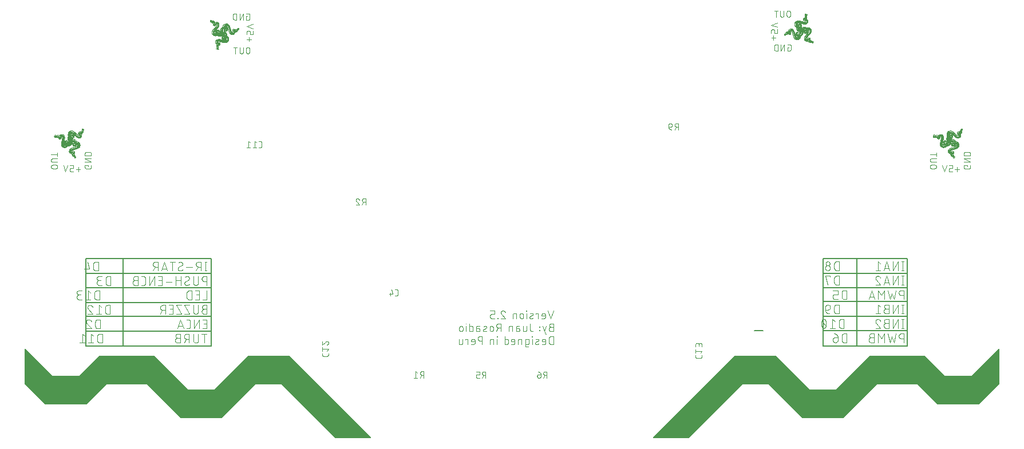
<source format=gbr>
G04 EAGLE Gerber RS-274X export*
G75*
%MOMM*%
%FSLAX34Y34*%
%LPD*%
%INSilkscreen Bottom*%
%IPPOS*%
%AMOC8*
5,1,8,0,0,1.08239X$1,22.5*%
G01*
%ADD10C,0.101600*%
%ADD11C,0.150000*%
%ADD12C,0.076200*%
%ADD13R,0.200000X0.200000*%
%ADD14C,0.203200*%
%ADD15R,0.005081X0.040638*%
%ADD16R,0.005075X0.071119*%
%ADD17R,0.005081X0.030475*%
%ADD18R,0.005081X0.091438*%
%ADD19R,0.005081X0.162562*%
%ADD20R,0.005075X0.172719*%
%ADD21R,0.005081X0.106675*%
%ADD22R,0.005075X0.101600*%
%ADD23R,0.005075X0.035556*%
%ADD24R,0.005081X0.015238*%
%ADD25R,0.005081X0.030481*%
%ADD26R,0.005081X0.035556*%
%ADD27R,0.005081X0.025400*%
%ADD28R,0.005075X0.030481*%
%ADD29R,0.005075X0.030475*%
%ADD30R,0.005075X0.020319*%
%ADD31R,0.005081X0.020319*%
%ADD32R,0.005075X0.025400*%
%ADD33R,0.005075X0.005081*%
%ADD34R,0.005081X0.005081*%
%ADD35R,0.005081X0.010156*%
%ADD36R,0.005075X0.005075*%
%ADD37R,0.005075X0.010156*%
%ADD38R,0.005075X0.015238*%
%ADD39R,0.005081X0.010162*%
%ADD40R,0.005075X0.010162*%
%ADD41R,0.005075X0.050800*%
%ADD42R,0.005081X0.050800*%
%ADD43R,0.005081X0.045719*%
%ADD44R,0.005075X0.055881*%
%ADD45R,0.005081X0.066037*%
%ADD46R,0.005081X0.076200*%
%ADD47R,0.005075X0.076200*%
%ADD48R,0.005081X0.081281*%
%ADD49R,0.005075X0.086356*%
%ADD50R,0.005081X0.086356*%
%ADD51R,0.005075X0.091438*%
%ADD52R,0.005075X0.096519*%
%ADD53R,0.005081X0.096519*%
%ADD54R,0.005081X0.101600*%
%ADD55R,0.005075X0.106675*%
%ADD56R,0.005081X0.111756*%
%ADD57R,0.005075X0.116838*%
%ADD58R,0.005081X0.121919*%
%ADD59R,0.005081X0.132081*%
%ADD60R,0.005075X0.137162*%
%ADD61R,0.005081X0.137162*%
%ADD62R,0.005075X0.147319*%
%ADD63R,0.005081X0.152400*%
%ADD64R,0.005081X0.157481*%
%ADD65R,0.005075X0.157481*%
%ADD66R,0.005081X0.162556*%
%ADD67R,0.005075X0.162556*%
%ADD68R,0.005081X0.167637*%
%ADD69R,0.005081X0.172719*%
%ADD70R,0.005081X0.177800*%
%ADD71R,0.005081X0.182875*%
%ADD72R,0.005075X0.182875*%
%ADD73R,0.005081X0.187956*%
%ADD74R,0.005075X0.187956*%
%ADD75R,0.005075X0.193038*%
%ADD76R,0.005081X0.198119*%
%ADD77R,0.005075X0.198119*%
%ADD78R,0.005075X0.177800*%
%ADD79R,0.005075X0.162562*%
%ADD80R,0.005075X0.152400*%
%ADD81R,0.005081X0.147319*%
%ADD82R,0.005081X0.142238*%
%ADD83R,0.005075X0.137156*%
%ADD84R,0.005081X0.137156*%
%ADD85R,0.005075X0.132081*%
%ADD86R,0.005081X0.127000*%
%ADD87R,0.005075X0.111756*%
%ADD88R,0.005075X0.157475*%
%ADD89R,0.005075X0.127000*%
%ADD90R,0.005081X0.132075*%
%ADD91R,0.005075X0.066037*%
%ADD92R,0.005075X0.132075*%
%ADD93R,0.005081X0.055881*%
%ADD94R,0.005075X0.040638*%
%ADD95R,0.005075X0.142238*%
%ADD96R,0.005081X0.157475*%
%ADD97R,0.005075X0.284475*%
%ADD98R,0.005081X0.309875*%
%ADD99R,0.005075X0.325119*%
%ADD100R,0.005081X0.335281*%
%ADD101R,0.005081X0.340363*%
%ADD102R,0.005075X0.350519*%
%ADD103R,0.005081X0.350519*%
%ADD104R,0.005075X0.355600*%
%ADD105R,0.005081X0.355600*%
%ADD106R,0.005081X0.360675*%
%ADD107R,0.005075X0.360681*%
%ADD108R,0.005075X0.360675*%
%ADD109R,0.005081X0.360681*%
%ADD110R,0.005075X0.345438*%
%ADD111R,0.005081X0.340356*%
%ADD112R,0.005081X0.330200*%
%ADD113R,0.005075X0.314956*%
%ADD114R,0.005081X0.304800*%
%ADD115R,0.005075X0.284481*%
%ADD116R,0.005081X0.182881*%
%ADD117R,0.005075X0.045719*%
%ADD118R,0.005075X0.055875*%
%ADD119R,0.005081X0.218438*%
%ADD120R,0.005075X0.254000*%
%ADD121R,0.005081X0.274319*%
%ADD122R,0.005075X0.299719*%
%ADD123R,0.005081X0.314956*%
%ADD124R,0.005081X0.325119*%
%ADD125R,0.005081X0.035563*%
%ADD126R,0.005075X0.340363*%
%ADD127R,0.005081X0.370838*%
%ADD128R,0.005081X0.381000*%
%ADD129R,0.005075X0.386081*%
%ADD130R,0.005081X0.386075*%
%ADD131R,0.005075X0.391163*%
%ADD132R,0.005081X0.391156*%
%ADD133R,0.005081X0.396238*%
%ADD134R,0.005075X0.396238*%
%ADD135R,0.005081X0.391163*%
%ADD136R,0.005075X0.391156*%
%ADD137R,0.005081X0.386081*%
%ADD138R,0.005081X0.375919*%
%ADD139R,0.005075X0.370838*%
%ADD140R,0.005075X0.340356*%
%ADD141R,0.005081X0.299719*%
%ADD142R,0.005075X0.279400*%
%ADD143R,0.005081X0.264156*%
%ADD144R,0.005075X0.248919*%
%ADD145R,0.005081X0.238763*%
%ADD146R,0.005081X0.223519*%
%ADD147R,0.005075X0.218438*%
%ADD148R,0.005081X0.060956*%
%ADD149R,0.005081X0.208275*%
%ADD150R,0.005075X0.203200*%
%ADD151R,0.005081X0.193038*%
%ADD152R,0.005075X0.106681*%
%ADD153R,0.005075X0.289563*%
%ADD154R,0.005075X0.060956*%
%ADD155R,0.005081X0.116838*%
%ADD156R,0.005075X0.167637*%
%ADD157R,0.005081X0.071119*%
%ADD158R,0.005081X0.055875*%
%ADD159R,0.005081X0.106681*%
%ADD160R,0.005075X0.228600*%
%ADD161R,0.005081X0.294637*%
%ADD162R,0.005081X0.436881*%
%ADD163R,0.005075X0.472438*%
%ADD164R,0.005081X0.513081*%
%ADD165R,0.005075X0.035563*%
%ADD166R,0.005075X0.543556*%
%ADD167R,0.005081X0.579119*%
%ADD168R,0.005081X0.609600*%
%ADD169R,0.005075X0.640075*%
%ADD170R,0.005081X0.665481*%
%ADD171R,0.005075X0.695956*%
%ADD172R,0.005081X0.721356*%
%ADD173R,0.005081X0.751838*%
%ADD174R,0.005075X0.777238*%
%ADD175R,0.005075X0.182881*%
%ADD176R,0.005081X0.802638*%
%ADD177R,0.005081X0.309881*%
%ADD178R,0.005075X0.833119*%
%ADD179R,0.005075X0.269238*%
%ADD180R,0.005081X0.858519*%
%ADD181R,0.005081X0.883919*%
%ADD182R,0.005075X0.914400*%
%ADD183R,0.005081X0.939800*%
%ADD184R,0.005075X0.965200*%
%ADD185R,0.005075X0.208281*%
%ADD186R,0.005081X0.990600*%
%ADD187R,0.005081X1.021081*%
%ADD188R,0.005075X1.051556*%
%ADD189R,0.005081X1.082037*%
%ADD190R,0.005081X0.238756*%
%ADD191R,0.005075X1.112519*%
%ADD192R,0.005081X1.143000*%
%ADD193R,0.005081X1.183638*%
%ADD194R,0.005081X0.284475*%
%ADD195R,0.005075X1.229363*%
%ADD196R,0.005075X0.309881*%
%ADD197R,0.005081X1.330956*%
%ADD198R,0.005075X1.701800*%
%ADD199R,0.005081X1.706875*%
%ADD200R,0.005081X1.701800*%
%ADD201R,0.005081X1.706881*%
%ADD202R,0.005081X0.452119*%
%ADD203R,0.005081X1.188719*%
%ADD204R,0.005075X0.365756*%
%ADD205R,0.005075X1.097275*%
%ADD206R,0.005081X0.345438*%
%ADD207R,0.005081X1.061719*%
%ADD208R,0.005075X0.330200*%
%ADD209R,0.005075X1.026156*%
%ADD210R,0.005081X0.320038*%
%ADD211R,0.005081X0.995675*%
%ADD212R,0.005081X0.965200*%
%ADD213R,0.005075X0.304800*%
%ADD214R,0.005075X0.934719*%
%ADD215R,0.005081X0.909319*%
%ADD216R,0.005075X0.289556*%
%ADD217R,0.005075X0.878838*%
%ADD218R,0.005081X0.279400*%
%ADD219R,0.005081X0.853438*%
%ADD220R,0.005081X0.828038*%
%ADD221R,0.005075X0.797556*%
%ADD222R,0.005081X0.767081*%
%ADD223R,0.005075X0.259075*%
%ADD224R,0.005075X0.741675*%
%ADD225R,0.005081X0.254000*%
%ADD226R,0.005081X0.711200*%
%ADD227R,0.005081X0.248919*%
%ADD228R,0.005081X0.685800*%
%ADD229R,0.005075X0.081275*%
%ADD230R,0.005075X0.650238*%
%ADD231R,0.005081X0.243838*%
%ADD232R,0.005081X0.619756*%
%ADD233R,0.005075X0.238756*%
%ADD234R,0.005075X0.060963*%
%ADD235R,0.005075X0.589281*%
%ADD236R,0.005081X0.553719*%
%ADD237R,0.005081X0.518162*%
%ADD238R,0.005075X0.233681*%
%ADD239R,0.005075X0.487675*%
%ADD240R,0.005081X0.233675*%
%ADD241R,0.005081X0.447038*%
%ADD242R,0.005075X0.233675*%
%ADD243R,0.005075X0.401319*%
%ADD244R,0.005081X0.228600*%
%ADD245R,0.005075X0.223519*%
%ADD246R,0.005081X0.213356*%
%ADD247R,0.005081X0.060963*%
%ADD248R,0.005075X0.213356*%
%ADD249R,0.005075X0.081281*%
%ADD250R,0.005075X0.121919*%
%ADD251R,0.005081X0.264163*%
%ADD252R,0.005081X0.406400*%
%ADD253R,0.005081X0.208281*%
%ADD254R,0.005075X0.208275*%
%ADD255R,0.005081X0.213363*%
%ADD256R,0.005075X0.314963*%
%ADD257R,0.005081X0.203200*%
%ADD258R,0.005075X0.365762*%
%ADD259R,0.005075X0.243838*%
%ADD260R,0.005075X0.111763*%
%ADD261R,0.005081X0.086363*%
%ADD262R,0.005075X0.213363*%
%ADD263R,0.005081X0.111763*%
%ADD264R,0.005075X0.335281*%
%ADD265R,0.005075X0.320038*%
%ADD266R,0.005081X0.269238*%
%ADD267R,0.005075X0.264163*%
%ADD268R,0.005075X0.274319*%
%ADD269R,0.005081X0.401319*%
%ADD270R,0.005075X0.421637*%
%ADD271R,0.005081X0.436875*%
%ADD272R,0.005075X0.447038*%
%ADD273R,0.005081X0.462275*%
%ADD274R,0.005081X0.472438*%
%ADD275R,0.005075X0.477519*%
%ADD276R,0.005081X0.487681*%
%ADD277R,0.005075X0.497838*%
%ADD278R,0.005081X0.513075*%
%ADD279R,0.005081X0.523238*%
%ADD280R,0.005075X0.533400*%
%ADD281R,0.005081X0.548638*%
%ADD282R,0.005075X0.558800*%
%ADD283R,0.005081X0.568956*%
%ADD284R,0.005081X0.574037*%
%ADD285R,0.005081X0.599438*%
%ADD286R,0.005075X0.604519*%
%ADD287R,0.005081X0.614681*%
%ADD288R,0.005075X0.452119*%
%ADD289R,0.005081X0.441963*%
%ADD290R,0.005075X0.431800*%
%ADD291R,0.005081X0.421637*%
%ADD292R,0.005081X0.005075*%
%ADD293R,0.005081X0.081275*%
%ADD294R,0.005075X0.411475*%
%ADD295R,0.005075X0.386075*%
%ADD296R,0.005081X0.416556*%
%ADD297R,0.005081X0.492756*%
%ADD298R,0.005075X0.518156*%
%ADD299R,0.005081X0.538481*%
%ADD300R,0.005075X0.553719*%
%ADD301R,0.005081X0.589281*%
%ADD302R,0.005075X0.609600*%
%ADD303R,0.005081X0.624838*%
%ADD304R,0.005075X0.381000*%
%ADD305R,0.005081X0.934719*%
%ADD306R,0.005081X0.411475*%
%ADD307R,0.005081X0.431800*%
%ADD308R,0.005075X0.929638*%
%ADD309R,0.005075X0.457200*%
%ADD310R,0.005081X0.929638*%
%ADD311R,0.005081X0.477519*%
%ADD312R,0.005075X1.412238*%
%ADD313R,0.005081X1.417319*%
%ADD314R,0.005075X1.417319*%
%ADD315R,0.005081X1.422400*%
%ADD316R,0.005075X1.422400*%
%ADD317R,0.005075X0.548638*%
%ADD318R,0.005075X0.807719*%
%ADD319R,0.005081X0.772156*%
%ADD320R,0.005081X0.457200*%
%ADD321R,0.005081X0.746756*%
%ADD322R,0.005075X0.426719*%
%ADD323R,0.005075X0.731519*%
%ADD324R,0.005081X0.716275*%
%ADD325R,0.005075X0.706119*%
%ADD326R,0.005081X0.365756*%
%ADD327R,0.005081X0.706119*%
%ADD328R,0.005081X0.716281*%
%ADD329R,0.005075X0.726438*%
%ADD330R,0.005081X0.741675*%
%ADD331R,0.005075X0.751838*%
%ADD332R,0.005081X0.762000*%
%ADD333R,0.005081X0.792481*%
%ADD334R,0.005075X0.375919*%
%ADD335R,0.005081X0.259081*%
%ADD336R,0.005075X0.264156*%
%ADD337R,0.005081X0.335275*%
%ADD338R,0.005081X0.233681*%
%ADD339R,0.005075X0.294637*%
%ADD340R,0.005075X0.416556*%
%ADD341R,0.005081X0.426719*%
%ADD342R,0.005081X0.259075*%
%ADD343R,0.005075X0.436875*%
%ADD344R,0.005075X0.259081*%
%ADD345R,0.005075X0.462281*%
%ADD346R,0.005075X0.482600*%
%ADD347R,0.005081X0.645156*%
%ADD348R,0.005081X0.497838*%
%ADD349R,0.005075X0.508000*%
%ADD350R,0.005075X0.640081*%
%ADD351R,0.005081X0.635000*%
%ADD352R,0.005075X0.523238*%
%ADD353R,0.005075X0.629919*%
%ADD354R,0.005081X0.533400*%
%ADD355R,0.005075X0.619756*%
%ADD356R,0.005081X0.619762*%
%ADD357R,0.005075X0.614681*%
%ADD358R,0.005081X0.563881*%
%ADD359R,0.005081X0.614675*%
%ADD360R,0.005075X0.238763*%
%ADD361R,0.005075X0.614675*%
%ADD362R,0.005081X1.010919*%
%ADD363R,0.005075X0.995681*%
%ADD364R,0.005081X0.985519*%
%ADD365R,0.005075X0.970275*%
%ADD366R,0.005081X0.960119*%
%ADD367R,0.005081X0.944875*%
%ADD368R,0.005081X0.914400*%
%ADD369R,0.005075X0.899156*%
%ADD370R,0.005081X0.868675*%
%ADD371R,0.005075X0.863600*%
%ADD372R,0.005081X0.863600*%
%ADD373R,0.005075X0.858519*%
%ADD374R,0.005075X0.848356*%
%ADD375R,0.005081X0.848356*%
%ADD376R,0.005075X0.538481*%
%ADD377R,0.005081X0.518156*%
%ADD378R,0.005081X0.411481*%
%ADD379R,0.005075X0.187963*%
%ADD380R,0.005075X0.086363*%
%ADD381R,0.005081X0.187963*%
%ADD382R,0.005081X0.284481*%
%ADD383R,0.005075X0.335275*%
%ADD384R,0.005081X0.528319*%
%ADD385R,0.005075X0.513081*%
%ADD386R,0.005081X0.482600*%
%ADD387R,0.005075X0.467363*%
%ADD388R,0.005081X0.289563*%
%ADD389R,0.005081X0.731519*%
%ADD390R,0.005075X0.716281*%
%ADD391R,0.005081X0.701037*%
%ADD392R,0.005075X0.690875*%
%ADD393R,0.005075X0.675638*%
%ADD394R,0.005081X0.660400*%
%ADD395R,0.005075X0.655319*%
%ADD396R,0.005075X0.635000*%
%ADD397R,0.005081X0.594356*%
%ADD398R,0.005075X0.584200*%
%ADD399R,0.005081X0.568963*%
%ADD400R,0.005081X0.558800*%
%ADD401R,0.005075X0.518162*%
%ADD402R,0.005081X0.508000*%
%ADD403R,0.005081X0.467363*%
%ADD404R,0.005081X0.289556*%
%ADD405R,0.005081X0.502919*%
%ADD406R,0.005075X0.487681*%
%ADD407R,0.005081X0.462281*%
%ADD408R,0.005075X0.441963*%
%ADD409R,0.005075X0.309875*%
%ADD410R,0.040638X0.005081*%
%ADD411R,0.071119X0.005075*%
%ADD412R,0.030475X0.005081*%
%ADD413R,0.091438X0.005081*%
%ADD414R,0.162562X0.005081*%
%ADD415R,0.172719X0.005075*%
%ADD416R,0.106675X0.005081*%
%ADD417R,0.101600X0.005075*%
%ADD418R,0.035556X0.005075*%
%ADD419R,0.015238X0.005081*%
%ADD420R,0.030481X0.005081*%
%ADD421R,0.035556X0.005081*%
%ADD422R,0.025400X0.005081*%
%ADD423R,0.030481X0.005075*%
%ADD424R,0.030475X0.005075*%
%ADD425R,0.020319X0.005075*%
%ADD426R,0.020319X0.005081*%
%ADD427R,0.025400X0.005075*%
%ADD428R,0.010156X0.005081*%
%ADD429R,0.010156X0.005075*%
%ADD430R,0.015238X0.005075*%
%ADD431R,0.010162X0.005081*%
%ADD432R,0.010162X0.005075*%
%ADD433R,0.050800X0.005075*%
%ADD434R,0.050800X0.005081*%
%ADD435R,0.045719X0.005081*%
%ADD436R,0.055881X0.005075*%
%ADD437R,0.066037X0.005081*%
%ADD438R,0.076200X0.005081*%
%ADD439R,0.076200X0.005075*%
%ADD440R,0.081281X0.005081*%
%ADD441R,0.086356X0.005075*%
%ADD442R,0.086356X0.005081*%
%ADD443R,0.091438X0.005075*%
%ADD444R,0.096519X0.005075*%
%ADD445R,0.096519X0.005081*%
%ADD446R,0.101600X0.005081*%
%ADD447R,0.106675X0.005075*%
%ADD448R,0.111756X0.005081*%
%ADD449R,0.116838X0.005075*%
%ADD450R,0.121919X0.005081*%
%ADD451R,0.132081X0.005081*%
%ADD452R,0.137162X0.005075*%
%ADD453R,0.137162X0.005081*%
%ADD454R,0.147319X0.005075*%
%ADD455R,0.152400X0.005081*%
%ADD456R,0.157481X0.005081*%
%ADD457R,0.157481X0.005075*%
%ADD458R,0.162556X0.005081*%
%ADD459R,0.162556X0.005075*%
%ADD460R,0.167637X0.005081*%
%ADD461R,0.172719X0.005081*%
%ADD462R,0.177800X0.005081*%
%ADD463R,0.182875X0.005081*%
%ADD464R,0.182875X0.005075*%
%ADD465R,0.187956X0.005081*%
%ADD466R,0.187956X0.005075*%
%ADD467R,0.193038X0.005075*%
%ADD468R,0.198119X0.005081*%
%ADD469R,0.198119X0.005075*%
%ADD470R,0.177800X0.005075*%
%ADD471R,0.162562X0.005075*%
%ADD472R,0.152400X0.005075*%
%ADD473R,0.147319X0.005081*%
%ADD474R,0.142238X0.005081*%
%ADD475R,0.137156X0.005075*%
%ADD476R,0.137156X0.005081*%
%ADD477R,0.132081X0.005075*%
%ADD478R,0.127000X0.005081*%
%ADD479R,0.111756X0.005075*%
%ADD480R,0.157475X0.005075*%
%ADD481R,0.127000X0.005075*%
%ADD482R,0.132075X0.005081*%
%ADD483R,0.066037X0.005075*%
%ADD484R,0.132075X0.005075*%
%ADD485R,0.055881X0.005081*%
%ADD486R,0.040638X0.005075*%
%ADD487R,0.142238X0.005075*%
%ADD488R,0.157475X0.005081*%
%ADD489R,0.284475X0.005075*%
%ADD490R,0.309875X0.005081*%
%ADD491R,0.325119X0.005075*%
%ADD492R,0.335281X0.005081*%
%ADD493R,0.340363X0.005081*%
%ADD494R,0.350519X0.005075*%
%ADD495R,0.350519X0.005081*%
%ADD496R,0.355600X0.005075*%
%ADD497R,0.355600X0.005081*%
%ADD498R,0.360675X0.005081*%
%ADD499R,0.360681X0.005075*%
%ADD500R,0.360675X0.005075*%
%ADD501R,0.360681X0.005081*%
%ADD502R,0.345438X0.005075*%
%ADD503R,0.340356X0.005081*%
%ADD504R,0.330200X0.005081*%
%ADD505R,0.314956X0.005075*%
%ADD506R,0.304800X0.005081*%
%ADD507R,0.284481X0.005075*%
%ADD508R,0.182881X0.005081*%
%ADD509R,0.045719X0.005075*%
%ADD510R,0.055875X0.005075*%
%ADD511R,0.218438X0.005081*%
%ADD512R,0.254000X0.005075*%
%ADD513R,0.274319X0.005081*%
%ADD514R,0.299719X0.005075*%
%ADD515R,0.314956X0.005081*%
%ADD516R,0.325119X0.005081*%
%ADD517R,0.035563X0.005081*%
%ADD518R,0.340363X0.005075*%
%ADD519R,0.370838X0.005081*%
%ADD520R,0.381000X0.005081*%
%ADD521R,0.386081X0.005075*%
%ADD522R,0.386075X0.005081*%
%ADD523R,0.391163X0.005075*%
%ADD524R,0.391156X0.005081*%
%ADD525R,0.396238X0.005081*%
%ADD526R,0.396238X0.005075*%
%ADD527R,0.391163X0.005081*%
%ADD528R,0.391156X0.005075*%
%ADD529R,0.386081X0.005081*%
%ADD530R,0.375919X0.005081*%
%ADD531R,0.370838X0.005075*%
%ADD532R,0.340356X0.005075*%
%ADD533R,0.299719X0.005081*%
%ADD534R,0.279400X0.005075*%
%ADD535R,0.264156X0.005081*%
%ADD536R,0.248919X0.005075*%
%ADD537R,0.238763X0.005081*%
%ADD538R,0.223519X0.005081*%
%ADD539R,0.218438X0.005075*%
%ADD540R,0.060956X0.005081*%
%ADD541R,0.208275X0.005081*%
%ADD542R,0.203200X0.005075*%
%ADD543R,0.193038X0.005081*%
%ADD544R,0.106681X0.005075*%
%ADD545R,0.289563X0.005075*%
%ADD546R,0.060956X0.005075*%
%ADD547R,0.116838X0.005081*%
%ADD548R,0.167637X0.005075*%
%ADD549R,0.071119X0.005081*%
%ADD550R,0.055875X0.005081*%
%ADD551R,0.106681X0.005081*%
%ADD552R,0.228600X0.005075*%
%ADD553R,0.294637X0.005081*%
%ADD554R,0.436881X0.005081*%
%ADD555R,0.472438X0.005075*%
%ADD556R,0.513081X0.005081*%
%ADD557R,0.035563X0.005075*%
%ADD558R,0.543556X0.005075*%
%ADD559R,0.579119X0.005081*%
%ADD560R,0.609600X0.005081*%
%ADD561R,0.640075X0.005075*%
%ADD562R,0.665481X0.005081*%
%ADD563R,0.695956X0.005075*%
%ADD564R,0.721356X0.005081*%
%ADD565R,0.751838X0.005081*%
%ADD566R,0.777238X0.005075*%
%ADD567R,0.182881X0.005075*%
%ADD568R,0.802638X0.005081*%
%ADD569R,0.309881X0.005081*%
%ADD570R,0.833119X0.005075*%
%ADD571R,0.269238X0.005075*%
%ADD572R,0.858519X0.005081*%
%ADD573R,0.883919X0.005081*%
%ADD574R,0.914400X0.005075*%
%ADD575R,0.939800X0.005081*%
%ADD576R,0.965200X0.005075*%
%ADD577R,0.208281X0.005075*%
%ADD578R,0.990600X0.005081*%
%ADD579R,1.021081X0.005081*%
%ADD580R,1.051556X0.005075*%
%ADD581R,1.082037X0.005081*%
%ADD582R,0.238756X0.005081*%
%ADD583R,1.112519X0.005075*%
%ADD584R,1.143000X0.005081*%
%ADD585R,1.183638X0.005081*%
%ADD586R,0.284475X0.005081*%
%ADD587R,1.229363X0.005075*%
%ADD588R,0.309881X0.005075*%
%ADD589R,1.330956X0.005081*%
%ADD590R,1.701800X0.005075*%
%ADD591R,1.706875X0.005081*%
%ADD592R,1.701800X0.005081*%
%ADD593R,1.706881X0.005081*%
%ADD594R,0.452119X0.005081*%
%ADD595R,1.188719X0.005081*%
%ADD596R,0.365756X0.005075*%
%ADD597R,1.097275X0.005075*%
%ADD598R,0.345438X0.005081*%
%ADD599R,1.061719X0.005081*%
%ADD600R,0.330200X0.005075*%
%ADD601R,1.026156X0.005075*%
%ADD602R,0.320038X0.005081*%
%ADD603R,0.995675X0.005081*%
%ADD604R,0.965200X0.005081*%
%ADD605R,0.304800X0.005075*%
%ADD606R,0.934719X0.005075*%
%ADD607R,0.909319X0.005081*%
%ADD608R,0.289556X0.005075*%
%ADD609R,0.878838X0.005075*%
%ADD610R,0.279400X0.005081*%
%ADD611R,0.853438X0.005081*%
%ADD612R,0.828038X0.005081*%
%ADD613R,0.797556X0.005075*%
%ADD614R,0.767081X0.005081*%
%ADD615R,0.259075X0.005075*%
%ADD616R,0.741675X0.005075*%
%ADD617R,0.254000X0.005081*%
%ADD618R,0.711200X0.005081*%
%ADD619R,0.248919X0.005081*%
%ADD620R,0.685800X0.005081*%
%ADD621R,0.081275X0.005075*%
%ADD622R,0.650238X0.005075*%
%ADD623R,0.243838X0.005081*%
%ADD624R,0.619756X0.005081*%
%ADD625R,0.238756X0.005075*%
%ADD626R,0.060963X0.005075*%
%ADD627R,0.589281X0.005075*%
%ADD628R,0.553719X0.005081*%
%ADD629R,0.518162X0.005081*%
%ADD630R,0.233681X0.005075*%
%ADD631R,0.487675X0.005075*%
%ADD632R,0.233675X0.005081*%
%ADD633R,0.447038X0.005081*%
%ADD634R,0.233675X0.005075*%
%ADD635R,0.401319X0.005075*%
%ADD636R,0.228600X0.005081*%
%ADD637R,0.223519X0.005075*%
%ADD638R,0.213356X0.005081*%
%ADD639R,0.060963X0.005081*%
%ADD640R,0.213356X0.005075*%
%ADD641R,0.081281X0.005075*%
%ADD642R,0.121919X0.005075*%
%ADD643R,0.264163X0.005081*%
%ADD644R,0.406400X0.005081*%
%ADD645R,0.208281X0.005081*%
%ADD646R,0.208275X0.005075*%
%ADD647R,0.213363X0.005081*%
%ADD648R,0.314963X0.005075*%
%ADD649R,0.203200X0.005081*%
%ADD650R,0.365762X0.005075*%
%ADD651R,0.243838X0.005075*%
%ADD652R,0.111763X0.005075*%
%ADD653R,0.086363X0.005081*%
%ADD654R,0.213363X0.005075*%
%ADD655R,0.111763X0.005081*%
%ADD656R,0.335281X0.005075*%
%ADD657R,0.320038X0.005075*%
%ADD658R,0.269238X0.005081*%
%ADD659R,0.264163X0.005075*%
%ADD660R,0.274319X0.005075*%
%ADD661R,0.401319X0.005081*%
%ADD662R,0.421637X0.005075*%
%ADD663R,0.436875X0.005081*%
%ADD664R,0.447038X0.005075*%
%ADD665R,0.462275X0.005081*%
%ADD666R,0.472438X0.005081*%
%ADD667R,0.477519X0.005075*%
%ADD668R,0.487681X0.005081*%
%ADD669R,0.497838X0.005075*%
%ADD670R,0.513075X0.005081*%
%ADD671R,0.523238X0.005081*%
%ADD672R,0.533400X0.005075*%
%ADD673R,0.548638X0.005081*%
%ADD674R,0.558800X0.005075*%
%ADD675R,0.568956X0.005081*%
%ADD676R,0.574037X0.005081*%
%ADD677R,0.599438X0.005081*%
%ADD678R,0.604519X0.005075*%
%ADD679R,0.614681X0.005081*%
%ADD680R,0.452119X0.005075*%
%ADD681R,0.441963X0.005081*%
%ADD682R,0.431800X0.005075*%
%ADD683R,0.421637X0.005081*%
%ADD684R,0.081275X0.005081*%
%ADD685R,0.411475X0.005075*%
%ADD686R,0.386075X0.005075*%
%ADD687R,0.416556X0.005081*%
%ADD688R,0.492756X0.005081*%
%ADD689R,0.518156X0.005075*%
%ADD690R,0.538481X0.005081*%
%ADD691R,0.553719X0.005075*%
%ADD692R,0.589281X0.005081*%
%ADD693R,0.609600X0.005075*%
%ADD694R,0.624838X0.005081*%
%ADD695R,0.381000X0.005075*%
%ADD696R,0.934719X0.005081*%
%ADD697R,0.411475X0.005081*%
%ADD698R,0.431800X0.005081*%
%ADD699R,0.929638X0.005075*%
%ADD700R,0.457200X0.005075*%
%ADD701R,0.929638X0.005081*%
%ADD702R,0.477519X0.005081*%
%ADD703R,1.412238X0.005075*%
%ADD704R,1.417319X0.005081*%
%ADD705R,1.417319X0.005075*%
%ADD706R,1.422400X0.005081*%
%ADD707R,1.422400X0.005075*%
%ADD708R,0.548638X0.005075*%
%ADD709R,0.807719X0.005075*%
%ADD710R,0.772156X0.005081*%
%ADD711R,0.457200X0.005081*%
%ADD712R,0.746756X0.005081*%
%ADD713R,0.426719X0.005075*%
%ADD714R,0.731519X0.005075*%
%ADD715R,0.716275X0.005081*%
%ADD716R,0.706119X0.005075*%
%ADD717R,0.365756X0.005081*%
%ADD718R,0.706119X0.005081*%
%ADD719R,0.716281X0.005081*%
%ADD720R,0.726438X0.005075*%
%ADD721R,0.741675X0.005081*%
%ADD722R,0.751838X0.005075*%
%ADD723R,0.762000X0.005081*%
%ADD724R,0.792481X0.005081*%
%ADD725R,0.375919X0.005075*%
%ADD726R,0.259081X0.005081*%
%ADD727R,0.264156X0.005075*%
%ADD728R,0.335275X0.005081*%
%ADD729R,0.233681X0.005081*%
%ADD730R,0.294637X0.005075*%
%ADD731R,0.416556X0.005075*%
%ADD732R,0.426719X0.005081*%
%ADD733R,0.259075X0.005081*%
%ADD734R,0.436875X0.005075*%
%ADD735R,0.259081X0.005075*%
%ADD736R,0.462281X0.005075*%
%ADD737R,0.482600X0.005075*%
%ADD738R,0.645156X0.005081*%
%ADD739R,0.497838X0.005081*%
%ADD740R,0.508000X0.005075*%
%ADD741R,0.640081X0.005075*%
%ADD742R,0.635000X0.005081*%
%ADD743R,0.523238X0.005075*%
%ADD744R,0.629919X0.005075*%
%ADD745R,0.533400X0.005081*%
%ADD746R,0.619756X0.005075*%
%ADD747R,0.619762X0.005081*%
%ADD748R,0.614681X0.005075*%
%ADD749R,0.563881X0.005081*%
%ADD750R,0.614675X0.005081*%
%ADD751R,0.238763X0.005075*%
%ADD752R,0.614675X0.005075*%
%ADD753R,1.010919X0.005081*%
%ADD754R,0.995681X0.005075*%
%ADD755R,0.985519X0.005081*%
%ADD756R,0.970275X0.005075*%
%ADD757R,0.960119X0.005081*%
%ADD758R,0.944875X0.005081*%
%ADD759R,0.914400X0.005081*%
%ADD760R,0.899156X0.005075*%
%ADD761R,0.868675X0.005081*%
%ADD762R,0.863600X0.005075*%
%ADD763R,0.863600X0.005081*%
%ADD764R,0.858519X0.005075*%
%ADD765R,0.848356X0.005075*%
%ADD766R,0.848356X0.005081*%
%ADD767R,0.538481X0.005075*%
%ADD768R,0.518156X0.005081*%
%ADD769R,0.411481X0.005081*%
%ADD770R,0.187963X0.005075*%
%ADD771R,0.086363X0.005075*%
%ADD772R,0.187963X0.005081*%
%ADD773R,0.284481X0.005081*%
%ADD774R,0.335275X0.005075*%
%ADD775R,0.528319X0.005081*%
%ADD776R,0.513081X0.005075*%
%ADD777R,0.482600X0.005081*%
%ADD778R,0.467363X0.005075*%
%ADD779R,0.289563X0.005081*%
%ADD780R,0.731519X0.005081*%
%ADD781R,0.716281X0.005075*%
%ADD782R,0.701037X0.005081*%
%ADD783R,0.690875X0.005075*%
%ADD784R,0.675638X0.005075*%
%ADD785R,0.660400X0.005081*%
%ADD786R,0.655319X0.005075*%
%ADD787R,0.635000X0.005075*%
%ADD788R,0.594356X0.005081*%
%ADD789R,0.584200X0.005075*%
%ADD790R,0.568963X0.005081*%
%ADD791R,0.558800X0.005081*%
%ADD792R,0.518162X0.005075*%
%ADD793R,0.508000X0.005081*%
%ADD794R,0.467363X0.005081*%
%ADD795R,0.289556X0.005081*%
%ADD796R,0.502919X0.005081*%
%ADD797R,0.487681X0.005075*%
%ADD798R,0.462281X0.005081*%
%ADD799R,0.441963X0.005075*%
%ADD800R,0.309875X0.005075*%

G36*
X-209862Y-381252D02*
X-209862Y-381252D01*
X-209724Y-381239D01*
X-209705Y-381232D01*
X-209684Y-381229D01*
X-209555Y-381178D01*
X-209424Y-381131D01*
X-209408Y-381120D01*
X-209389Y-381112D01*
X-209276Y-381031D01*
X-209161Y-380953D01*
X-209148Y-380937D01*
X-209131Y-380926D01*
X-209043Y-380818D01*
X-208951Y-380714D01*
X-208942Y-380696D01*
X-208929Y-380681D01*
X-208869Y-380555D01*
X-208806Y-380431D01*
X-208802Y-380411D01*
X-208793Y-380393D01*
X-208767Y-380257D01*
X-208737Y-380121D01*
X-208737Y-380100D01*
X-208733Y-380081D01*
X-208742Y-379942D01*
X-208746Y-379803D01*
X-208752Y-379783D01*
X-208753Y-379763D01*
X-208796Y-379631D01*
X-208835Y-379497D01*
X-208845Y-379480D01*
X-208851Y-379461D01*
X-208925Y-379343D01*
X-208996Y-379223D01*
X-209015Y-379202D01*
X-209021Y-379192D01*
X-209036Y-379178D01*
X-209103Y-379103D01*
X-329103Y-259103D01*
X-329181Y-259042D01*
X-329253Y-258974D01*
X-329306Y-258945D01*
X-329354Y-258908D01*
X-329445Y-258868D01*
X-329531Y-258820D01*
X-329590Y-258805D01*
X-329646Y-258781D01*
X-329744Y-258766D01*
X-329839Y-258741D01*
X-329939Y-258735D01*
X-329960Y-258731D01*
X-329972Y-258733D01*
X-330000Y-258731D01*
X-390000Y-258731D01*
X-390098Y-258743D01*
X-390197Y-258746D01*
X-390255Y-258763D01*
X-390316Y-258771D01*
X-390408Y-258807D01*
X-390503Y-258835D01*
X-390555Y-258865D01*
X-390611Y-258888D01*
X-390691Y-258946D01*
X-390777Y-258996D01*
X-390852Y-259062D01*
X-390869Y-259074D01*
X-390876Y-259084D01*
X-390898Y-259103D01*
X-440526Y-308731D01*
X-479474Y-308731D01*
X-529103Y-259103D01*
X-529181Y-259042D01*
X-529253Y-258974D01*
X-529306Y-258945D01*
X-529354Y-258908D01*
X-529445Y-258868D01*
X-529531Y-258820D01*
X-529590Y-258805D01*
X-529646Y-258781D01*
X-529744Y-258766D01*
X-529839Y-258741D01*
X-529939Y-258735D01*
X-529960Y-258731D01*
X-529972Y-258733D01*
X-530000Y-258731D01*
X-610000Y-258731D01*
X-610098Y-258743D01*
X-610197Y-258746D01*
X-610255Y-258763D01*
X-610316Y-258771D01*
X-610408Y-258807D01*
X-610503Y-258835D01*
X-610555Y-258865D01*
X-610611Y-258888D01*
X-610691Y-258946D01*
X-610777Y-258996D01*
X-610852Y-259062D01*
X-610869Y-259074D01*
X-610876Y-259084D01*
X-610898Y-259103D01*
X-640526Y-288731D01*
X-679474Y-288731D01*
X-719103Y-249103D01*
X-719212Y-249017D01*
X-719319Y-248929D01*
X-719338Y-248920D01*
X-719354Y-248908D01*
X-719482Y-248852D01*
X-719607Y-248793D01*
X-719627Y-248789D01*
X-719646Y-248781D01*
X-719784Y-248759D01*
X-719920Y-248733D01*
X-719940Y-248735D01*
X-719960Y-248731D01*
X-720099Y-248744D01*
X-720237Y-248753D01*
X-720256Y-248759D01*
X-720276Y-248761D01*
X-720408Y-248808D01*
X-720539Y-248851D01*
X-720557Y-248862D01*
X-720576Y-248869D01*
X-720691Y-248947D01*
X-720808Y-249021D01*
X-720822Y-249036D01*
X-720839Y-249047D01*
X-720931Y-249151D01*
X-721026Y-249253D01*
X-721036Y-249271D01*
X-721049Y-249286D01*
X-721113Y-249410D01*
X-721180Y-249531D01*
X-721185Y-249551D01*
X-721194Y-249569D01*
X-721224Y-249705D01*
X-721259Y-249839D01*
X-721261Y-249867D01*
X-721264Y-249879D01*
X-721263Y-249900D01*
X-721269Y-250000D01*
X-721269Y-300000D01*
X-721257Y-300098D01*
X-721254Y-300197D01*
X-721237Y-300255D01*
X-721229Y-300316D01*
X-721193Y-300408D01*
X-721165Y-300503D01*
X-721135Y-300555D01*
X-721112Y-300611D01*
X-721054Y-300691D01*
X-721004Y-300777D01*
X-720938Y-300852D01*
X-720926Y-300869D01*
X-720916Y-300876D01*
X-720898Y-300898D01*
X-690898Y-330898D01*
X-690819Y-330958D01*
X-690747Y-331026D01*
X-690694Y-331055D01*
X-690646Y-331092D01*
X-690555Y-331132D01*
X-690469Y-331180D01*
X-690410Y-331195D01*
X-690354Y-331219D01*
X-690256Y-331234D01*
X-690161Y-331259D01*
X-690061Y-331265D01*
X-690040Y-331269D01*
X-690028Y-331267D01*
X-690000Y-331269D01*
X-630000Y-331269D01*
X-629902Y-331257D01*
X-629803Y-331254D01*
X-629745Y-331237D01*
X-629684Y-331229D01*
X-629592Y-331193D01*
X-629497Y-331165D01*
X-629445Y-331135D01*
X-629389Y-331112D01*
X-629309Y-331054D01*
X-629223Y-331004D01*
X-629148Y-330938D01*
X-629131Y-330926D01*
X-629124Y-330916D01*
X-629103Y-330898D01*
X-599474Y-301269D01*
X-540526Y-301269D01*
X-490898Y-350898D01*
X-490819Y-350958D01*
X-490747Y-351026D01*
X-490694Y-351055D01*
X-490646Y-351092D01*
X-490555Y-351132D01*
X-490469Y-351180D01*
X-490410Y-351195D01*
X-490354Y-351219D01*
X-490256Y-351234D01*
X-490161Y-351259D01*
X-490061Y-351265D01*
X-490040Y-351269D01*
X-490028Y-351267D01*
X-490000Y-351269D01*
X-430000Y-351269D01*
X-429902Y-351257D01*
X-429803Y-351254D01*
X-429745Y-351237D01*
X-429684Y-351229D01*
X-429592Y-351193D01*
X-429497Y-351165D01*
X-429445Y-351135D01*
X-429389Y-351112D01*
X-429309Y-351054D01*
X-429223Y-351004D01*
X-429148Y-350938D01*
X-429131Y-350926D01*
X-429124Y-350916D01*
X-429103Y-350898D01*
X-379474Y-301269D01*
X-340526Y-301269D01*
X-260898Y-380898D01*
X-260819Y-380958D01*
X-260747Y-381026D01*
X-260694Y-381055D01*
X-260646Y-381092D01*
X-260555Y-381132D01*
X-260469Y-381180D01*
X-260410Y-381195D01*
X-260354Y-381219D01*
X-260256Y-381234D01*
X-260161Y-381259D01*
X-260061Y-381265D01*
X-260040Y-381269D01*
X-260028Y-381267D01*
X-260000Y-381269D01*
X-210000Y-381269D01*
X-209862Y-381252D01*
G37*
G36*
X260098Y-381257D02*
X260098Y-381257D01*
X260197Y-381254D01*
X260255Y-381237D01*
X260316Y-381229D01*
X260408Y-381193D01*
X260503Y-381165D01*
X260555Y-381135D01*
X260611Y-381112D01*
X260691Y-381054D01*
X260777Y-381004D01*
X260852Y-380938D01*
X260869Y-380926D01*
X260876Y-380916D01*
X260898Y-380898D01*
X340526Y-301269D01*
X379474Y-301269D01*
X429103Y-350898D01*
X429181Y-350958D01*
X429253Y-351026D01*
X429306Y-351055D01*
X429354Y-351092D01*
X429445Y-351132D01*
X429531Y-351180D01*
X429590Y-351195D01*
X429646Y-351219D01*
X429744Y-351234D01*
X429839Y-351259D01*
X429939Y-351265D01*
X429960Y-351269D01*
X429972Y-351267D01*
X430000Y-351269D01*
X490000Y-351269D01*
X490098Y-351257D01*
X490197Y-351254D01*
X490255Y-351237D01*
X490316Y-351229D01*
X490408Y-351193D01*
X490503Y-351165D01*
X490555Y-351135D01*
X490611Y-351112D01*
X490691Y-351054D01*
X490777Y-351004D01*
X490852Y-350938D01*
X490869Y-350926D01*
X490876Y-350916D01*
X490898Y-350898D01*
X540526Y-301269D01*
X599474Y-301269D01*
X629103Y-330898D01*
X629181Y-330958D01*
X629253Y-331026D01*
X629306Y-331055D01*
X629354Y-331092D01*
X629445Y-331132D01*
X629531Y-331180D01*
X629590Y-331195D01*
X629646Y-331219D01*
X629744Y-331234D01*
X629839Y-331259D01*
X629939Y-331265D01*
X629960Y-331269D01*
X629972Y-331267D01*
X630000Y-331269D01*
X690000Y-331269D01*
X690098Y-331257D01*
X690197Y-331254D01*
X690255Y-331237D01*
X690316Y-331229D01*
X690408Y-331193D01*
X690503Y-331165D01*
X690555Y-331135D01*
X690611Y-331112D01*
X690691Y-331054D01*
X690777Y-331004D01*
X690852Y-330938D01*
X690869Y-330926D01*
X690876Y-330916D01*
X690898Y-330898D01*
X720898Y-300898D01*
X720958Y-300819D01*
X721026Y-300747D01*
X721055Y-300694D01*
X721092Y-300646D01*
X721132Y-300555D01*
X721180Y-300469D01*
X721195Y-300410D01*
X721219Y-300354D01*
X721234Y-300256D01*
X721259Y-300161D01*
X721265Y-300061D01*
X721269Y-300040D01*
X721267Y-300028D01*
X721269Y-300000D01*
X721269Y-250000D01*
X721252Y-249862D01*
X721239Y-249724D01*
X721232Y-249705D01*
X721229Y-249684D01*
X721178Y-249555D01*
X721131Y-249424D01*
X721120Y-249408D01*
X721112Y-249389D01*
X721031Y-249276D01*
X720953Y-249161D01*
X720937Y-249148D01*
X720926Y-249131D01*
X720818Y-249043D01*
X720714Y-248951D01*
X720696Y-248942D01*
X720681Y-248929D01*
X720555Y-248869D01*
X720431Y-248806D01*
X720411Y-248802D01*
X720393Y-248793D01*
X720257Y-248767D01*
X720121Y-248737D01*
X720100Y-248737D01*
X720081Y-248733D01*
X719942Y-248742D01*
X719803Y-248746D01*
X719783Y-248752D01*
X719763Y-248753D01*
X719631Y-248796D01*
X719497Y-248835D01*
X719480Y-248845D01*
X719461Y-248851D01*
X719343Y-248925D01*
X719223Y-248996D01*
X719202Y-249015D01*
X719192Y-249021D01*
X719178Y-249036D01*
X719103Y-249103D01*
X679474Y-288731D01*
X640526Y-288731D01*
X610898Y-259103D01*
X610819Y-259042D01*
X610747Y-258974D01*
X610694Y-258945D01*
X610646Y-258908D01*
X610555Y-258868D01*
X610469Y-258820D01*
X610410Y-258805D01*
X610354Y-258781D01*
X610256Y-258766D01*
X610161Y-258741D01*
X610061Y-258735D01*
X610040Y-258731D01*
X610028Y-258733D01*
X610000Y-258731D01*
X530000Y-258731D01*
X529902Y-258743D01*
X529803Y-258746D01*
X529745Y-258763D01*
X529684Y-258771D01*
X529592Y-258807D01*
X529497Y-258835D01*
X529445Y-258865D01*
X529389Y-258888D01*
X529309Y-258946D01*
X529223Y-258996D01*
X529148Y-259062D01*
X529131Y-259074D01*
X529124Y-259084D01*
X529103Y-259103D01*
X479474Y-308731D01*
X440526Y-308731D01*
X390898Y-259103D01*
X390819Y-259042D01*
X390747Y-258974D01*
X390694Y-258945D01*
X390646Y-258908D01*
X390555Y-258868D01*
X390469Y-258820D01*
X390410Y-258805D01*
X390354Y-258781D01*
X390256Y-258766D01*
X390161Y-258741D01*
X390061Y-258735D01*
X390040Y-258731D01*
X390028Y-258733D01*
X390000Y-258731D01*
X330000Y-258731D01*
X329902Y-258743D01*
X329803Y-258746D01*
X329745Y-258763D01*
X329684Y-258771D01*
X329592Y-258807D01*
X329497Y-258835D01*
X329445Y-258865D01*
X329389Y-258888D01*
X329309Y-258946D01*
X329223Y-258996D01*
X329148Y-259062D01*
X329131Y-259074D01*
X329124Y-259084D01*
X329103Y-259103D01*
X209103Y-379103D01*
X209017Y-379212D01*
X208929Y-379319D01*
X208920Y-379338D01*
X208908Y-379354D01*
X208852Y-379482D01*
X208793Y-379607D01*
X208789Y-379627D01*
X208781Y-379646D01*
X208759Y-379784D01*
X208733Y-379920D01*
X208735Y-379940D01*
X208731Y-379960D01*
X208744Y-380099D01*
X208753Y-380237D01*
X208759Y-380256D01*
X208761Y-380276D01*
X208808Y-380408D01*
X208851Y-380539D01*
X208862Y-380557D01*
X208869Y-380576D01*
X208947Y-380691D01*
X209021Y-380808D01*
X209036Y-380822D01*
X209047Y-380839D01*
X209151Y-380931D01*
X209253Y-381026D01*
X209271Y-381036D01*
X209286Y-381049D01*
X209410Y-381113D01*
X209531Y-381180D01*
X209551Y-381185D01*
X209569Y-381194D01*
X209705Y-381224D01*
X209839Y-381259D01*
X209867Y-381261D01*
X209879Y-381264D01*
X209900Y-381263D01*
X210000Y-381269D01*
X260000Y-381269D01*
X260098Y-381257D01*
G37*
D10*
X61102Y-192258D02*
X57207Y-203942D01*
X53313Y-192258D01*
X47188Y-203942D02*
X43943Y-203942D01*
X47188Y-203942D02*
X47275Y-203940D01*
X47363Y-203934D01*
X47449Y-203924D01*
X47536Y-203911D01*
X47621Y-203893D01*
X47706Y-203872D01*
X47790Y-203847D01*
X47872Y-203818D01*
X47953Y-203785D01*
X48033Y-203749D01*
X48111Y-203710D01*
X48187Y-203666D01*
X48261Y-203620D01*
X48332Y-203570D01*
X48402Y-203517D01*
X48469Y-203461D01*
X48533Y-203402D01*
X48595Y-203340D01*
X48654Y-203276D01*
X48710Y-203209D01*
X48763Y-203139D01*
X48813Y-203068D01*
X48859Y-202994D01*
X48903Y-202918D01*
X48942Y-202840D01*
X48978Y-202760D01*
X49011Y-202679D01*
X49040Y-202597D01*
X49065Y-202513D01*
X49086Y-202428D01*
X49104Y-202343D01*
X49117Y-202256D01*
X49127Y-202170D01*
X49133Y-202082D01*
X49135Y-201995D01*
X49136Y-201995D02*
X49136Y-198749D01*
X49135Y-198749D02*
X49133Y-198648D01*
X49127Y-198548D01*
X49117Y-198448D01*
X49104Y-198348D01*
X49086Y-198249D01*
X49065Y-198150D01*
X49040Y-198053D01*
X49011Y-197956D01*
X48978Y-197861D01*
X48942Y-197767D01*
X48902Y-197675D01*
X48859Y-197584D01*
X48812Y-197495D01*
X48762Y-197408D01*
X48708Y-197322D01*
X48651Y-197239D01*
X48591Y-197159D01*
X48528Y-197080D01*
X48461Y-197004D01*
X48392Y-196931D01*
X48320Y-196861D01*
X48246Y-196793D01*
X48169Y-196728D01*
X48089Y-196667D01*
X48007Y-196608D01*
X47923Y-196553D01*
X47837Y-196501D01*
X47749Y-196452D01*
X47659Y-196407D01*
X47567Y-196365D01*
X47474Y-196327D01*
X47379Y-196293D01*
X47284Y-196262D01*
X47187Y-196235D01*
X47089Y-196212D01*
X46990Y-196192D01*
X46890Y-196177D01*
X46790Y-196165D01*
X46690Y-196157D01*
X46589Y-196153D01*
X46489Y-196153D01*
X46388Y-196157D01*
X46288Y-196165D01*
X46188Y-196177D01*
X46088Y-196192D01*
X45989Y-196212D01*
X45891Y-196235D01*
X45794Y-196262D01*
X45699Y-196293D01*
X45604Y-196327D01*
X45511Y-196365D01*
X45419Y-196407D01*
X45329Y-196452D01*
X45241Y-196501D01*
X45155Y-196553D01*
X45071Y-196608D01*
X44989Y-196667D01*
X44909Y-196728D01*
X44832Y-196793D01*
X44758Y-196861D01*
X44686Y-196931D01*
X44617Y-197004D01*
X44550Y-197080D01*
X44487Y-197159D01*
X44427Y-197239D01*
X44370Y-197322D01*
X44316Y-197408D01*
X44266Y-197495D01*
X44219Y-197584D01*
X44176Y-197675D01*
X44136Y-197767D01*
X44100Y-197861D01*
X44067Y-197956D01*
X44038Y-198053D01*
X44013Y-198150D01*
X43992Y-198249D01*
X43974Y-198348D01*
X43961Y-198448D01*
X43951Y-198548D01*
X43945Y-198648D01*
X43943Y-198749D01*
X43943Y-200047D01*
X49136Y-200047D01*
X38782Y-203942D02*
X38782Y-196153D01*
X34888Y-196153D01*
X34888Y-197451D01*
X30255Y-199398D02*
X27010Y-200696D01*
X30255Y-199399D02*
X30330Y-199366D01*
X30404Y-199330D01*
X30476Y-199291D01*
X30546Y-199248D01*
X30613Y-199202D01*
X30679Y-199152D01*
X30741Y-199100D01*
X30802Y-199044D01*
X30859Y-198986D01*
X30914Y-198925D01*
X30965Y-198861D01*
X31013Y-198795D01*
X31058Y-198726D01*
X31100Y-198656D01*
X31138Y-198583D01*
X31173Y-198509D01*
X31204Y-198433D01*
X31231Y-198356D01*
X31254Y-198277D01*
X31274Y-198198D01*
X31289Y-198117D01*
X31301Y-198036D01*
X31309Y-197954D01*
X31313Y-197873D01*
X31312Y-197791D01*
X31308Y-197709D01*
X31300Y-197627D01*
X31288Y-197546D01*
X31272Y-197466D01*
X31252Y-197386D01*
X31228Y-197308D01*
X31200Y-197231D01*
X31169Y-197155D01*
X31134Y-197081D01*
X31096Y-197009D01*
X31054Y-196938D01*
X31008Y-196870D01*
X30960Y-196804D01*
X30908Y-196741D01*
X30853Y-196680D01*
X30795Y-196622D01*
X30735Y-196566D01*
X30672Y-196514D01*
X30606Y-196465D01*
X30538Y-196419D01*
X30468Y-196377D01*
X30396Y-196337D01*
X30322Y-196302D01*
X30247Y-196270D01*
X30170Y-196242D01*
X30092Y-196218D01*
X30012Y-196197D01*
X29932Y-196180D01*
X29851Y-196168D01*
X29770Y-196159D01*
X29688Y-196154D01*
X29606Y-196153D01*
X29429Y-196157D01*
X29252Y-196166D01*
X29075Y-196180D01*
X28898Y-196197D01*
X28723Y-196219D01*
X28547Y-196244D01*
X28373Y-196275D01*
X28199Y-196309D01*
X28026Y-196347D01*
X27854Y-196390D01*
X27683Y-196437D01*
X27513Y-196487D01*
X27344Y-196542D01*
X27177Y-196601D01*
X27011Y-196664D01*
X26847Y-196731D01*
X26685Y-196802D01*
X27010Y-200696D02*
X26935Y-200729D01*
X26861Y-200765D01*
X26789Y-200804D01*
X26719Y-200847D01*
X26652Y-200893D01*
X26586Y-200943D01*
X26524Y-200995D01*
X26463Y-201051D01*
X26406Y-201109D01*
X26351Y-201170D01*
X26300Y-201234D01*
X26252Y-201300D01*
X26207Y-201369D01*
X26165Y-201439D01*
X26127Y-201512D01*
X26092Y-201586D01*
X26061Y-201662D01*
X26034Y-201739D01*
X26011Y-201818D01*
X25991Y-201898D01*
X25976Y-201978D01*
X25964Y-202059D01*
X25956Y-202141D01*
X25952Y-202222D01*
X25953Y-202304D01*
X25957Y-202386D01*
X25965Y-202468D01*
X25977Y-202549D01*
X25993Y-202629D01*
X26013Y-202709D01*
X26037Y-202787D01*
X26065Y-202864D01*
X26096Y-202940D01*
X26131Y-203014D01*
X26169Y-203086D01*
X26211Y-203157D01*
X26257Y-203225D01*
X26305Y-203291D01*
X26357Y-203354D01*
X26412Y-203415D01*
X26470Y-203473D01*
X26530Y-203529D01*
X26593Y-203581D01*
X26659Y-203630D01*
X26727Y-203676D01*
X26797Y-203718D01*
X26869Y-203758D01*
X26943Y-203793D01*
X27018Y-203825D01*
X27095Y-203853D01*
X27173Y-203877D01*
X27253Y-203898D01*
X27333Y-203915D01*
X27414Y-203927D01*
X27495Y-203936D01*
X27577Y-203941D01*
X27659Y-203942D01*
X27919Y-203935D01*
X28179Y-203922D01*
X28439Y-203903D01*
X28698Y-203878D01*
X28957Y-203846D01*
X29214Y-203809D01*
X29471Y-203765D01*
X29727Y-203716D01*
X29981Y-203660D01*
X30234Y-203599D01*
X30485Y-203531D01*
X30735Y-203457D01*
X30983Y-203378D01*
X31229Y-203293D01*
X21393Y-203942D02*
X21393Y-196153D01*
X21718Y-192907D02*
X21718Y-192258D01*
X21069Y-192258D01*
X21069Y-192907D01*
X21718Y-192907D01*
X16751Y-198749D02*
X16751Y-201346D01*
X16750Y-198749D02*
X16748Y-198648D01*
X16742Y-198548D01*
X16732Y-198448D01*
X16719Y-198348D01*
X16701Y-198249D01*
X16680Y-198150D01*
X16655Y-198053D01*
X16626Y-197956D01*
X16593Y-197861D01*
X16557Y-197767D01*
X16517Y-197675D01*
X16474Y-197584D01*
X16427Y-197495D01*
X16377Y-197408D01*
X16323Y-197322D01*
X16266Y-197239D01*
X16206Y-197159D01*
X16143Y-197080D01*
X16076Y-197004D01*
X16007Y-196931D01*
X15935Y-196861D01*
X15861Y-196793D01*
X15784Y-196728D01*
X15704Y-196667D01*
X15622Y-196608D01*
X15538Y-196553D01*
X15452Y-196501D01*
X15364Y-196452D01*
X15274Y-196407D01*
X15182Y-196365D01*
X15089Y-196327D01*
X14994Y-196293D01*
X14899Y-196262D01*
X14802Y-196235D01*
X14704Y-196212D01*
X14605Y-196192D01*
X14505Y-196177D01*
X14405Y-196165D01*
X14305Y-196157D01*
X14204Y-196153D01*
X14104Y-196153D01*
X14003Y-196157D01*
X13903Y-196165D01*
X13803Y-196177D01*
X13703Y-196192D01*
X13604Y-196212D01*
X13506Y-196235D01*
X13409Y-196262D01*
X13314Y-196293D01*
X13219Y-196327D01*
X13126Y-196365D01*
X13034Y-196407D01*
X12944Y-196452D01*
X12856Y-196501D01*
X12770Y-196553D01*
X12686Y-196608D01*
X12604Y-196667D01*
X12524Y-196728D01*
X12447Y-196793D01*
X12373Y-196861D01*
X12301Y-196931D01*
X12232Y-197004D01*
X12165Y-197080D01*
X12102Y-197159D01*
X12042Y-197239D01*
X11985Y-197322D01*
X11931Y-197408D01*
X11881Y-197495D01*
X11834Y-197584D01*
X11791Y-197675D01*
X11751Y-197767D01*
X11715Y-197861D01*
X11682Y-197956D01*
X11653Y-198053D01*
X11628Y-198150D01*
X11607Y-198249D01*
X11589Y-198348D01*
X11576Y-198448D01*
X11566Y-198548D01*
X11560Y-198648D01*
X11558Y-198749D01*
X11558Y-201346D01*
X11560Y-201447D01*
X11566Y-201547D01*
X11576Y-201647D01*
X11589Y-201747D01*
X11607Y-201846D01*
X11628Y-201945D01*
X11653Y-202042D01*
X11682Y-202139D01*
X11715Y-202234D01*
X11751Y-202328D01*
X11791Y-202420D01*
X11834Y-202511D01*
X11881Y-202600D01*
X11931Y-202687D01*
X11985Y-202773D01*
X12042Y-202856D01*
X12102Y-202936D01*
X12165Y-203015D01*
X12232Y-203091D01*
X12301Y-203164D01*
X12373Y-203234D01*
X12447Y-203302D01*
X12524Y-203367D01*
X12604Y-203428D01*
X12686Y-203487D01*
X12770Y-203542D01*
X12856Y-203594D01*
X12944Y-203643D01*
X13034Y-203688D01*
X13126Y-203730D01*
X13219Y-203768D01*
X13314Y-203802D01*
X13409Y-203833D01*
X13506Y-203860D01*
X13604Y-203883D01*
X13703Y-203903D01*
X13803Y-203918D01*
X13903Y-203930D01*
X14003Y-203938D01*
X14104Y-203942D01*
X14204Y-203942D01*
X14305Y-203938D01*
X14405Y-203930D01*
X14505Y-203918D01*
X14605Y-203903D01*
X14704Y-203883D01*
X14802Y-203860D01*
X14899Y-203833D01*
X14994Y-203802D01*
X15089Y-203768D01*
X15182Y-203730D01*
X15274Y-203688D01*
X15364Y-203643D01*
X15452Y-203594D01*
X15538Y-203542D01*
X15622Y-203487D01*
X15704Y-203428D01*
X15784Y-203367D01*
X15861Y-203302D01*
X15935Y-203234D01*
X16007Y-203164D01*
X16076Y-203091D01*
X16143Y-203015D01*
X16206Y-202936D01*
X16266Y-202856D01*
X16323Y-202773D01*
X16377Y-202687D01*
X16427Y-202600D01*
X16474Y-202511D01*
X16517Y-202420D01*
X16557Y-202328D01*
X16593Y-202234D01*
X16626Y-202139D01*
X16655Y-202042D01*
X16680Y-201945D01*
X16701Y-201846D01*
X16719Y-201747D01*
X16732Y-201647D01*
X16742Y-201547D01*
X16748Y-201447D01*
X16750Y-201346D01*
X6464Y-203942D02*
X6464Y-196153D01*
X3218Y-196153D01*
X3131Y-196155D01*
X3043Y-196161D01*
X2957Y-196171D01*
X2870Y-196184D01*
X2785Y-196202D01*
X2700Y-196223D01*
X2616Y-196248D01*
X2534Y-196277D01*
X2453Y-196310D01*
X2373Y-196346D01*
X2295Y-196385D01*
X2219Y-196429D01*
X2145Y-196475D01*
X2074Y-196525D01*
X2004Y-196578D01*
X1937Y-196634D01*
X1873Y-196693D01*
X1811Y-196754D01*
X1752Y-196819D01*
X1696Y-196886D01*
X1643Y-196956D01*
X1593Y-197027D01*
X1547Y-197101D01*
X1504Y-197177D01*
X1464Y-197255D01*
X1428Y-197335D01*
X1395Y-197416D01*
X1366Y-197498D01*
X1341Y-197582D01*
X1320Y-197667D01*
X1302Y-197752D01*
X1289Y-197839D01*
X1279Y-197925D01*
X1273Y-198013D01*
X1271Y-198100D01*
X1271Y-203942D01*
X-13602Y-192258D02*
X-13709Y-192260D01*
X-13815Y-192266D01*
X-13921Y-192276D01*
X-14027Y-192289D01*
X-14133Y-192307D01*
X-14237Y-192328D01*
X-14341Y-192353D01*
X-14444Y-192382D01*
X-14545Y-192414D01*
X-14645Y-192451D01*
X-14744Y-192491D01*
X-14842Y-192534D01*
X-14938Y-192581D01*
X-15032Y-192632D01*
X-15124Y-192686D01*
X-15214Y-192743D01*
X-15302Y-192803D01*
X-15387Y-192867D01*
X-15470Y-192934D01*
X-15551Y-193004D01*
X-15629Y-193076D01*
X-15705Y-193152D01*
X-15777Y-193230D01*
X-15847Y-193311D01*
X-15914Y-193394D01*
X-15978Y-193479D01*
X-16038Y-193567D01*
X-16095Y-193657D01*
X-16149Y-193749D01*
X-16200Y-193843D01*
X-16247Y-193939D01*
X-16290Y-194037D01*
X-16330Y-194136D01*
X-16367Y-194236D01*
X-16399Y-194337D01*
X-16428Y-194440D01*
X-16453Y-194544D01*
X-16474Y-194648D01*
X-16492Y-194754D01*
X-16505Y-194860D01*
X-16515Y-194966D01*
X-16521Y-195072D01*
X-16523Y-195179D01*
X-13602Y-192258D02*
X-13481Y-192260D01*
X-13360Y-192266D01*
X-13240Y-192276D01*
X-13119Y-192289D01*
X-13000Y-192307D01*
X-12880Y-192328D01*
X-12762Y-192353D01*
X-12645Y-192382D01*
X-12528Y-192415D01*
X-12413Y-192451D01*
X-12299Y-192492D01*
X-12186Y-192535D01*
X-12074Y-192583D01*
X-11965Y-192634D01*
X-11857Y-192689D01*
X-11750Y-192747D01*
X-11646Y-192808D01*
X-11544Y-192873D01*
X-11444Y-192941D01*
X-11346Y-193012D01*
X-11250Y-193086D01*
X-11157Y-193163D01*
X-11067Y-193244D01*
X-10979Y-193327D01*
X-10894Y-193413D01*
X-10811Y-193502D01*
X-10732Y-193593D01*
X-10655Y-193687D01*
X-10582Y-193783D01*
X-10512Y-193881D01*
X-10445Y-193982D01*
X-10381Y-194085D01*
X-10321Y-194190D01*
X-10263Y-194297D01*
X-10210Y-194405D01*
X-10160Y-194515D01*
X-10114Y-194627D01*
X-10071Y-194740D01*
X-10032Y-194855D01*
X-15549Y-197451D02*
X-15628Y-197373D01*
X-15704Y-197293D01*
X-15777Y-197210D01*
X-15847Y-197124D01*
X-15914Y-197037D01*
X-15978Y-196946D01*
X-16038Y-196854D01*
X-16096Y-196760D01*
X-16150Y-196663D01*
X-16200Y-196565D01*
X-16247Y-196465D01*
X-16291Y-196364D01*
X-16331Y-196261D01*
X-16367Y-196156D01*
X-16399Y-196051D01*
X-16428Y-195944D01*
X-16453Y-195837D01*
X-16475Y-195728D01*
X-16492Y-195619D01*
X-16506Y-195510D01*
X-16515Y-195400D01*
X-16521Y-195289D01*
X-16523Y-195179D01*
X-15550Y-197451D02*
X-10032Y-203942D01*
X-16523Y-203942D01*
X-20954Y-203942D02*
X-20954Y-203293D01*
X-21603Y-203293D01*
X-21603Y-203942D01*
X-20954Y-203942D01*
X-26034Y-203942D02*
X-29929Y-203942D01*
X-30028Y-203940D01*
X-30128Y-203934D01*
X-30227Y-203925D01*
X-30325Y-203912D01*
X-30423Y-203895D01*
X-30521Y-203874D01*
X-30617Y-203849D01*
X-30712Y-203821D01*
X-30806Y-203789D01*
X-30899Y-203754D01*
X-30991Y-203715D01*
X-31081Y-203672D01*
X-31169Y-203627D01*
X-31256Y-203577D01*
X-31340Y-203525D01*
X-31423Y-203469D01*
X-31503Y-203411D01*
X-31581Y-203349D01*
X-31656Y-203284D01*
X-31729Y-203216D01*
X-31799Y-203146D01*
X-31867Y-203073D01*
X-31932Y-202998D01*
X-31994Y-202920D01*
X-32052Y-202840D01*
X-32108Y-202757D01*
X-32160Y-202673D01*
X-32210Y-202586D01*
X-32255Y-202498D01*
X-32298Y-202408D01*
X-32337Y-202316D01*
X-32372Y-202223D01*
X-32404Y-202129D01*
X-32432Y-202034D01*
X-32457Y-201938D01*
X-32478Y-201840D01*
X-32495Y-201742D01*
X-32508Y-201644D01*
X-32517Y-201545D01*
X-32523Y-201445D01*
X-32525Y-201346D01*
X-32525Y-200047D01*
X-32523Y-199948D01*
X-32517Y-199848D01*
X-32508Y-199749D01*
X-32495Y-199651D01*
X-32478Y-199553D01*
X-32457Y-199455D01*
X-32432Y-199359D01*
X-32404Y-199264D01*
X-32372Y-199170D01*
X-32337Y-199077D01*
X-32298Y-198985D01*
X-32255Y-198895D01*
X-32210Y-198807D01*
X-32160Y-198720D01*
X-32108Y-198636D01*
X-32052Y-198553D01*
X-31994Y-198473D01*
X-31932Y-198395D01*
X-31867Y-198320D01*
X-31799Y-198247D01*
X-31729Y-198177D01*
X-31656Y-198109D01*
X-31581Y-198044D01*
X-31503Y-197982D01*
X-31423Y-197924D01*
X-31340Y-197868D01*
X-31256Y-197816D01*
X-31169Y-197766D01*
X-31081Y-197721D01*
X-30991Y-197678D01*
X-30899Y-197639D01*
X-30806Y-197604D01*
X-30712Y-197572D01*
X-30617Y-197544D01*
X-30521Y-197519D01*
X-30423Y-197498D01*
X-30325Y-197481D01*
X-30227Y-197468D01*
X-30128Y-197459D01*
X-30028Y-197453D01*
X-29929Y-197451D01*
X-26034Y-197451D01*
X-26034Y-192258D01*
X-32525Y-192258D01*
X57856Y-216501D02*
X61102Y-216501D01*
X57856Y-216500D02*
X57743Y-216502D01*
X57630Y-216508D01*
X57517Y-216518D01*
X57404Y-216532D01*
X57292Y-216549D01*
X57181Y-216571D01*
X57071Y-216596D01*
X56961Y-216626D01*
X56853Y-216659D01*
X56746Y-216696D01*
X56640Y-216736D01*
X56536Y-216781D01*
X56433Y-216829D01*
X56332Y-216880D01*
X56233Y-216935D01*
X56136Y-216993D01*
X56041Y-217055D01*
X55948Y-217120D01*
X55858Y-217188D01*
X55770Y-217259D01*
X55684Y-217334D01*
X55601Y-217411D01*
X55521Y-217491D01*
X55444Y-217574D01*
X55369Y-217660D01*
X55298Y-217748D01*
X55230Y-217838D01*
X55165Y-217931D01*
X55103Y-218026D01*
X55045Y-218123D01*
X54990Y-218222D01*
X54939Y-218323D01*
X54891Y-218426D01*
X54846Y-218530D01*
X54806Y-218636D01*
X54769Y-218743D01*
X54736Y-218851D01*
X54706Y-218961D01*
X54681Y-219071D01*
X54659Y-219182D01*
X54642Y-219294D01*
X54628Y-219407D01*
X54618Y-219520D01*
X54612Y-219633D01*
X54610Y-219746D01*
X54612Y-219859D01*
X54618Y-219972D01*
X54628Y-220085D01*
X54642Y-220198D01*
X54659Y-220310D01*
X54681Y-220421D01*
X54706Y-220531D01*
X54736Y-220641D01*
X54769Y-220749D01*
X54806Y-220856D01*
X54846Y-220962D01*
X54891Y-221066D01*
X54939Y-221169D01*
X54990Y-221270D01*
X55045Y-221369D01*
X55103Y-221466D01*
X55165Y-221561D01*
X55230Y-221654D01*
X55298Y-221744D01*
X55369Y-221832D01*
X55444Y-221918D01*
X55521Y-222001D01*
X55601Y-222081D01*
X55684Y-222158D01*
X55770Y-222233D01*
X55858Y-222304D01*
X55948Y-222372D01*
X56041Y-222437D01*
X56136Y-222499D01*
X56233Y-222557D01*
X56332Y-222612D01*
X56433Y-222663D01*
X56536Y-222711D01*
X56640Y-222756D01*
X56746Y-222796D01*
X56853Y-222833D01*
X56961Y-222866D01*
X57071Y-222896D01*
X57181Y-222921D01*
X57292Y-222943D01*
X57404Y-222960D01*
X57517Y-222974D01*
X57630Y-222984D01*
X57743Y-222990D01*
X57856Y-222992D01*
X61102Y-222992D01*
X61102Y-211308D01*
X57856Y-211308D01*
X57755Y-211310D01*
X57655Y-211316D01*
X57555Y-211326D01*
X57455Y-211339D01*
X57356Y-211357D01*
X57257Y-211378D01*
X57160Y-211403D01*
X57063Y-211432D01*
X56968Y-211465D01*
X56874Y-211501D01*
X56782Y-211541D01*
X56691Y-211584D01*
X56602Y-211631D01*
X56515Y-211681D01*
X56429Y-211735D01*
X56346Y-211792D01*
X56266Y-211852D01*
X56187Y-211915D01*
X56111Y-211982D01*
X56038Y-212051D01*
X55968Y-212123D01*
X55900Y-212197D01*
X55835Y-212274D01*
X55774Y-212354D01*
X55715Y-212436D01*
X55660Y-212520D01*
X55608Y-212606D01*
X55559Y-212694D01*
X55514Y-212784D01*
X55472Y-212876D01*
X55434Y-212969D01*
X55400Y-213064D01*
X55369Y-213159D01*
X55342Y-213256D01*
X55319Y-213354D01*
X55299Y-213453D01*
X55284Y-213553D01*
X55272Y-213653D01*
X55264Y-213753D01*
X55260Y-213854D01*
X55260Y-213954D01*
X55264Y-214055D01*
X55272Y-214155D01*
X55284Y-214255D01*
X55299Y-214355D01*
X55319Y-214454D01*
X55342Y-214552D01*
X55369Y-214649D01*
X55400Y-214744D01*
X55434Y-214839D01*
X55472Y-214932D01*
X55514Y-215024D01*
X55559Y-215114D01*
X55608Y-215202D01*
X55660Y-215288D01*
X55715Y-215372D01*
X55774Y-215454D01*
X55835Y-215534D01*
X55900Y-215611D01*
X55968Y-215685D01*
X56038Y-215757D01*
X56111Y-215826D01*
X56187Y-215893D01*
X56266Y-215956D01*
X56346Y-216016D01*
X56429Y-216073D01*
X56515Y-216127D01*
X56602Y-216177D01*
X56691Y-216224D01*
X56782Y-216267D01*
X56874Y-216307D01*
X56968Y-216343D01*
X57063Y-216376D01*
X57160Y-216405D01*
X57257Y-216430D01*
X57356Y-216451D01*
X57455Y-216469D01*
X57555Y-216482D01*
X57655Y-216492D01*
X57755Y-216498D01*
X57856Y-216500D01*
X50716Y-226887D02*
X49418Y-226887D01*
X45523Y-215203D01*
X50716Y-215203D02*
X48120Y-222992D01*
X41205Y-222018D02*
X41205Y-221369D01*
X40556Y-221369D01*
X40556Y-222018D01*
X41205Y-222018D01*
X41205Y-216825D02*
X41205Y-216176D01*
X40556Y-216176D01*
X40556Y-216825D01*
X41205Y-216825D01*
X26921Y-220396D02*
X26921Y-211308D01*
X26921Y-220396D02*
X26923Y-220495D01*
X26929Y-220595D01*
X26938Y-220694D01*
X26951Y-220792D01*
X26968Y-220890D01*
X26989Y-220988D01*
X27014Y-221084D01*
X27042Y-221179D01*
X27074Y-221273D01*
X27109Y-221366D01*
X27148Y-221458D01*
X27191Y-221548D01*
X27236Y-221636D01*
X27286Y-221723D01*
X27338Y-221807D01*
X27394Y-221890D01*
X27452Y-221970D01*
X27514Y-222048D01*
X27579Y-222123D01*
X27647Y-222196D01*
X27717Y-222266D01*
X27790Y-222334D01*
X27865Y-222399D01*
X27943Y-222461D01*
X28023Y-222519D01*
X28106Y-222575D01*
X28190Y-222627D01*
X28277Y-222677D01*
X28365Y-222722D01*
X28455Y-222765D01*
X28547Y-222804D01*
X28640Y-222839D01*
X28734Y-222871D01*
X28829Y-222899D01*
X28925Y-222924D01*
X29023Y-222945D01*
X29121Y-222962D01*
X29219Y-222975D01*
X29318Y-222984D01*
X29418Y-222990D01*
X29517Y-222992D01*
X30815Y-222992D01*
X21379Y-221045D02*
X21379Y-215203D01*
X21379Y-221045D02*
X21377Y-221132D01*
X21371Y-221220D01*
X21361Y-221306D01*
X21348Y-221393D01*
X21330Y-221478D01*
X21309Y-221563D01*
X21284Y-221647D01*
X21255Y-221729D01*
X21222Y-221810D01*
X21186Y-221890D01*
X21147Y-221968D01*
X21103Y-222044D01*
X21057Y-222118D01*
X21007Y-222189D01*
X20954Y-222259D01*
X20898Y-222326D01*
X20839Y-222390D01*
X20777Y-222452D01*
X20713Y-222511D01*
X20646Y-222567D01*
X20576Y-222620D01*
X20505Y-222670D01*
X20431Y-222716D01*
X20355Y-222760D01*
X20277Y-222799D01*
X20197Y-222835D01*
X20116Y-222868D01*
X20034Y-222897D01*
X19950Y-222922D01*
X19865Y-222943D01*
X19780Y-222961D01*
X19693Y-222974D01*
X19607Y-222984D01*
X19519Y-222990D01*
X19432Y-222992D01*
X16186Y-222992D01*
X16186Y-215203D01*
X8879Y-218448D02*
X5958Y-218448D01*
X8879Y-218448D02*
X8973Y-218450D01*
X9067Y-218456D01*
X9160Y-218465D01*
X9253Y-218479D01*
X9345Y-218496D01*
X9437Y-218518D01*
X9527Y-218542D01*
X9617Y-218571D01*
X9705Y-218603D01*
X9792Y-218639D01*
X9877Y-218679D01*
X9960Y-218722D01*
X10042Y-218768D01*
X10122Y-218818D01*
X10199Y-218871D01*
X10274Y-218927D01*
X10347Y-218986D01*
X10418Y-219048D01*
X10486Y-219113D01*
X10551Y-219181D01*
X10613Y-219252D01*
X10672Y-219325D01*
X10728Y-219400D01*
X10781Y-219477D01*
X10831Y-219557D01*
X10877Y-219639D01*
X10920Y-219722D01*
X10960Y-219807D01*
X10996Y-219894D01*
X11028Y-219982D01*
X11057Y-220072D01*
X11081Y-220162D01*
X11103Y-220254D01*
X11120Y-220346D01*
X11134Y-220439D01*
X11143Y-220532D01*
X11149Y-220626D01*
X11151Y-220720D01*
X11149Y-220814D01*
X11143Y-220908D01*
X11134Y-221001D01*
X11120Y-221094D01*
X11103Y-221186D01*
X11081Y-221278D01*
X11057Y-221368D01*
X11028Y-221458D01*
X10996Y-221546D01*
X10960Y-221633D01*
X10920Y-221718D01*
X10877Y-221801D01*
X10831Y-221883D01*
X10781Y-221963D01*
X10728Y-222040D01*
X10672Y-222115D01*
X10613Y-222188D01*
X10551Y-222259D01*
X10486Y-222327D01*
X10418Y-222392D01*
X10347Y-222454D01*
X10274Y-222513D01*
X10199Y-222569D01*
X10122Y-222622D01*
X10042Y-222672D01*
X9960Y-222718D01*
X9877Y-222761D01*
X9792Y-222801D01*
X9705Y-222837D01*
X9617Y-222869D01*
X9527Y-222898D01*
X9437Y-222922D01*
X9345Y-222944D01*
X9253Y-222961D01*
X9160Y-222975D01*
X9067Y-222984D01*
X8973Y-222990D01*
X8879Y-222992D01*
X5958Y-222992D01*
X5958Y-217150D01*
X5959Y-217150D02*
X5961Y-217063D01*
X5967Y-216975D01*
X5977Y-216889D01*
X5990Y-216802D01*
X6008Y-216717D01*
X6029Y-216632D01*
X6054Y-216548D01*
X6083Y-216466D01*
X6116Y-216385D01*
X6152Y-216305D01*
X6191Y-216227D01*
X6235Y-216151D01*
X6281Y-216077D01*
X6331Y-216006D01*
X6384Y-215936D01*
X6440Y-215869D01*
X6499Y-215804D01*
X6561Y-215743D01*
X6625Y-215684D01*
X6692Y-215628D01*
X6762Y-215575D01*
X6833Y-215525D01*
X6907Y-215479D01*
X6983Y-215435D01*
X7061Y-215396D01*
X7141Y-215360D01*
X7222Y-215327D01*
X7304Y-215298D01*
X7388Y-215273D01*
X7473Y-215252D01*
X7558Y-215234D01*
X7645Y-215221D01*
X7732Y-215211D01*
X7819Y-215205D01*
X7906Y-215203D01*
X10502Y-215203D01*
X424Y-215203D02*
X424Y-222992D01*
X424Y-215203D02*
X-2821Y-215203D01*
X-2908Y-215205D01*
X-2996Y-215211D01*
X-3082Y-215221D01*
X-3169Y-215234D01*
X-3254Y-215252D01*
X-3339Y-215273D01*
X-3423Y-215298D01*
X-3505Y-215327D01*
X-3586Y-215360D01*
X-3666Y-215396D01*
X-3744Y-215435D01*
X-3820Y-215479D01*
X-3894Y-215525D01*
X-3965Y-215575D01*
X-4035Y-215628D01*
X-4102Y-215684D01*
X-4166Y-215743D01*
X-4228Y-215804D01*
X-4287Y-215869D01*
X-4343Y-215936D01*
X-4396Y-216006D01*
X-4446Y-216077D01*
X-4492Y-216151D01*
X-4536Y-216227D01*
X-4575Y-216305D01*
X-4611Y-216385D01*
X-4644Y-216466D01*
X-4673Y-216548D01*
X-4698Y-216632D01*
X-4719Y-216717D01*
X-4737Y-216802D01*
X-4750Y-216889D01*
X-4760Y-216975D01*
X-4766Y-217063D01*
X-4768Y-217150D01*
X-4769Y-217150D02*
X-4769Y-222992D01*
X-16526Y-222992D02*
X-16526Y-211308D01*
X-19772Y-211308D01*
X-19885Y-211310D01*
X-19998Y-211316D01*
X-20111Y-211326D01*
X-20224Y-211340D01*
X-20336Y-211357D01*
X-20447Y-211379D01*
X-20557Y-211404D01*
X-20667Y-211434D01*
X-20775Y-211467D01*
X-20882Y-211504D01*
X-20988Y-211544D01*
X-21092Y-211589D01*
X-21195Y-211637D01*
X-21296Y-211688D01*
X-21395Y-211743D01*
X-21492Y-211801D01*
X-21587Y-211863D01*
X-21680Y-211928D01*
X-21770Y-211996D01*
X-21858Y-212067D01*
X-21944Y-212142D01*
X-22027Y-212219D01*
X-22107Y-212299D01*
X-22184Y-212382D01*
X-22259Y-212468D01*
X-22330Y-212556D01*
X-22398Y-212646D01*
X-22463Y-212739D01*
X-22525Y-212834D01*
X-22583Y-212931D01*
X-22638Y-213030D01*
X-22689Y-213131D01*
X-22737Y-213234D01*
X-22782Y-213338D01*
X-22822Y-213444D01*
X-22859Y-213551D01*
X-22892Y-213659D01*
X-22922Y-213769D01*
X-22947Y-213879D01*
X-22969Y-213990D01*
X-22986Y-214102D01*
X-23000Y-214215D01*
X-23010Y-214328D01*
X-23016Y-214441D01*
X-23018Y-214554D01*
X-23016Y-214667D01*
X-23010Y-214780D01*
X-23000Y-214893D01*
X-22986Y-215006D01*
X-22969Y-215118D01*
X-22947Y-215229D01*
X-22922Y-215339D01*
X-22892Y-215449D01*
X-22859Y-215557D01*
X-22822Y-215664D01*
X-22782Y-215770D01*
X-22737Y-215874D01*
X-22689Y-215977D01*
X-22638Y-216078D01*
X-22583Y-216177D01*
X-22525Y-216274D01*
X-22463Y-216369D01*
X-22398Y-216462D01*
X-22330Y-216552D01*
X-22259Y-216640D01*
X-22184Y-216726D01*
X-22107Y-216809D01*
X-22027Y-216889D01*
X-21944Y-216966D01*
X-21858Y-217041D01*
X-21770Y-217112D01*
X-21680Y-217180D01*
X-21587Y-217245D01*
X-21492Y-217307D01*
X-21395Y-217365D01*
X-21296Y-217420D01*
X-21195Y-217471D01*
X-21092Y-217519D01*
X-20988Y-217564D01*
X-20882Y-217604D01*
X-20775Y-217641D01*
X-20667Y-217674D01*
X-20557Y-217704D01*
X-20447Y-217729D01*
X-20336Y-217751D01*
X-20224Y-217768D01*
X-20111Y-217782D01*
X-19998Y-217792D01*
X-19885Y-217798D01*
X-19772Y-217800D01*
X-19772Y-217799D02*
X-16526Y-217799D01*
X-20421Y-217799D02*
X-23017Y-222992D01*
X-27770Y-220396D02*
X-27770Y-217799D01*
X-27772Y-217698D01*
X-27778Y-217598D01*
X-27788Y-217498D01*
X-27801Y-217398D01*
X-27819Y-217299D01*
X-27840Y-217200D01*
X-27865Y-217103D01*
X-27894Y-217006D01*
X-27927Y-216911D01*
X-27963Y-216817D01*
X-28003Y-216725D01*
X-28046Y-216634D01*
X-28093Y-216545D01*
X-28143Y-216458D01*
X-28197Y-216372D01*
X-28254Y-216289D01*
X-28314Y-216209D01*
X-28377Y-216130D01*
X-28444Y-216054D01*
X-28513Y-215981D01*
X-28585Y-215911D01*
X-28659Y-215843D01*
X-28736Y-215778D01*
X-28816Y-215717D01*
X-28898Y-215658D01*
X-28982Y-215603D01*
X-29068Y-215551D01*
X-29156Y-215502D01*
X-29246Y-215457D01*
X-29338Y-215415D01*
X-29431Y-215377D01*
X-29526Y-215343D01*
X-29621Y-215312D01*
X-29718Y-215285D01*
X-29816Y-215262D01*
X-29915Y-215242D01*
X-30015Y-215227D01*
X-30115Y-215215D01*
X-30215Y-215207D01*
X-30316Y-215203D01*
X-30416Y-215203D01*
X-30517Y-215207D01*
X-30617Y-215215D01*
X-30717Y-215227D01*
X-30817Y-215242D01*
X-30916Y-215262D01*
X-31014Y-215285D01*
X-31111Y-215312D01*
X-31206Y-215343D01*
X-31301Y-215377D01*
X-31394Y-215415D01*
X-31486Y-215457D01*
X-31576Y-215502D01*
X-31664Y-215551D01*
X-31750Y-215603D01*
X-31834Y-215658D01*
X-31916Y-215717D01*
X-31996Y-215778D01*
X-32073Y-215843D01*
X-32147Y-215911D01*
X-32219Y-215981D01*
X-32288Y-216054D01*
X-32355Y-216130D01*
X-32418Y-216209D01*
X-32478Y-216289D01*
X-32535Y-216372D01*
X-32589Y-216458D01*
X-32639Y-216545D01*
X-32686Y-216634D01*
X-32729Y-216725D01*
X-32769Y-216817D01*
X-32805Y-216911D01*
X-32838Y-217006D01*
X-32867Y-217103D01*
X-32892Y-217200D01*
X-32913Y-217299D01*
X-32931Y-217398D01*
X-32944Y-217498D01*
X-32954Y-217598D01*
X-32960Y-217698D01*
X-32962Y-217799D01*
X-32963Y-217799D02*
X-32963Y-220396D01*
X-32962Y-220396D02*
X-32960Y-220497D01*
X-32954Y-220597D01*
X-32944Y-220697D01*
X-32931Y-220797D01*
X-32913Y-220896D01*
X-32892Y-220995D01*
X-32867Y-221092D01*
X-32838Y-221189D01*
X-32805Y-221284D01*
X-32769Y-221378D01*
X-32729Y-221470D01*
X-32686Y-221561D01*
X-32639Y-221650D01*
X-32589Y-221737D01*
X-32535Y-221823D01*
X-32478Y-221906D01*
X-32418Y-221986D01*
X-32355Y-222065D01*
X-32288Y-222141D01*
X-32219Y-222214D01*
X-32147Y-222284D01*
X-32073Y-222352D01*
X-31996Y-222417D01*
X-31916Y-222478D01*
X-31834Y-222537D01*
X-31750Y-222592D01*
X-31664Y-222644D01*
X-31576Y-222693D01*
X-31486Y-222738D01*
X-31394Y-222780D01*
X-31301Y-222818D01*
X-31206Y-222852D01*
X-31111Y-222883D01*
X-31014Y-222910D01*
X-30916Y-222933D01*
X-30817Y-222953D01*
X-30717Y-222968D01*
X-30617Y-222980D01*
X-30517Y-222988D01*
X-30416Y-222992D01*
X-30316Y-222992D01*
X-30215Y-222988D01*
X-30115Y-222980D01*
X-30015Y-222968D01*
X-29915Y-222953D01*
X-29816Y-222933D01*
X-29718Y-222910D01*
X-29621Y-222883D01*
X-29526Y-222852D01*
X-29431Y-222818D01*
X-29338Y-222780D01*
X-29246Y-222738D01*
X-29156Y-222693D01*
X-29068Y-222644D01*
X-28982Y-222592D01*
X-28898Y-222537D01*
X-28816Y-222478D01*
X-28736Y-222417D01*
X-28659Y-222352D01*
X-28585Y-222284D01*
X-28513Y-222214D01*
X-28444Y-222141D01*
X-28377Y-222065D01*
X-28314Y-221986D01*
X-28254Y-221906D01*
X-28197Y-221823D01*
X-28143Y-221737D01*
X-28093Y-221650D01*
X-28046Y-221561D01*
X-28003Y-221470D01*
X-27963Y-221378D01*
X-27927Y-221284D01*
X-27894Y-221189D01*
X-27865Y-221092D01*
X-27840Y-220995D01*
X-27819Y-220896D01*
X-27801Y-220797D01*
X-27788Y-220697D01*
X-27778Y-220597D01*
X-27772Y-220497D01*
X-27770Y-220396D01*
X-38649Y-218448D02*
X-41895Y-219746D01*
X-38649Y-218449D02*
X-38574Y-218416D01*
X-38500Y-218380D01*
X-38428Y-218341D01*
X-38358Y-218298D01*
X-38291Y-218252D01*
X-38225Y-218202D01*
X-38163Y-218150D01*
X-38102Y-218094D01*
X-38045Y-218036D01*
X-37990Y-217975D01*
X-37939Y-217911D01*
X-37891Y-217845D01*
X-37846Y-217776D01*
X-37804Y-217706D01*
X-37766Y-217633D01*
X-37731Y-217559D01*
X-37700Y-217483D01*
X-37673Y-217406D01*
X-37650Y-217327D01*
X-37630Y-217248D01*
X-37615Y-217167D01*
X-37603Y-217086D01*
X-37595Y-217004D01*
X-37591Y-216923D01*
X-37592Y-216841D01*
X-37596Y-216759D01*
X-37604Y-216677D01*
X-37616Y-216596D01*
X-37632Y-216516D01*
X-37652Y-216436D01*
X-37676Y-216358D01*
X-37704Y-216281D01*
X-37735Y-216205D01*
X-37770Y-216131D01*
X-37808Y-216059D01*
X-37850Y-215988D01*
X-37896Y-215920D01*
X-37944Y-215854D01*
X-37996Y-215791D01*
X-38051Y-215730D01*
X-38109Y-215672D01*
X-38169Y-215616D01*
X-38232Y-215564D01*
X-38298Y-215515D01*
X-38366Y-215469D01*
X-38436Y-215427D01*
X-38508Y-215387D01*
X-38582Y-215352D01*
X-38657Y-215320D01*
X-38734Y-215292D01*
X-38812Y-215268D01*
X-38892Y-215247D01*
X-38972Y-215230D01*
X-39053Y-215218D01*
X-39134Y-215209D01*
X-39216Y-215204D01*
X-39298Y-215203D01*
X-39475Y-215207D01*
X-39652Y-215216D01*
X-39829Y-215230D01*
X-40006Y-215247D01*
X-40181Y-215269D01*
X-40357Y-215294D01*
X-40531Y-215325D01*
X-40705Y-215359D01*
X-40878Y-215397D01*
X-41050Y-215440D01*
X-41221Y-215487D01*
X-41391Y-215537D01*
X-41560Y-215592D01*
X-41727Y-215651D01*
X-41893Y-215714D01*
X-42057Y-215781D01*
X-42219Y-215852D01*
X-41895Y-219746D02*
X-41970Y-219779D01*
X-42044Y-219815D01*
X-42116Y-219854D01*
X-42186Y-219897D01*
X-42253Y-219943D01*
X-42319Y-219993D01*
X-42381Y-220045D01*
X-42442Y-220101D01*
X-42499Y-220159D01*
X-42554Y-220220D01*
X-42605Y-220284D01*
X-42653Y-220350D01*
X-42698Y-220419D01*
X-42740Y-220489D01*
X-42778Y-220562D01*
X-42813Y-220636D01*
X-42844Y-220712D01*
X-42871Y-220789D01*
X-42894Y-220868D01*
X-42914Y-220948D01*
X-42929Y-221028D01*
X-42941Y-221109D01*
X-42949Y-221191D01*
X-42953Y-221272D01*
X-42952Y-221354D01*
X-42948Y-221436D01*
X-42940Y-221518D01*
X-42928Y-221599D01*
X-42912Y-221679D01*
X-42892Y-221759D01*
X-42868Y-221837D01*
X-42840Y-221914D01*
X-42809Y-221990D01*
X-42774Y-222064D01*
X-42736Y-222136D01*
X-42694Y-222207D01*
X-42648Y-222275D01*
X-42600Y-222341D01*
X-42548Y-222404D01*
X-42493Y-222465D01*
X-42435Y-222523D01*
X-42375Y-222579D01*
X-42312Y-222631D01*
X-42246Y-222680D01*
X-42178Y-222726D01*
X-42108Y-222768D01*
X-42036Y-222808D01*
X-41962Y-222843D01*
X-41887Y-222875D01*
X-41810Y-222903D01*
X-41732Y-222927D01*
X-41652Y-222948D01*
X-41572Y-222965D01*
X-41491Y-222977D01*
X-41410Y-222986D01*
X-41328Y-222991D01*
X-41246Y-222992D01*
X-40986Y-222985D01*
X-40726Y-222972D01*
X-40466Y-222953D01*
X-40207Y-222928D01*
X-39948Y-222896D01*
X-39691Y-222859D01*
X-39434Y-222815D01*
X-39178Y-222766D01*
X-38924Y-222710D01*
X-38671Y-222649D01*
X-38420Y-222581D01*
X-38170Y-222507D01*
X-37922Y-222428D01*
X-37676Y-222343D01*
X-49795Y-218448D02*
X-52716Y-218448D01*
X-49795Y-218448D02*
X-49701Y-218450D01*
X-49607Y-218456D01*
X-49514Y-218465D01*
X-49421Y-218479D01*
X-49329Y-218496D01*
X-49237Y-218518D01*
X-49147Y-218542D01*
X-49057Y-218571D01*
X-48969Y-218603D01*
X-48882Y-218639D01*
X-48797Y-218679D01*
X-48714Y-218722D01*
X-48632Y-218768D01*
X-48552Y-218818D01*
X-48475Y-218871D01*
X-48400Y-218927D01*
X-48327Y-218986D01*
X-48256Y-219048D01*
X-48188Y-219113D01*
X-48123Y-219181D01*
X-48061Y-219252D01*
X-48002Y-219325D01*
X-47946Y-219400D01*
X-47893Y-219477D01*
X-47843Y-219557D01*
X-47797Y-219639D01*
X-47754Y-219722D01*
X-47714Y-219807D01*
X-47678Y-219894D01*
X-47646Y-219982D01*
X-47617Y-220072D01*
X-47593Y-220162D01*
X-47571Y-220254D01*
X-47554Y-220346D01*
X-47540Y-220439D01*
X-47531Y-220532D01*
X-47525Y-220626D01*
X-47523Y-220720D01*
X-47525Y-220814D01*
X-47531Y-220908D01*
X-47540Y-221001D01*
X-47554Y-221094D01*
X-47571Y-221186D01*
X-47593Y-221278D01*
X-47617Y-221368D01*
X-47646Y-221458D01*
X-47678Y-221546D01*
X-47714Y-221633D01*
X-47754Y-221718D01*
X-47797Y-221801D01*
X-47843Y-221883D01*
X-47893Y-221963D01*
X-47946Y-222040D01*
X-48002Y-222115D01*
X-48061Y-222188D01*
X-48123Y-222259D01*
X-48188Y-222327D01*
X-48256Y-222392D01*
X-48327Y-222454D01*
X-48400Y-222513D01*
X-48475Y-222569D01*
X-48552Y-222622D01*
X-48632Y-222672D01*
X-48714Y-222718D01*
X-48797Y-222761D01*
X-48882Y-222801D01*
X-48969Y-222837D01*
X-49057Y-222869D01*
X-49147Y-222898D01*
X-49237Y-222922D01*
X-49329Y-222944D01*
X-49421Y-222961D01*
X-49514Y-222975D01*
X-49607Y-222984D01*
X-49701Y-222990D01*
X-49795Y-222992D01*
X-52716Y-222992D01*
X-52716Y-217150D01*
X-52715Y-217150D02*
X-52713Y-217063D01*
X-52707Y-216975D01*
X-52697Y-216889D01*
X-52684Y-216802D01*
X-52666Y-216717D01*
X-52645Y-216632D01*
X-52620Y-216548D01*
X-52591Y-216466D01*
X-52558Y-216385D01*
X-52522Y-216305D01*
X-52483Y-216227D01*
X-52439Y-216151D01*
X-52393Y-216077D01*
X-52343Y-216006D01*
X-52290Y-215936D01*
X-52234Y-215869D01*
X-52175Y-215805D01*
X-52113Y-215743D01*
X-52049Y-215684D01*
X-51982Y-215628D01*
X-51912Y-215575D01*
X-51841Y-215525D01*
X-51767Y-215479D01*
X-51691Y-215435D01*
X-51613Y-215396D01*
X-51533Y-215360D01*
X-51452Y-215327D01*
X-51370Y-215298D01*
X-51286Y-215273D01*
X-51201Y-215252D01*
X-51116Y-215234D01*
X-51029Y-215221D01*
X-50943Y-215211D01*
X-50855Y-215205D01*
X-50768Y-215203D01*
X-48172Y-215203D01*
X-63003Y-211308D02*
X-63003Y-222992D01*
X-59757Y-222992D01*
X-59670Y-222990D01*
X-59582Y-222984D01*
X-59496Y-222974D01*
X-59409Y-222961D01*
X-59324Y-222943D01*
X-59239Y-222922D01*
X-59155Y-222897D01*
X-59073Y-222868D01*
X-58992Y-222835D01*
X-58912Y-222799D01*
X-58834Y-222760D01*
X-58758Y-222716D01*
X-58684Y-222670D01*
X-58613Y-222620D01*
X-58543Y-222567D01*
X-58476Y-222511D01*
X-58412Y-222452D01*
X-58350Y-222390D01*
X-58291Y-222326D01*
X-58235Y-222259D01*
X-58182Y-222189D01*
X-58132Y-222118D01*
X-58086Y-222044D01*
X-58042Y-221968D01*
X-58003Y-221890D01*
X-57967Y-221810D01*
X-57934Y-221729D01*
X-57905Y-221647D01*
X-57880Y-221563D01*
X-57859Y-221478D01*
X-57841Y-221393D01*
X-57828Y-221306D01*
X-57818Y-221220D01*
X-57812Y-221132D01*
X-57810Y-221045D01*
X-57810Y-217150D01*
X-57812Y-217063D01*
X-57818Y-216975D01*
X-57828Y-216889D01*
X-57841Y-216802D01*
X-57859Y-216717D01*
X-57880Y-216632D01*
X-57905Y-216548D01*
X-57934Y-216466D01*
X-57967Y-216385D01*
X-58003Y-216305D01*
X-58042Y-216227D01*
X-58086Y-216151D01*
X-58132Y-216077D01*
X-58182Y-216006D01*
X-58235Y-215936D01*
X-58291Y-215869D01*
X-58350Y-215805D01*
X-58412Y-215743D01*
X-58476Y-215684D01*
X-58543Y-215628D01*
X-58613Y-215575D01*
X-58684Y-215525D01*
X-58758Y-215479D01*
X-58834Y-215435D01*
X-58912Y-215396D01*
X-58992Y-215360D01*
X-59073Y-215327D01*
X-59155Y-215298D01*
X-59239Y-215273D01*
X-59324Y-215252D01*
X-59409Y-215234D01*
X-59496Y-215221D01*
X-59582Y-215211D01*
X-59670Y-215205D01*
X-59757Y-215203D01*
X-63003Y-215203D01*
X-68085Y-215203D02*
X-68085Y-222992D01*
X-67760Y-211957D02*
X-67760Y-211308D01*
X-68410Y-211308D01*
X-68410Y-211957D01*
X-67760Y-211957D01*
X-72728Y-217799D02*
X-72728Y-220396D01*
X-72728Y-217799D02*
X-72730Y-217698D01*
X-72736Y-217598D01*
X-72746Y-217498D01*
X-72759Y-217398D01*
X-72777Y-217299D01*
X-72798Y-217200D01*
X-72823Y-217103D01*
X-72852Y-217006D01*
X-72885Y-216911D01*
X-72921Y-216817D01*
X-72961Y-216725D01*
X-73004Y-216634D01*
X-73051Y-216545D01*
X-73101Y-216458D01*
X-73155Y-216372D01*
X-73212Y-216289D01*
X-73272Y-216209D01*
X-73335Y-216130D01*
X-73402Y-216054D01*
X-73471Y-215981D01*
X-73543Y-215911D01*
X-73617Y-215843D01*
X-73694Y-215778D01*
X-73774Y-215717D01*
X-73856Y-215658D01*
X-73940Y-215603D01*
X-74026Y-215551D01*
X-74114Y-215502D01*
X-74204Y-215457D01*
X-74296Y-215415D01*
X-74389Y-215377D01*
X-74484Y-215343D01*
X-74579Y-215312D01*
X-74676Y-215285D01*
X-74774Y-215262D01*
X-74873Y-215242D01*
X-74973Y-215227D01*
X-75073Y-215215D01*
X-75173Y-215207D01*
X-75274Y-215203D01*
X-75374Y-215203D01*
X-75475Y-215207D01*
X-75575Y-215215D01*
X-75675Y-215227D01*
X-75775Y-215242D01*
X-75874Y-215262D01*
X-75972Y-215285D01*
X-76069Y-215312D01*
X-76164Y-215343D01*
X-76259Y-215377D01*
X-76352Y-215415D01*
X-76444Y-215457D01*
X-76534Y-215502D01*
X-76622Y-215551D01*
X-76708Y-215603D01*
X-76792Y-215658D01*
X-76874Y-215717D01*
X-76954Y-215778D01*
X-77031Y-215843D01*
X-77105Y-215911D01*
X-77177Y-215981D01*
X-77246Y-216054D01*
X-77313Y-216130D01*
X-77376Y-216209D01*
X-77436Y-216289D01*
X-77493Y-216372D01*
X-77547Y-216458D01*
X-77597Y-216545D01*
X-77644Y-216634D01*
X-77687Y-216725D01*
X-77727Y-216817D01*
X-77763Y-216911D01*
X-77796Y-217006D01*
X-77825Y-217103D01*
X-77850Y-217200D01*
X-77871Y-217299D01*
X-77889Y-217398D01*
X-77902Y-217498D01*
X-77912Y-217598D01*
X-77918Y-217698D01*
X-77920Y-217799D01*
X-77920Y-220396D01*
X-77918Y-220497D01*
X-77912Y-220597D01*
X-77902Y-220697D01*
X-77889Y-220797D01*
X-77871Y-220896D01*
X-77850Y-220995D01*
X-77825Y-221092D01*
X-77796Y-221189D01*
X-77763Y-221284D01*
X-77727Y-221378D01*
X-77687Y-221470D01*
X-77644Y-221561D01*
X-77597Y-221650D01*
X-77547Y-221737D01*
X-77493Y-221823D01*
X-77436Y-221906D01*
X-77376Y-221986D01*
X-77313Y-222065D01*
X-77246Y-222141D01*
X-77177Y-222214D01*
X-77105Y-222284D01*
X-77031Y-222352D01*
X-76954Y-222417D01*
X-76874Y-222478D01*
X-76792Y-222537D01*
X-76708Y-222592D01*
X-76622Y-222644D01*
X-76534Y-222693D01*
X-76444Y-222738D01*
X-76352Y-222780D01*
X-76259Y-222818D01*
X-76164Y-222852D01*
X-76069Y-222883D01*
X-75972Y-222910D01*
X-75874Y-222933D01*
X-75775Y-222953D01*
X-75675Y-222968D01*
X-75575Y-222980D01*
X-75475Y-222988D01*
X-75374Y-222992D01*
X-75274Y-222992D01*
X-75173Y-222988D01*
X-75073Y-222980D01*
X-74973Y-222968D01*
X-74873Y-222953D01*
X-74774Y-222933D01*
X-74676Y-222910D01*
X-74579Y-222883D01*
X-74484Y-222852D01*
X-74389Y-222818D01*
X-74296Y-222780D01*
X-74204Y-222738D01*
X-74114Y-222693D01*
X-74026Y-222644D01*
X-73940Y-222592D01*
X-73856Y-222537D01*
X-73774Y-222478D01*
X-73694Y-222417D01*
X-73617Y-222352D01*
X-73543Y-222284D01*
X-73471Y-222214D01*
X-73402Y-222141D01*
X-73335Y-222065D01*
X-73272Y-221986D01*
X-73212Y-221906D01*
X-73155Y-221823D01*
X-73101Y-221737D01*
X-73051Y-221650D01*
X-73004Y-221561D01*
X-72961Y-221470D01*
X-72921Y-221378D01*
X-72885Y-221284D01*
X-72852Y-221189D01*
X-72823Y-221092D01*
X-72798Y-220995D01*
X-72777Y-220896D01*
X-72759Y-220797D01*
X-72746Y-220697D01*
X-72736Y-220597D01*
X-72730Y-220497D01*
X-72728Y-220396D01*
X61102Y-230358D02*
X61102Y-242042D01*
X61102Y-230358D02*
X57856Y-230358D01*
X57743Y-230360D01*
X57630Y-230366D01*
X57517Y-230376D01*
X57404Y-230390D01*
X57292Y-230407D01*
X57181Y-230429D01*
X57071Y-230454D01*
X56961Y-230484D01*
X56853Y-230517D01*
X56746Y-230554D01*
X56640Y-230594D01*
X56536Y-230639D01*
X56433Y-230687D01*
X56332Y-230738D01*
X56233Y-230793D01*
X56136Y-230851D01*
X56041Y-230913D01*
X55948Y-230978D01*
X55858Y-231046D01*
X55770Y-231117D01*
X55684Y-231192D01*
X55601Y-231269D01*
X55521Y-231349D01*
X55444Y-231432D01*
X55369Y-231518D01*
X55298Y-231606D01*
X55230Y-231696D01*
X55165Y-231789D01*
X55103Y-231884D01*
X55045Y-231981D01*
X54990Y-232080D01*
X54939Y-232181D01*
X54891Y-232284D01*
X54846Y-232388D01*
X54806Y-232494D01*
X54769Y-232601D01*
X54736Y-232709D01*
X54706Y-232819D01*
X54681Y-232929D01*
X54659Y-233040D01*
X54642Y-233152D01*
X54628Y-233265D01*
X54618Y-233378D01*
X54612Y-233491D01*
X54610Y-233604D01*
X54611Y-233604D02*
X54611Y-238796D01*
X54610Y-238796D02*
X54612Y-238909D01*
X54618Y-239022D01*
X54628Y-239135D01*
X54642Y-239248D01*
X54659Y-239360D01*
X54681Y-239471D01*
X54706Y-239581D01*
X54736Y-239691D01*
X54769Y-239799D01*
X54806Y-239906D01*
X54846Y-240012D01*
X54891Y-240116D01*
X54939Y-240219D01*
X54990Y-240320D01*
X55045Y-240419D01*
X55103Y-240516D01*
X55165Y-240611D01*
X55230Y-240704D01*
X55298Y-240794D01*
X55369Y-240882D01*
X55444Y-240968D01*
X55521Y-241051D01*
X55601Y-241131D01*
X55684Y-241208D01*
X55770Y-241283D01*
X55858Y-241354D01*
X55948Y-241422D01*
X56041Y-241487D01*
X56136Y-241549D01*
X56233Y-241607D01*
X56332Y-241662D01*
X56433Y-241713D01*
X56536Y-241761D01*
X56640Y-241806D01*
X56746Y-241846D01*
X56853Y-241883D01*
X56961Y-241916D01*
X57071Y-241946D01*
X57181Y-241971D01*
X57292Y-241993D01*
X57404Y-242010D01*
X57517Y-242024D01*
X57630Y-242034D01*
X57743Y-242040D01*
X57856Y-242042D01*
X61102Y-242042D01*
X47457Y-242042D02*
X44211Y-242042D01*
X47457Y-242042D02*
X47544Y-242040D01*
X47632Y-242034D01*
X47718Y-242024D01*
X47805Y-242011D01*
X47890Y-241993D01*
X47975Y-241972D01*
X48059Y-241947D01*
X48141Y-241918D01*
X48222Y-241885D01*
X48302Y-241849D01*
X48380Y-241810D01*
X48456Y-241766D01*
X48530Y-241720D01*
X48601Y-241670D01*
X48671Y-241617D01*
X48738Y-241561D01*
X48802Y-241502D01*
X48864Y-241440D01*
X48923Y-241376D01*
X48979Y-241309D01*
X49032Y-241239D01*
X49082Y-241168D01*
X49128Y-241094D01*
X49172Y-241018D01*
X49211Y-240940D01*
X49247Y-240860D01*
X49280Y-240779D01*
X49309Y-240697D01*
X49334Y-240613D01*
X49355Y-240528D01*
X49373Y-240443D01*
X49386Y-240356D01*
X49396Y-240270D01*
X49402Y-240182D01*
X49404Y-240095D01*
X49404Y-236849D01*
X49403Y-236849D02*
X49401Y-236748D01*
X49395Y-236648D01*
X49385Y-236548D01*
X49372Y-236448D01*
X49354Y-236349D01*
X49333Y-236250D01*
X49308Y-236153D01*
X49279Y-236056D01*
X49246Y-235961D01*
X49210Y-235867D01*
X49170Y-235775D01*
X49127Y-235684D01*
X49080Y-235595D01*
X49030Y-235508D01*
X48976Y-235422D01*
X48919Y-235339D01*
X48859Y-235259D01*
X48796Y-235180D01*
X48729Y-235104D01*
X48660Y-235031D01*
X48588Y-234961D01*
X48514Y-234893D01*
X48437Y-234828D01*
X48357Y-234767D01*
X48275Y-234708D01*
X48191Y-234653D01*
X48105Y-234601D01*
X48017Y-234552D01*
X47927Y-234507D01*
X47835Y-234465D01*
X47742Y-234427D01*
X47647Y-234393D01*
X47552Y-234362D01*
X47455Y-234335D01*
X47357Y-234312D01*
X47258Y-234292D01*
X47158Y-234277D01*
X47058Y-234265D01*
X46958Y-234257D01*
X46857Y-234253D01*
X46757Y-234253D01*
X46656Y-234257D01*
X46556Y-234265D01*
X46456Y-234277D01*
X46356Y-234292D01*
X46257Y-234312D01*
X46159Y-234335D01*
X46062Y-234362D01*
X45967Y-234393D01*
X45872Y-234427D01*
X45779Y-234465D01*
X45687Y-234507D01*
X45597Y-234552D01*
X45509Y-234601D01*
X45423Y-234653D01*
X45339Y-234708D01*
X45257Y-234767D01*
X45177Y-234828D01*
X45100Y-234893D01*
X45026Y-234961D01*
X44954Y-235031D01*
X44885Y-235104D01*
X44818Y-235180D01*
X44755Y-235259D01*
X44695Y-235339D01*
X44638Y-235422D01*
X44584Y-235508D01*
X44534Y-235595D01*
X44487Y-235684D01*
X44444Y-235775D01*
X44404Y-235867D01*
X44368Y-235961D01*
X44335Y-236056D01*
X44306Y-236153D01*
X44281Y-236250D01*
X44260Y-236349D01*
X44242Y-236448D01*
X44229Y-236548D01*
X44219Y-236648D01*
X44213Y-236748D01*
X44211Y-236849D01*
X44211Y-238147D01*
X49404Y-238147D01*
X38524Y-237498D02*
X35279Y-238796D01*
X38524Y-237499D02*
X38599Y-237466D01*
X38673Y-237430D01*
X38745Y-237391D01*
X38815Y-237348D01*
X38882Y-237302D01*
X38948Y-237252D01*
X39010Y-237200D01*
X39071Y-237144D01*
X39128Y-237086D01*
X39183Y-237025D01*
X39234Y-236961D01*
X39282Y-236895D01*
X39327Y-236826D01*
X39369Y-236756D01*
X39407Y-236683D01*
X39442Y-236609D01*
X39473Y-236533D01*
X39500Y-236456D01*
X39523Y-236377D01*
X39543Y-236298D01*
X39558Y-236217D01*
X39570Y-236136D01*
X39578Y-236054D01*
X39582Y-235973D01*
X39581Y-235891D01*
X39577Y-235809D01*
X39569Y-235727D01*
X39557Y-235646D01*
X39541Y-235566D01*
X39521Y-235486D01*
X39497Y-235408D01*
X39469Y-235331D01*
X39438Y-235255D01*
X39403Y-235181D01*
X39365Y-235109D01*
X39323Y-235038D01*
X39277Y-234970D01*
X39229Y-234904D01*
X39177Y-234841D01*
X39122Y-234780D01*
X39064Y-234722D01*
X39004Y-234666D01*
X38941Y-234614D01*
X38875Y-234565D01*
X38807Y-234519D01*
X38737Y-234477D01*
X38665Y-234437D01*
X38591Y-234402D01*
X38516Y-234370D01*
X38439Y-234342D01*
X38361Y-234318D01*
X38281Y-234297D01*
X38201Y-234280D01*
X38120Y-234268D01*
X38039Y-234259D01*
X37957Y-234254D01*
X37875Y-234253D01*
X37698Y-234257D01*
X37521Y-234266D01*
X37344Y-234280D01*
X37167Y-234297D01*
X36992Y-234319D01*
X36816Y-234344D01*
X36642Y-234375D01*
X36468Y-234409D01*
X36295Y-234447D01*
X36123Y-234490D01*
X35952Y-234537D01*
X35782Y-234587D01*
X35613Y-234642D01*
X35446Y-234701D01*
X35280Y-234764D01*
X35116Y-234831D01*
X34954Y-234902D01*
X35279Y-238796D02*
X35204Y-238829D01*
X35130Y-238865D01*
X35058Y-238904D01*
X34988Y-238947D01*
X34921Y-238993D01*
X34855Y-239043D01*
X34793Y-239095D01*
X34732Y-239151D01*
X34675Y-239209D01*
X34620Y-239270D01*
X34569Y-239334D01*
X34521Y-239400D01*
X34476Y-239469D01*
X34434Y-239539D01*
X34396Y-239612D01*
X34361Y-239686D01*
X34330Y-239762D01*
X34303Y-239839D01*
X34280Y-239918D01*
X34260Y-239998D01*
X34245Y-240078D01*
X34233Y-240159D01*
X34225Y-240241D01*
X34221Y-240322D01*
X34222Y-240404D01*
X34226Y-240486D01*
X34234Y-240568D01*
X34246Y-240649D01*
X34262Y-240729D01*
X34282Y-240809D01*
X34306Y-240887D01*
X34334Y-240964D01*
X34365Y-241040D01*
X34400Y-241114D01*
X34438Y-241186D01*
X34480Y-241257D01*
X34526Y-241325D01*
X34574Y-241391D01*
X34626Y-241454D01*
X34681Y-241515D01*
X34739Y-241573D01*
X34799Y-241629D01*
X34862Y-241681D01*
X34928Y-241730D01*
X34996Y-241776D01*
X35066Y-241818D01*
X35138Y-241858D01*
X35212Y-241893D01*
X35287Y-241925D01*
X35364Y-241953D01*
X35442Y-241977D01*
X35522Y-241998D01*
X35602Y-242015D01*
X35683Y-242027D01*
X35764Y-242036D01*
X35846Y-242041D01*
X35928Y-242042D01*
X36188Y-242035D01*
X36448Y-242022D01*
X36708Y-242003D01*
X36967Y-241978D01*
X37226Y-241946D01*
X37483Y-241909D01*
X37740Y-241865D01*
X37996Y-241816D01*
X38250Y-241760D01*
X38503Y-241699D01*
X38754Y-241631D01*
X39004Y-241557D01*
X39252Y-241478D01*
X39498Y-241393D01*
X29663Y-242042D02*
X29663Y-234253D01*
X29987Y-231007D02*
X29987Y-230358D01*
X29338Y-230358D01*
X29338Y-231007D01*
X29987Y-231007D01*
X23132Y-242042D02*
X19886Y-242042D01*
X23132Y-242042D02*
X23219Y-242040D01*
X23307Y-242034D01*
X23393Y-242024D01*
X23480Y-242011D01*
X23565Y-241993D01*
X23650Y-241972D01*
X23734Y-241947D01*
X23816Y-241918D01*
X23897Y-241885D01*
X23977Y-241849D01*
X24055Y-241810D01*
X24131Y-241766D01*
X24205Y-241720D01*
X24276Y-241670D01*
X24346Y-241617D01*
X24413Y-241561D01*
X24477Y-241502D01*
X24539Y-241440D01*
X24598Y-241376D01*
X24654Y-241309D01*
X24707Y-241239D01*
X24757Y-241168D01*
X24803Y-241094D01*
X24847Y-241018D01*
X24886Y-240940D01*
X24922Y-240860D01*
X24955Y-240779D01*
X24984Y-240697D01*
X25009Y-240613D01*
X25030Y-240528D01*
X25048Y-240443D01*
X25061Y-240356D01*
X25071Y-240270D01*
X25077Y-240182D01*
X25079Y-240095D01*
X25079Y-236200D01*
X25077Y-236113D01*
X25071Y-236025D01*
X25061Y-235939D01*
X25048Y-235852D01*
X25030Y-235767D01*
X25009Y-235682D01*
X24984Y-235598D01*
X24955Y-235516D01*
X24922Y-235435D01*
X24886Y-235355D01*
X24847Y-235277D01*
X24803Y-235201D01*
X24757Y-235127D01*
X24707Y-235056D01*
X24654Y-234986D01*
X24598Y-234919D01*
X24539Y-234855D01*
X24477Y-234793D01*
X24413Y-234734D01*
X24346Y-234678D01*
X24276Y-234625D01*
X24205Y-234575D01*
X24131Y-234529D01*
X24055Y-234485D01*
X23977Y-234446D01*
X23897Y-234410D01*
X23816Y-234377D01*
X23734Y-234348D01*
X23650Y-234323D01*
X23565Y-234302D01*
X23480Y-234284D01*
X23393Y-234271D01*
X23307Y-234261D01*
X23219Y-234255D01*
X23132Y-234253D01*
X19886Y-234253D01*
X19886Y-243989D01*
X19888Y-244076D01*
X19894Y-244164D01*
X19904Y-244250D01*
X19917Y-244337D01*
X19935Y-244422D01*
X19956Y-244507D01*
X19981Y-244591D01*
X20010Y-244673D01*
X20043Y-244754D01*
X20079Y-244834D01*
X20118Y-244912D01*
X20162Y-244988D01*
X20208Y-245062D01*
X20258Y-245133D01*
X20311Y-245203D01*
X20367Y-245270D01*
X20426Y-245335D01*
X20488Y-245396D01*
X20552Y-245455D01*
X20619Y-245511D01*
X20689Y-245564D01*
X20760Y-245614D01*
X20834Y-245660D01*
X20910Y-245704D01*
X20988Y-245743D01*
X21068Y-245779D01*
X21149Y-245812D01*
X21231Y-245841D01*
X21315Y-245866D01*
X21400Y-245887D01*
X21485Y-245905D01*
X21572Y-245918D01*
X21659Y-245928D01*
X21746Y-245934D01*
X21833Y-245936D01*
X21833Y-245937D02*
X24430Y-245937D01*
X14352Y-242042D02*
X14352Y-234253D01*
X11106Y-234253D01*
X11019Y-234255D01*
X10931Y-234261D01*
X10845Y-234271D01*
X10758Y-234284D01*
X10673Y-234302D01*
X10588Y-234323D01*
X10504Y-234348D01*
X10422Y-234377D01*
X10341Y-234410D01*
X10261Y-234446D01*
X10183Y-234485D01*
X10107Y-234529D01*
X10033Y-234575D01*
X9962Y-234625D01*
X9892Y-234678D01*
X9825Y-234734D01*
X9761Y-234793D01*
X9699Y-234854D01*
X9640Y-234919D01*
X9584Y-234986D01*
X9531Y-235056D01*
X9481Y-235127D01*
X9435Y-235201D01*
X9392Y-235277D01*
X9352Y-235355D01*
X9316Y-235435D01*
X9283Y-235516D01*
X9254Y-235598D01*
X9229Y-235682D01*
X9208Y-235767D01*
X9190Y-235852D01*
X9177Y-235939D01*
X9167Y-236025D01*
X9161Y-236113D01*
X9159Y-236200D01*
X9159Y-242042D01*
X2118Y-242042D02*
X-1128Y-242042D01*
X2118Y-242042D02*
X2205Y-242040D01*
X2293Y-242034D01*
X2379Y-242024D01*
X2466Y-242011D01*
X2551Y-241993D01*
X2636Y-241972D01*
X2720Y-241947D01*
X2802Y-241918D01*
X2883Y-241885D01*
X2963Y-241849D01*
X3041Y-241810D01*
X3117Y-241766D01*
X3191Y-241720D01*
X3262Y-241670D01*
X3332Y-241617D01*
X3399Y-241561D01*
X3463Y-241502D01*
X3525Y-241440D01*
X3584Y-241376D01*
X3640Y-241309D01*
X3693Y-241239D01*
X3743Y-241168D01*
X3789Y-241094D01*
X3833Y-241018D01*
X3872Y-240940D01*
X3908Y-240860D01*
X3941Y-240779D01*
X3970Y-240697D01*
X3995Y-240613D01*
X4016Y-240528D01*
X4034Y-240443D01*
X4047Y-240356D01*
X4057Y-240270D01*
X4063Y-240182D01*
X4065Y-240095D01*
X4065Y-236849D01*
X4063Y-236748D01*
X4057Y-236648D01*
X4047Y-236548D01*
X4034Y-236448D01*
X4016Y-236349D01*
X3995Y-236250D01*
X3970Y-236153D01*
X3941Y-236056D01*
X3908Y-235961D01*
X3872Y-235867D01*
X3832Y-235775D01*
X3789Y-235684D01*
X3742Y-235595D01*
X3692Y-235508D01*
X3638Y-235422D01*
X3581Y-235339D01*
X3521Y-235259D01*
X3458Y-235180D01*
X3391Y-235104D01*
X3322Y-235031D01*
X3250Y-234961D01*
X3176Y-234893D01*
X3099Y-234828D01*
X3019Y-234767D01*
X2937Y-234708D01*
X2853Y-234653D01*
X2767Y-234601D01*
X2679Y-234552D01*
X2589Y-234507D01*
X2497Y-234465D01*
X2404Y-234427D01*
X2309Y-234393D01*
X2214Y-234362D01*
X2117Y-234335D01*
X2019Y-234312D01*
X1920Y-234292D01*
X1820Y-234277D01*
X1720Y-234265D01*
X1620Y-234257D01*
X1519Y-234253D01*
X1419Y-234253D01*
X1318Y-234257D01*
X1218Y-234265D01*
X1118Y-234277D01*
X1018Y-234292D01*
X919Y-234312D01*
X821Y-234335D01*
X724Y-234362D01*
X629Y-234393D01*
X534Y-234427D01*
X441Y-234465D01*
X349Y-234507D01*
X259Y-234552D01*
X171Y-234601D01*
X85Y-234653D01*
X1Y-234708D01*
X-81Y-234767D01*
X-161Y-234828D01*
X-238Y-234893D01*
X-312Y-234961D01*
X-384Y-235031D01*
X-453Y-235104D01*
X-520Y-235180D01*
X-583Y-235259D01*
X-643Y-235339D01*
X-700Y-235422D01*
X-754Y-235508D01*
X-804Y-235595D01*
X-851Y-235684D01*
X-894Y-235775D01*
X-934Y-235867D01*
X-970Y-235961D01*
X-1003Y-236056D01*
X-1032Y-236153D01*
X-1057Y-236250D01*
X-1078Y-236349D01*
X-1096Y-236448D01*
X-1109Y-236548D01*
X-1119Y-236648D01*
X-1125Y-236748D01*
X-1127Y-236849D01*
X-1128Y-236849D02*
X-1128Y-238147D01*
X4065Y-238147D01*
X-10975Y-242042D02*
X-10975Y-230358D01*
X-10975Y-242042D02*
X-7729Y-242042D01*
X-7642Y-242040D01*
X-7554Y-242034D01*
X-7468Y-242024D01*
X-7381Y-242011D01*
X-7296Y-241993D01*
X-7211Y-241972D01*
X-7127Y-241947D01*
X-7045Y-241918D01*
X-6964Y-241885D01*
X-6884Y-241849D01*
X-6806Y-241810D01*
X-6730Y-241766D01*
X-6656Y-241720D01*
X-6585Y-241670D01*
X-6515Y-241617D01*
X-6448Y-241561D01*
X-6384Y-241502D01*
X-6322Y-241440D01*
X-6263Y-241376D01*
X-6207Y-241309D01*
X-6154Y-241239D01*
X-6104Y-241168D01*
X-6058Y-241094D01*
X-6014Y-241018D01*
X-5975Y-240940D01*
X-5939Y-240860D01*
X-5906Y-240779D01*
X-5877Y-240697D01*
X-5852Y-240613D01*
X-5831Y-240528D01*
X-5813Y-240443D01*
X-5800Y-240356D01*
X-5790Y-240270D01*
X-5784Y-240182D01*
X-5782Y-240095D01*
X-5782Y-236200D01*
X-5784Y-236113D01*
X-5790Y-236025D01*
X-5800Y-235939D01*
X-5813Y-235852D01*
X-5831Y-235767D01*
X-5852Y-235682D01*
X-5877Y-235598D01*
X-5906Y-235516D01*
X-5939Y-235435D01*
X-5975Y-235355D01*
X-6014Y-235277D01*
X-6058Y-235201D01*
X-6104Y-235127D01*
X-6154Y-235056D01*
X-6207Y-234986D01*
X-6263Y-234919D01*
X-6322Y-234855D01*
X-6384Y-234793D01*
X-6448Y-234734D01*
X-6515Y-234678D01*
X-6585Y-234625D01*
X-6656Y-234575D01*
X-6730Y-234529D01*
X-6806Y-234485D01*
X-6884Y-234446D01*
X-6964Y-234410D01*
X-7045Y-234377D01*
X-7127Y-234348D01*
X-7211Y-234323D01*
X-7296Y-234302D01*
X-7381Y-234284D01*
X-7468Y-234271D01*
X-7554Y-234261D01*
X-7642Y-234255D01*
X-7729Y-234253D01*
X-10975Y-234253D01*
X-22153Y-234253D02*
X-22153Y-242042D01*
X-21829Y-231007D02*
X-21829Y-230358D01*
X-22478Y-230358D01*
X-22478Y-231007D01*
X-21829Y-231007D01*
X-27177Y-234253D02*
X-27177Y-242042D01*
X-27177Y-234253D02*
X-30423Y-234253D01*
X-30510Y-234255D01*
X-30598Y-234261D01*
X-30684Y-234271D01*
X-30771Y-234284D01*
X-30856Y-234302D01*
X-30941Y-234323D01*
X-31025Y-234348D01*
X-31107Y-234377D01*
X-31188Y-234410D01*
X-31268Y-234446D01*
X-31346Y-234485D01*
X-31422Y-234529D01*
X-31496Y-234575D01*
X-31567Y-234625D01*
X-31637Y-234678D01*
X-31704Y-234734D01*
X-31768Y-234793D01*
X-31830Y-234854D01*
X-31889Y-234919D01*
X-31945Y-234986D01*
X-31998Y-235056D01*
X-32048Y-235127D01*
X-32094Y-235201D01*
X-32138Y-235277D01*
X-32177Y-235355D01*
X-32213Y-235435D01*
X-32246Y-235516D01*
X-32275Y-235598D01*
X-32300Y-235682D01*
X-32321Y-235767D01*
X-32339Y-235852D01*
X-32352Y-235939D01*
X-32362Y-236025D01*
X-32368Y-236113D01*
X-32370Y-236200D01*
X-32370Y-242042D01*
X-44223Y-242042D02*
X-44223Y-230358D01*
X-47469Y-230358D01*
X-47582Y-230360D01*
X-47695Y-230366D01*
X-47808Y-230376D01*
X-47921Y-230390D01*
X-48033Y-230407D01*
X-48144Y-230429D01*
X-48254Y-230454D01*
X-48364Y-230484D01*
X-48472Y-230517D01*
X-48579Y-230554D01*
X-48685Y-230594D01*
X-48789Y-230639D01*
X-48892Y-230687D01*
X-48993Y-230738D01*
X-49092Y-230793D01*
X-49189Y-230851D01*
X-49284Y-230913D01*
X-49377Y-230978D01*
X-49467Y-231046D01*
X-49555Y-231117D01*
X-49641Y-231192D01*
X-49724Y-231269D01*
X-49804Y-231349D01*
X-49881Y-231432D01*
X-49956Y-231518D01*
X-50027Y-231606D01*
X-50095Y-231696D01*
X-50160Y-231789D01*
X-50222Y-231884D01*
X-50280Y-231981D01*
X-50335Y-232080D01*
X-50386Y-232181D01*
X-50434Y-232284D01*
X-50479Y-232388D01*
X-50519Y-232494D01*
X-50556Y-232601D01*
X-50589Y-232709D01*
X-50619Y-232819D01*
X-50644Y-232929D01*
X-50666Y-233040D01*
X-50683Y-233152D01*
X-50697Y-233265D01*
X-50707Y-233378D01*
X-50713Y-233491D01*
X-50715Y-233604D01*
X-50713Y-233717D01*
X-50707Y-233830D01*
X-50697Y-233943D01*
X-50683Y-234056D01*
X-50666Y-234168D01*
X-50644Y-234279D01*
X-50619Y-234389D01*
X-50589Y-234499D01*
X-50556Y-234607D01*
X-50519Y-234714D01*
X-50479Y-234820D01*
X-50434Y-234924D01*
X-50386Y-235027D01*
X-50335Y-235128D01*
X-50280Y-235227D01*
X-50222Y-235324D01*
X-50160Y-235419D01*
X-50095Y-235512D01*
X-50027Y-235602D01*
X-49956Y-235690D01*
X-49881Y-235776D01*
X-49804Y-235859D01*
X-49724Y-235939D01*
X-49641Y-236016D01*
X-49555Y-236091D01*
X-49467Y-236162D01*
X-49377Y-236230D01*
X-49284Y-236295D01*
X-49189Y-236357D01*
X-49092Y-236415D01*
X-48993Y-236470D01*
X-48892Y-236521D01*
X-48789Y-236569D01*
X-48685Y-236614D01*
X-48579Y-236654D01*
X-48472Y-236691D01*
X-48364Y-236724D01*
X-48254Y-236754D01*
X-48144Y-236779D01*
X-48033Y-236801D01*
X-47921Y-236818D01*
X-47808Y-236832D01*
X-47695Y-236842D01*
X-47582Y-236848D01*
X-47469Y-236850D01*
X-47469Y-236849D02*
X-44223Y-236849D01*
X-56937Y-242042D02*
X-60183Y-242042D01*
X-56937Y-242042D02*
X-56850Y-242040D01*
X-56762Y-242034D01*
X-56676Y-242024D01*
X-56589Y-242011D01*
X-56504Y-241993D01*
X-56419Y-241972D01*
X-56335Y-241947D01*
X-56253Y-241918D01*
X-56172Y-241885D01*
X-56092Y-241849D01*
X-56014Y-241810D01*
X-55938Y-241766D01*
X-55864Y-241720D01*
X-55793Y-241670D01*
X-55723Y-241617D01*
X-55656Y-241561D01*
X-55592Y-241502D01*
X-55530Y-241440D01*
X-55471Y-241376D01*
X-55415Y-241309D01*
X-55362Y-241239D01*
X-55312Y-241168D01*
X-55266Y-241094D01*
X-55222Y-241018D01*
X-55183Y-240940D01*
X-55147Y-240860D01*
X-55114Y-240779D01*
X-55085Y-240697D01*
X-55060Y-240613D01*
X-55039Y-240528D01*
X-55021Y-240443D01*
X-55008Y-240356D01*
X-54998Y-240270D01*
X-54992Y-240182D01*
X-54990Y-240095D01*
X-54990Y-236849D01*
X-54992Y-236748D01*
X-54998Y-236648D01*
X-55008Y-236548D01*
X-55021Y-236448D01*
X-55039Y-236349D01*
X-55060Y-236250D01*
X-55085Y-236153D01*
X-55114Y-236056D01*
X-55147Y-235961D01*
X-55183Y-235867D01*
X-55223Y-235775D01*
X-55266Y-235684D01*
X-55313Y-235595D01*
X-55363Y-235508D01*
X-55417Y-235422D01*
X-55474Y-235339D01*
X-55534Y-235259D01*
X-55597Y-235180D01*
X-55664Y-235104D01*
X-55733Y-235031D01*
X-55805Y-234961D01*
X-55879Y-234893D01*
X-55956Y-234828D01*
X-56036Y-234767D01*
X-56118Y-234708D01*
X-56202Y-234653D01*
X-56288Y-234601D01*
X-56376Y-234552D01*
X-56466Y-234507D01*
X-56558Y-234465D01*
X-56651Y-234427D01*
X-56746Y-234393D01*
X-56841Y-234362D01*
X-56938Y-234335D01*
X-57036Y-234312D01*
X-57135Y-234292D01*
X-57235Y-234277D01*
X-57335Y-234265D01*
X-57435Y-234257D01*
X-57536Y-234253D01*
X-57636Y-234253D01*
X-57737Y-234257D01*
X-57837Y-234265D01*
X-57937Y-234277D01*
X-58037Y-234292D01*
X-58136Y-234312D01*
X-58234Y-234335D01*
X-58331Y-234362D01*
X-58426Y-234393D01*
X-58521Y-234427D01*
X-58614Y-234465D01*
X-58706Y-234507D01*
X-58796Y-234552D01*
X-58884Y-234601D01*
X-58970Y-234653D01*
X-59054Y-234708D01*
X-59136Y-234767D01*
X-59216Y-234828D01*
X-59293Y-234893D01*
X-59367Y-234961D01*
X-59439Y-235031D01*
X-59508Y-235104D01*
X-59575Y-235180D01*
X-59638Y-235259D01*
X-59698Y-235339D01*
X-59755Y-235422D01*
X-59809Y-235508D01*
X-59859Y-235595D01*
X-59906Y-235684D01*
X-59949Y-235775D01*
X-59989Y-235867D01*
X-60025Y-235961D01*
X-60058Y-236056D01*
X-60087Y-236153D01*
X-60112Y-236250D01*
X-60133Y-236349D01*
X-60151Y-236448D01*
X-60164Y-236548D01*
X-60174Y-236648D01*
X-60180Y-236748D01*
X-60182Y-236849D01*
X-60183Y-236849D02*
X-60183Y-238147D01*
X-54990Y-238147D01*
X-65343Y-242042D02*
X-65343Y-234253D01*
X-69238Y-234253D01*
X-69238Y-235551D01*
X-73278Y-234253D02*
X-73278Y-240095D01*
X-73280Y-240182D01*
X-73286Y-240270D01*
X-73296Y-240356D01*
X-73309Y-240443D01*
X-73327Y-240528D01*
X-73348Y-240613D01*
X-73373Y-240697D01*
X-73402Y-240779D01*
X-73435Y-240860D01*
X-73471Y-240940D01*
X-73510Y-241018D01*
X-73554Y-241094D01*
X-73600Y-241168D01*
X-73650Y-241239D01*
X-73703Y-241309D01*
X-73759Y-241376D01*
X-73818Y-241440D01*
X-73880Y-241502D01*
X-73944Y-241561D01*
X-74011Y-241617D01*
X-74081Y-241670D01*
X-74152Y-241720D01*
X-74226Y-241766D01*
X-74302Y-241810D01*
X-74380Y-241849D01*
X-74460Y-241885D01*
X-74541Y-241918D01*
X-74623Y-241947D01*
X-74707Y-241972D01*
X-74792Y-241993D01*
X-74877Y-242011D01*
X-74964Y-242024D01*
X-75050Y-242034D01*
X-75138Y-242040D01*
X-75225Y-242042D01*
X-78471Y-242042D01*
X-78471Y-234253D01*
X-453080Y-133350D02*
X-453080Y-120142D01*
X-451612Y-133350D02*
X-454547Y-133350D01*
X-454547Y-120142D02*
X-451612Y-120142D01*
X-460157Y-120142D02*
X-460157Y-133350D01*
X-460157Y-120142D02*
X-463826Y-120142D01*
X-463946Y-120144D01*
X-464066Y-120150D01*
X-464186Y-120160D01*
X-464305Y-120173D01*
X-464424Y-120191D01*
X-464542Y-120212D01*
X-464659Y-120238D01*
X-464776Y-120267D01*
X-464891Y-120300D01*
X-465005Y-120337D01*
X-465118Y-120377D01*
X-465230Y-120421D01*
X-465340Y-120469D01*
X-465449Y-120520D01*
X-465556Y-120575D01*
X-465661Y-120634D01*
X-465763Y-120695D01*
X-465864Y-120760D01*
X-465963Y-120829D01*
X-466060Y-120900D01*
X-466154Y-120975D01*
X-466245Y-121052D01*
X-466334Y-121133D01*
X-466420Y-121217D01*
X-466504Y-121303D01*
X-466585Y-121392D01*
X-466662Y-121483D01*
X-466737Y-121577D01*
X-466808Y-121674D01*
X-466877Y-121773D01*
X-466942Y-121874D01*
X-467003Y-121977D01*
X-467062Y-122081D01*
X-467117Y-122188D01*
X-467168Y-122297D01*
X-467216Y-122407D01*
X-467260Y-122519D01*
X-467300Y-122632D01*
X-467337Y-122746D01*
X-467370Y-122861D01*
X-467399Y-122978D01*
X-467425Y-123095D01*
X-467446Y-123213D01*
X-467464Y-123332D01*
X-467477Y-123451D01*
X-467487Y-123571D01*
X-467493Y-123691D01*
X-467495Y-123811D01*
X-467493Y-123931D01*
X-467487Y-124051D01*
X-467477Y-124171D01*
X-467464Y-124290D01*
X-467446Y-124409D01*
X-467425Y-124527D01*
X-467399Y-124644D01*
X-467370Y-124761D01*
X-467337Y-124876D01*
X-467300Y-124990D01*
X-467260Y-125103D01*
X-467216Y-125215D01*
X-467168Y-125325D01*
X-467117Y-125434D01*
X-467062Y-125541D01*
X-467003Y-125646D01*
X-466942Y-125748D01*
X-466877Y-125849D01*
X-466808Y-125948D01*
X-466737Y-126045D01*
X-466662Y-126139D01*
X-466585Y-126230D01*
X-466504Y-126319D01*
X-466420Y-126405D01*
X-466334Y-126489D01*
X-466245Y-126570D01*
X-466154Y-126647D01*
X-466060Y-126722D01*
X-465963Y-126793D01*
X-465864Y-126862D01*
X-465763Y-126927D01*
X-465660Y-126988D01*
X-465556Y-127047D01*
X-465449Y-127102D01*
X-465340Y-127153D01*
X-465230Y-127201D01*
X-465118Y-127245D01*
X-465005Y-127285D01*
X-464891Y-127322D01*
X-464776Y-127355D01*
X-464659Y-127384D01*
X-464542Y-127410D01*
X-464424Y-127431D01*
X-464305Y-127449D01*
X-464186Y-127462D01*
X-464066Y-127472D01*
X-463946Y-127478D01*
X-463826Y-127480D01*
X-460157Y-127480D01*
X-464559Y-127480D02*
X-467494Y-133350D01*
X-473000Y-128214D02*
X-481805Y-128214D01*
X-491365Y-133350D02*
X-491472Y-133348D01*
X-491579Y-133342D01*
X-491686Y-133332D01*
X-491792Y-133319D01*
X-491898Y-133301D01*
X-492003Y-133280D01*
X-492107Y-133255D01*
X-492211Y-133226D01*
X-492313Y-133193D01*
X-492413Y-133156D01*
X-492513Y-133116D01*
X-492611Y-133072D01*
X-492707Y-133025D01*
X-492801Y-132974D01*
X-492894Y-132920D01*
X-492984Y-132863D01*
X-493073Y-132802D01*
X-493159Y-132738D01*
X-493242Y-132671D01*
X-493324Y-132601D01*
X-493402Y-132528D01*
X-493478Y-132452D01*
X-493551Y-132374D01*
X-493621Y-132292D01*
X-493688Y-132209D01*
X-493752Y-132123D01*
X-493813Y-132034D01*
X-493870Y-131944D01*
X-493924Y-131851D01*
X-493975Y-131757D01*
X-494022Y-131661D01*
X-494066Y-131563D01*
X-494106Y-131463D01*
X-494143Y-131363D01*
X-494176Y-131261D01*
X-494205Y-131157D01*
X-494230Y-131053D01*
X-494251Y-130948D01*
X-494269Y-130842D01*
X-494282Y-130736D01*
X-494292Y-130629D01*
X-494298Y-130522D01*
X-494300Y-130415D01*
X-491365Y-133350D02*
X-491212Y-133348D01*
X-491059Y-133342D01*
X-490906Y-133333D01*
X-490754Y-133320D01*
X-490602Y-133303D01*
X-490450Y-133282D01*
X-490299Y-133258D01*
X-490149Y-133230D01*
X-489999Y-133198D01*
X-489851Y-133162D01*
X-489703Y-133123D01*
X-489556Y-133080D01*
X-489410Y-133034D01*
X-489266Y-132984D01*
X-489122Y-132930D01*
X-488980Y-132873D01*
X-488840Y-132813D01*
X-488701Y-132748D01*
X-488564Y-132681D01*
X-488428Y-132610D01*
X-488294Y-132536D01*
X-488162Y-132459D01*
X-488032Y-132378D01*
X-487904Y-132294D01*
X-487778Y-132207D01*
X-487655Y-132117D01*
X-487533Y-132024D01*
X-487414Y-131928D01*
X-487298Y-131829D01*
X-487183Y-131728D01*
X-487072Y-131623D01*
X-486963Y-131516D01*
X-487329Y-123077D02*
X-487331Y-122970D01*
X-487337Y-122863D01*
X-487347Y-122756D01*
X-487360Y-122650D01*
X-487378Y-122544D01*
X-487399Y-122439D01*
X-487424Y-122335D01*
X-487453Y-122231D01*
X-487486Y-122129D01*
X-487523Y-122029D01*
X-487563Y-121929D01*
X-487607Y-121831D01*
X-487654Y-121735D01*
X-487705Y-121641D01*
X-487759Y-121548D01*
X-487816Y-121458D01*
X-487877Y-121369D01*
X-487941Y-121283D01*
X-488008Y-121200D01*
X-488078Y-121118D01*
X-488151Y-121040D01*
X-488227Y-120964D01*
X-488305Y-120891D01*
X-488387Y-120821D01*
X-488470Y-120754D01*
X-488556Y-120690D01*
X-488645Y-120629D01*
X-488735Y-120572D01*
X-488828Y-120518D01*
X-488922Y-120467D01*
X-489018Y-120420D01*
X-489116Y-120376D01*
X-489216Y-120336D01*
X-489316Y-120299D01*
X-489418Y-120266D01*
X-489522Y-120237D01*
X-489626Y-120212D01*
X-489731Y-120191D01*
X-489837Y-120173D01*
X-489943Y-120160D01*
X-490050Y-120150D01*
X-490157Y-120144D01*
X-490264Y-120142D01*
X-490412Y-120144D01*
X-490559Y-120150D01*
X-490706Y-120160D01*
X-490853Y-120174D01*
X-491000Y-120191D01*
X-491145Y-120213D01*
X-491291Y-120239D01*
X-491435Y-120268D01*
X-491579Y-120301D01*
X-491722Y-120339D01*
X-491864Y-120380D01*
X-492004Y-120424D01*
X-492144Y-120473D01*
X-492282Y-120525D01*
X-492418Y-120581D01*
X-492553Y-120641D01*
X-492686Y-120704D01*
X-492818Y-120771D01*
X-492948Y-120841D01*
X-493076Y-120914D01*
X-493201Y-120992D01*
X-493325Y-121072D01*
X-493447Y-121156D01*
X-493566Y-121243D01*
X-488797Y-125645D02*
X-488706Y-125589D01*
X-488617Y-125530D01*
X-488530Y-125468D01*
X-488446Y-125403D01*
X-488363Y-125335D01*
X-488284Y-125264D01*
X-488207Y-125190D01*
X-488133Y-125113D01*
X-488061Y-125034D01*
X-487993Y-124952D01*
X-487927Y-124868D01*
X-487864Y-124781D01*
X-487805Y-124693D01*
X-487749Y-124602D01*
X-487696Y-124509D01*
X-487646Y-124415D01*
X-487600Y-124319D01*
X-487557Y-124221D01*
X-487518Y-124122D01*
X-487482Y-124021D01*
X-487450Y-123919D01*
X-487422Y-123816D01*
X-487398Y-123712D01*
X-487377Y-123608D01*
X-487360Y-123502D01*
X-487346Y-123397D01*
X-487337Y-123290D01*
X-487331Y-123184D01*
X-487329Y-123077D01*
X-492832Y-127847D02*
X-492923Y-127903D01*
X-493012Y-127962D01*
X-493099Y-128024D01*
X-493184Y-128089D01*
X-493266Y-128157D01*
X-493345Y-128228D01*
X-493422Y-128302D01*
X-493496Y-128379D01*
X-493568Y-128458D01*
X-493636Y-128540D01*
X-493702Y-128624D01*
X-493765Y-128711D01*
X-493824Y-128799D01*
X-493880Y-128890D01*
X-493933Y-128983D01*
X-493983Y-129077D01*
X-494029Y-129173D01*
X-494072Y-129271D01*
X-494111Y-129370D01*
X-494147Y-129471D01*
X-494179Y-129573D01*
X-494207Y-129676D01*
X-494231Y-129780D01*
X-494252Y-129884D01*
X-494269Y-129990D01*
X-494283Y-130095D01*
X-494292Y-130202D01*
X-494298Y-130308D01*
X-494300Y-130415D01*
X-492832Y-127847D02*
X-488796Y-125645D01*
X-502152Y-120142D02*
X-502152Y-133350D01*
X-498483Y-120142D02*
X-505821Y-120142D01*
X-514100Y-120142D02*
X-509698Y-133350D01*
X-518503Y-133350D02*
X-514100Y-120142D01*
X-517402Y-130048D02*
X-510798Y-130048D01*
X-523738Y-133350D02*
X-523738Y-120142D01*
X-527407Y-120142D01*
X-527527Y-120144D01*
X-527647Y-120150D01*
X-527767Y-120160D01*
X-527886Y-120173D01*
X-528005Y-120191D01*
X-528123Y-120212D01*
X-528240Y-120238D01*
X-528357Y-120267D01*
X-528472Y-120300D01*
X-528586Y-120337D01*
X-528699Y-120377D01*
X-528811Y-120421D01*
X-528921Y-120469D01*
X-529030Y-120520D01*
X-529137Y-120575D01*
X-529242Y-120634D01*
X-529344Y-120695D01*
X-529445Y-120760D01*
X-529544Y-120829D01*
X-529641Y-120900D01*
X-529735Y-120975D01*
X-529826Y-121052D01*
X-529915Y-121133D01*
X-530001Y-121217D01*
X-530085Y-121303D01*
X-530166Y-121392D01*
X-530243Y-121483D01*
X-530318Y-121577D01*
X-530389Y-121674D01*
X-530458Y-121773D01*
X-530523Y-121874D01*
X-530584Y-121977D01*
X-530643Y-122081D01*
X-530698Y-122188D01*
X-530749Y-122297D01*
X-530797Y-122407D01*
X-530841Y-122519D01*
X-530881Y-122632D01*
X-530918Y-122746D01*
X-530951Y-122861D01*
X-530980Y-122978D01*
X-531006Y-123095D01*
X-531027Y-123213D01*
X-531045Y-123332D01*
X-531058Y-123451D01*
X-531068Y-123571D01*
X-531074Y-123691D01*
X-531076Y-123811D01*
X-531074Y-123931D01*
X-531068Y-124051D01*
X-531058Y-124171D01*
X-531045Y-124290D01*
X-531027Y-124409D01*
X-531006Y-124527D01*
X-530980Y-124644D01*
X-530951Y-124761D01*
X-530918Y-124876D01*
X-530881Y-124990D01*
X-530841Y-125103D01*
X-530797Y-125215D01*
X-530749Y-125325D01*
X-530698Y-125434D01*
X-530643Y-125541D01*
X-530584Y-125646D01*
X-530523Y-125748D01*
X-530458Y-125849D01*
X-530389Y-125948D01*
X-530318Y-126045D01*
X-530243Y-126139D01*
X-530166Y-126230D01*
X-530085Y-126319D01*
X-530001Y-126405D01*
X-529915Y-126489D01*
X-529826Y-126570D01*
X-529735Y-126647D01*
X-529641Y-126722D01*
X-529544Y-126793D01*
X-529445Y-126862D01*
X-529344Y-126927D01*
X-529242Y-126988D01*
X-529137Y-127047D01*
X-529030Y-127102D01*
X-528921Y-127153D01*
X-528811Y-127201D01*
X-528699Y-127245D01*
X-528586Y-127285D01*
X-528472Y-127322D01*
X-528357Y-127355D01*
X-528240Y-127384D01*
X-528123Y-127410D01*
X-528005Y-127431D01*
X-527886Y-127449D01*
X-527767Y-127462D01*
X-527647Y-127472D01*
X-527527Y-127478D01*
X-527407Y-127480D01*
X-523738Y-127480D01*
X-528140Y-127480D02*
X-531076Y-133350D01*
X-611991Y-133350D02*
X-611991Y-120142D01*
X-615660Y-120142D01*
X-615780Y-120144D01*
X-615900Y-120150D01*
X-616020Y-120160D01*
X-616139Y-120173D01*
X-616258Y-120191D01*
X-616376Y-120212D01*
X-616493Y-120238D01*
X-616610Y-120267D01*
X-616725Y-120300D01*
X-616839Y-120337D01*
X-616952Y-120377D01*
X-617064Y-120421D01*
X-617174Y-120469D01*
X-617283Y-120520D01*
X-617390Y-120575D01*
X-617495Y-120634D01*
X-617597Y-120695D01*
X-617698Y-120760D01*
X-617797Y-120829D01*
X-617894Y-120900D01*
X-617988Y-120975D01*
X-618079Y-121053D01*
X-618168Y-121133D01*
X-618254Y-121217D01*
X-618338Y-121303D01*
X-618419Y-121392D01*
X-618496Y-121483D01*
X-618571Y-121577D01*
X-618642Y-121674D01*
X-618711Y-121773D01*
X-618776Y-121874D01*
X-618837Y-121977D01*
X-618896Y-122081D01*
X-618951Y-122188D01*
X-619002Y-122297D01*
X-619050Y-122407D01*
X-619094Y-122519D01*
X-619134Y-122632D01*
X-619171Y-122746D01*
X-619204Y-122861D01*
X-619233Y-122978D01*
X-619259Y-123095D01*
X-619280Y-123213D01*
X-619298Y-123332D01*
X-619311Y-123451D01*
X-619321Y-123571D01*
X-619327Y-123691D01*
X-619329Y-123811D01*
X-619329Y-129681D01*
X-619327Y-129801D01*
X-619321Y-129921D01*
X-619311Y-130041D01*
X-619298Y-130160D01*
X-619280Y-130279D01*
X-619259Y-130397D01*
X-619233Y-130514D01*
X-619204Y-130631D01*
X-619171Y-130746D01*
X-619134Y-130860D01*
X-619094Y-130973D01*
X-619050Y-131085D01*
X-619002Y-131195D01*
X-618951Y-131304D01*
X-618896Y-131411D01*
X-618837Y-131516D01*
X-618776Y-131618D01*
X-618711Y-131719D01*
X-618642Y-131818D01*
X-618571Y-131915D01*
X-618496Y-132009D01*
X-618419Y-132100D01*
X-618338Y-132189D01*
X-618254Y-132275D01*
X-618168Y-132359D01*
X-618079Y-132440D01*
X-617988Y-132517D01*
X-617894Y-132592D01*
X-617797Y-132663D01*
X-617698Y-132732D01*
X-617597Y-132797D01*
X-617495Y-132858D01*
X-617390Y-132917D01*
X-617283Y-132972D01*
X-617174Y-133023D01*
X-617064Y-133071D01*
X-616952Y-133115D01*
X-616839Y-133155D01*
X-616725Y-133192D01*
X-616610Y-133225D01*
X-616493Y-133254D01*
X-616376Y-133280D01*
X-616258Y-133301D01*
X-616139Y-133319D01*
X-616020Y-133332D01*
X-615900Y-133342D01*
X-615780Y-133348D01*
X-615660Y-133350D01*
X-611991Y-133350D01*
X-625219Y-130415D02*
X-628154Y-120142D01*
X-625219Y-130415D02*
X-632557Y-130415D01*
X-630356Y-127480D02*
X-630356Y-133350D01*
X-451612Y-141478D02*
X-451612Y-154686D01*
X-451612Y-141478D02*
X-455281Y-141478D01*
X-455401Y-141480D01*
X-455521Y-141486D01*
X-455641Y-141496D01*
X-455760Y-141509D01*
X-455879Y-141527D01*
X-455997Y-141548D01*
X-456114Y-141574D01*
X-456231Y-141603D01*
X-456346Y-141636D01*
X-456460Y-141673D01*
X-456573Y-141713D01*
X-456685Y-141757D01*
X-456795Y-141805D01*
X-456904Y-141856D01*
X-457011Y-141911D01*
X-457116Y-141970D01*
X-457218Y-142031D01*
X-457319Y-142096D01*
X-457418Y-142165D01*
X-457515Y-142236D01*
X-457609Y-142311D01*
X-457700Y-142388D01*
X-457789Y-142469D01*
X-457875Y-142553D01*
X-457959Y-142639D01*
X-458040Y-142728D01*
X-458117Y-142819D01*
X-458192Y-142913D01*
X-458263Y-143010D01*
X-458332Y-143109D01*
X-458397Y-143210D01*
X-458458Y-143313D01*
X-458517Y-143417D01*
X-458572Y-143524D01*
X-458623Y-143633D01*
X-458671Y-143743D01*
X-458715Y-143855D01*
X-458755Y-143968D01*
X-458792Y-144082D01*
X-458825Y-144197D01*
X-458854Y-144314D01*
X-458880Y-144431D01*
X-458901Y-144549D01*
X-458919Y-144668D01*
X-458932Y-144787D01*
X-458942Y-144907D01*
X-458948Y-145027D01*
X-458950Y-145147D01*
X-458948Y-145267D01*
X-458942Y-145387D01*
X-458932Y-145507D01*
X-458919Y-145626D01*
X-458901Y-145745D01*
X-458880Y-145863D01*
X-458854Y-145980D01*
X-458825Y-146097D01*
X-458792Y-146212D01*
X-458755Y-146326D01*
X-458715Y-146439D01*
X-458671Y-146551D01*
X-458623Y-146661D01*
X-458572Y-146770D01*
X-458517Y-146877D01*
X-458458Y-146982D01*
X-458397Y-147084D01*
X-458332Y-147185D01*
X-458263Y-147284D01*
X-458192Y-147381D01*
X-458117Y-147475D01*
X-458040Y-147566D01*
X-457959Y-147655D01*
X-457875Y-147741D01*
X-457789Y-147825D01*
X-457700Y-147906D01*
X-457609Y-147983D01*
X-457515Y-148058D01*
X-457418Y-148129D01*
X-457319Y-148198D01*
X-457218Y-148263D01*
X-457115Y-148324D01*
X-457011Y-148383D01*
X-456904Y-148438D01*
X-456795Y-148489D01*
X-456685Y-148537D01*
X-456573Y-148581D01*
X-456460Y-148621D01*
X-456346Y-148658D01*
X-456231Y-148691D01*
X-456114Y-148720D01*
X-455997Y-148746D01*
X-455879Y-148767D01*
X-455760Y-148785D01*
X-455641Y-148798D01*
X-455521Y-148808D01*
X-455401Y-148814D01*
X-455281Y-148816D01*
X-451612Y-148816D01*
X-464234Y-151017D02*
X-464234Y-141478D01*
X-464234Y-151017D02*
X-464236Y-151137D01*
X-464242Y-151257D01*
X-464252Y-151377D01*
X-464265Y-151496D01*
X-464283Y-151615D01*
X-464304Y-151733D01*
X-464330Y-151850D01*
X-464359Y-151967D01*
X-464392Y-152082D01*
X-464429Y-152196D01*
X-464469Y-152309D01*
X-464513Y-152421D01*
X-464561Y-152531D01*
X-464612Y-152640D01*
X-464667Y-152747D01*
X-464726Y-152851D01*
X-464787Y-152954D01*
X-464852Y-153055D01*
X-464921Y-153154D01*
X-464992Y-153251D01*
X-465067Y-153345D01*
X-465144Y-153436D01*
X-465225Y-153525D01*
X-465309Y-153611D01*
X-465395Y-153695D01*
X-465484Y-153776D01*
X-465575Y-153853D01*
X-465669Y-153928D01*
X-465766Y-153999D01*
X-465865Y-154068D01*
X-465966Y-154133D01*
X-466068Y-154194D01*
X-466173Y-154253D01*
X-466280Y-154308D01*
X-466389Y-154359D01*
X-466499Y-154407D01*
X-466611Y-154451D01*
X-466724Y-154491D01*
X-466838Y-154528D01*
X-466953Y-154561D01*
X-467070Y-154590D01*
X-467187Y-154616D01*
X-467305Y-154637D01*
X-467424Y-154655D01*
X-467543Y-154668D01*
X-467663Y-154678D01*
X-467783Y-154684D01*
X-467903Y-154686D01*
X-468023Y-154684D01*
X-468143Y-154678D01*
X-468263Y-154668D01*
X-468382Y-154655D01*
X-468501Y-154637D01*
X-468619Y-154616D01*
X-468736Y-154590D01*
X-468853Y-154561D01*
X-468968Y-154528D01*
X-469082Y-154491D01*
X-469195Y-154451D01*
X-469307Y-154407D01*
X-469417Y-154359D01*
X-469526Y-154308D01*
X-469633Y-154253D01*
X-469738Y-154194D01*
X-469840Y-154133D01*
X-469941Y-154068D01*
X-470040Y-153999D01*
X-470137Y-153928D01*
X-470231Y-153853D01*
X-470322Y-153776D01*
X-470411Y-153695D01*
X-470497Y-153611D01*
X-470581Y-153525D01*
X-470662Y-153436D01*
X-470739Y-153345D01*
X-470814Y-153251D01*
X-470885Y-153154D01*
X-470954Y-153055D01*
X-471019Y-152954D01*
X-471080Y-152852D01*
X-471139Y-152747D01*
X-471194Y-152640D01*
X-471245Y-152531D01*
X-471293Y-152421D01*
X-471337Y-152309D01*
X-471377Y-152196D01*
X-471414Y-152082D01*
X-471447Y-151967D01*
X-471476Y-151850D01*
X-471502Y-151733D01*
X-471523Y-151615D01*
X-471541Y-151496D01*
X-471554Y-151377D01*
X-471564Y-151257D01*
X-471570Y-151137D01*
X-471572Y-151017D01*
X-471572Y-141478D01*
X-484373Y-151751D02*
X-484371Y-151858D01*
X-484365Y-151965D01*
X-484355Y-152072D01*
X-484342Y-152178D01*
X-484324Y-152284D01*
X-484303Y-152389D01*
X-484278Y-152493D01*
X-484249Y-152597D01*
X-484216Y-152699D01*
X-484179Y-152799D01*
X-484139Y-152899D01*
X-484095Y-152997D01*
X-484048Y-153093D01*
X-483997Y-153187D01*
X-483943Y-153280D01*
X-483886Y-153370D01*
X-483825Y-153459D01*
X-483761Y-153545D01*
X-483694Y-153628D01*
X-483624Y-153710D01*
X-483551Y-153788D01*
X-483475Y-153864D01*
X-483397Y-153937D01*
X-483315Y-154007D01*
X-483232Y-154074D01*
X-483146Y-154138D01*
X-483057Y-154199D01*
X-482967Y-154256D01*
X-482874Y-154310D01*
X-482780Y-154361D01*
X-482684Y-154408D01*
X-482586Y-154452D01*
X-482486Y-154492D01*
X-482386Y-154529D01*
X-482284Y-154562D01*
X-482180Y-154591D01*
X-482076Y-154616D01*
X-481971Y-154637D01*
X-481865Y-154655D01*
X-481759Y-154668D01*
X-481652Y-154678D01*
X-481545Y-154684D01*
X-481438Y-154686D01*
X-481285Y-154684D01*
X-481132Y-154678D01*
X-480979Y-154669D01*
X-480827Y-154656D01*
X-480675Y-154639D01*
X-480523Y-154618D01*
X-480372Y-154594D01*
X-480222Y-154566D01*
X-480072Y-154534D01*
X-479924Y-154498D01*
X-479776Y-154459D01*
X-479629Y-154416D01*
X-479483Y-154370D01*
X-479339Y-154320D01*
X-479195Y-154266D01*
X-479053Y-154209D01*
X-478913Y-154149D01*
X-478774Y-154084D01*
X-478637Y-154017D01*
X-478501Y-153946D01*
X-478367Y-153872D01*
X-478235Y-153795D01*
X-478105Y-153714D01*
X-477977Y-153630D01*
X-477851Y-153543D01*
X-477728Y-153453D01*
X-477606Y-153360D01*
X-477487Y-153264D01*
X-477371Y-153165D01*
X-477256Y-153064D01*
X-477145Y-152959D01*
X-477036Y-152852D01*
X-477403Y-144413D02*
X-477405Y-144306D01*
X-477411Y-144199D01*
X-477421Y-144092D01*
X-477434Y-143986D01*
X-477452Y-143880D01*
X-477473Y-143775D01*
X-477498Y-143671D01*
X-477527Y-143567D01*
X-477560Y-143465D01*
X-477597Y-143365D01*
X-477637Y-143265D01*
X-477681Y-143167D01*
X-477728Y-143071D01*
X-477779Y-142977D01*
X-477833Y-142884D01*
X-477890Y-142794D01*
X-477951Y-142705D01*
X-478015Y-142619D01*
X-478082Y-142536D01*
X-478152Y-142454D01*
X-478225Y-142376D01*
X-478301Y-142300D01*
X-478379Y-142227D01*
X-478461Y-142157D01*
X-478544Y-142090D01*
X-478630Y-142026D01*
X-478719Y-141965D01*
X-478809Y-141908D01*
X-478902Y-141854D01*
X-478996Y-141803D01*
X-479092Y-141756D01*
X-479190Y-141712D01*
X-479290Y-141672D01*
X-479390Y-141635D01*
X-479492Y-141602D01*
X-479596Y-141573D01*
X-479700Y-141548D01*
X-479805Y-141527D01*
X-479911Y-141509D01*
X-480017Y-141496D01*
X-480124Y-141486D01*
X-480231Y-141480D01*
X-480338Y-141478D01*
X-480486Y-141480D01*
X-480633Y-141486D01*
X-480780Y-141496D01*
X-480927Y-141510D01*
X-481074Y-141527D01*
X-481219Y-141549D01*
X-481365Y-141575D01*
X-481509Y-141604D01*
X-481653Y-141637D01*
X-481796Y-141675D01*
X-481938Y-141716D01*
X-482078Y-141760D01*
X-482218Y-141809D01*
X-482356Y-141861D01*
X-482492Y-141917D01*
X-482627Y-141977D01*
X-482760Y-142040D01*
X-482892Y-142107D01*
X-483022Y-142177D01*
X-483150Y-142250D01*
X-483275Y-142328D01*
X-483399Y-142408D01*
X-483521Y-142492D01*
X-483640Y-142579D01*
X-478870Y-146981D02*
X-478779Y-146925D01*
X-478690Y-146866D01*
X-478603Y-146804D01*
X-478519Y-146739D01*
X-478436Y-146671D01*
X-478357Y-146600D01*
X-478280Y-146526D01*
X-478206Y-146449D01*
X-478134Y-146370D01*
X-478066Y-146288D01*
X-478000Y-146204D01*
X-477937Y-146117D01*
X-477878Y-146029D01*
X-477822Y-145938D01*
X-477769Y-145845D01*
X-477719Y-145751D01*
X-477673Y-145655D01*
X-477630Y-145557D01*
X-477591Y-145458D01*
X-477555Y-145357D01*
X-477523Y-145255D01*
X-477495Y-145152D01*
X-477471Y-145048D01*
X-477450Y-144944D01*
X-477433Y-144838D01*
X-477419Y-144733D01*
X-477410Y-144626D01*
X-477404Y-144520D01*
X-477402Y-144413D01*
X-482905Y-149183D02*
X-482996Y-149239D01*
X-483085Y-149298D01*
X-483172Y-149360D01*
X-483257Y-149425D01*
X-483339Y-149493D01*
X-483418Y-149564D01*
X-483495Y-149638D01*
X-483569Y-149715D01*
X-483641Y-149794D01*
X-483709Y-149876D01*
X-483775Y-149960D01*
X-483838Y-150047D01*
X-483897Y-150135D01*
X-483953Y-150226D01*
X-484006Y-150319D01*
X-484056Y-150413D01*
X-484102Y-150509D01*
X-484145Y-150607D01*
X-484184Y-150706D01*
X-484220Y-150807D01*
X-484252Y-150909D01*
X-484280Y-151012D01*
X-484304Y-151116D01*
X-484325Y-151220D01*
X-484342Y-151326D01*
X-484356Y-151431D01*
X-484365Y-151538D01*
X-484371Y-151644D01*
X-484373Y-151751D01*
X-482906Y-149183D02*
X-478870Y-146981D01*
X-489837Y-141478D02*
X-489837Y-154686D01*
X-489837Y-147348D02*
X-497175Y-147348D01*
X-497175Y-141478D02*
X-497175Y-154686D01*
X-503185Y-149550D02*
X-511990Y-149550D01*
X-518025Y-154686D02*
X-523895Y-154686D01*
X-518025Y-154686D02*
X-518025Y-141478D01*
X-523895Y-141478D01*
X-522427Y-147348D02*
X-518025Y-147348D01*
X-529095Y-141478D02*
X-529095Y-154686D01*
X-536433Y-154686D02*
X-529095Y-141478D01*
X-536433Y-141478D02*
X-536433Y-154686D01*
X-545224Y-154686D02*
X-548159Y-154686D01*
X-545224Y-154686D02*
X-545117Y-154684D01*
X-545010Y-154678D01*
X-544903Y-154668D01*
X-544797Y-154655D01*
X-544691Y-154637D01*
X-544586Y-154616D01*
X-544482Y-154591D01*
X-544378Y-154562D01*
X-544276Y-154529D01*
X-544176Y-154492D01*
X-544076Y-154452D01*
X-543978Y-154408D01*
X-543882Y-154361D01*
X-543788Y-154310D01*
X-543695Y-154256D01*
X-543605Y-154199D01*
X-543516Y-154138D01*
X-543430Y-154074D01*
X-543347Y-154007D01*
X-543265Y-153937D01*
X-543187Y-153864D01*
X-543111Y-153788D01*
X-543038Y-153710D01*
X-542968Y-153628D01*
X-542901Y-153545D01*
X-542837Y-153459D01*
X-542776Y-153370D01*
X-542719Y-153280D01*
X-542665Y-153187D01*
X-542614Y-153093D01*
X-542567Y-152997D01*
X-542523Y-152899D01*
X-542483Y-152799D01*
X-542446Y-152699D01*
X-542413Y-152597D01*
X-542384Y-152493D01*
X-542359Y-152389D01*
X-542338Y-152284D01*
X-542320Y-152178D01*
X-542307Y-152072D01*
X-542297Y-151965D01*
X-542291Y-151858D01*
X-542289Y-151751D01*
X-542288Y-151751D02*
X-542288Y-144413D01*
X-542289Y-144413D02*
X-542291Y-144306D01*
X-542297Y-144199D01*
X-542307Y-144092D01*
X-542320Y-143986D01*
X-542338Y-143880D01*
X-542359Y-143775D01*
X-542384Y-143671D01*
X-542413Y-143567D01*
X-542446Y-143465D01*
X-542483Y-143365D01*
X-542523Y-143265D01*
X-542567Y-143167D01*
X-542614Y-143071D01*
X-542665Y-142977D01*
X-542719Y-142884D01*
X-542776Y-142794D01*
X-542837Y-142705D01*
X-542901Y-142619D01*
X-542968Y-142536D01*
X-543038Y-142454D01*
X-543111Y-142376D01*
X-543187Y-142300D01*
X-543265Y-142227D01*
X-543347Y-142157D01*
X-543430Y-142090D01*
X-543516Y-142026D01*
X-543605Y-141965D01*
X-543695Y-141908D01*
X-543788Y-141854D01*
X-543882Y-141803D01*
X-543978Y-141756D01*
X-544076Y-141712D01*
X-544176Y-141672D01*
X-544276Y-141635D01*
X-544378Y-141602D01*
X-544482Y-141573D01*
X-544586Y-141548D01*
X-544691Y-141527D01*
X-544797Y-141509D01*
X-544903Y-141496D01*
X-545010Y-141486D01*
X-545117Y-141480D01*
X-545224Y-141478D01*
X-548159Y-141478D01*
X-553598Y-147348D02*
X-557267Y-147348D01*
X-557387Y-147350D01*
X-557507Y-147356D01*
X-557627Y-147366D01*
X-557746Y-147379D01*
X-557865Y-147397D01*
X-557983Y-147418D01*
X-558100Y-147444D01*
X-558217Y-147473D01*
X-558332Y-147506D01*
X-558446Y-147543D01*
X-558559Y-147583D01*
X-558671Y-147627D01*
X-558781Y-147675D01*
X-558890Y-147726D01*
X-558997Y-147781D01*
X-559102Y-147840D01*
X-559204Y-147901D01*
X-559305Y-147966D01*
X-559404Y-148035D01*
X-559501Y-148106D01*
X-559595Y-148181D01*
X-559686Y-148258D01*
X-559775Y-148339D01*
X-559861Y-148423D01*
X-559945Y-148509D01*
X-560026Y-148598D01*
X-560103Y-148689D01*
X-560178Y-148783D01*
X-560249Y-148880D01*
X-560318Y-148979D01*
X-560383Y-149080D01*
X-560444Y-149183D01*
X-560503Y-149287D01*
X-560558Y-149394D01*
X-560609Y-149503D01*
X-560657Y-149613D01*
X-560701Y-149725D01*
X-560741Y-149838D01*
X-560778Y-149952D01*
X-560811Y-150067D01*
X-560840Y-150184D01*
X-560866Y-150301D01*
X-560887Y-150419D01*
X-560905Y-150538D01*
X-560918Y-150657D01*
X-560928Y-150777D01*
X-560934Y-150897D01*
X-560936Y-151017D01*
X-560934Y-151137D01*
X-560928Y-151257D01*
X-560918Y-151377D01*
X-560905Y-151496D01*
X-560887Y-151615D01*
X-560866Y-151733D01*
X-560840Y-151850D01*
X-560811Y-151967D01*
X-560778Y-152082D01*
X-560741Y-152196D01*
X-560701Y-152309D01*
X-560657Y-152421D01*
X-560609Y-152531D01*
X-560558Y-152640D01*
X-560503Y-152747D01*
X-560444Y-152852D01*
X-560383Y-152954D01*
X-560318Y-153055D01*
X-560249Y-153154D01*
X-560178Y-153251D01*
X-560103Y-153345D01*
X-560026Y-153436D01*
X-559945Y-153525D01*
X-559861Y-153611D01*
X-559775Y-153695D01*
X-559686Y-153776D01*
X-559595Y-153853D01*
X-559501Y-153928D01*
X-559404Y-153999D01*
X-559305Y-154068D01*
X-559204Y-154133D01*
X-559102Y-154194D01*
X-558997Y-154253D01*
X-558890Y-154308D01*
X-558781Y-154359D01*
X-558671Y-154407D01*
X-558559Y-154451D01*
X-558446Y-154491D01*
X-558332Y-154528D01*
X-558217Y-154561D01*
X-558100Y-154590D01*
X-557983Y-154616D01*
X-557865Y-154637D01*
X-557746Y-154655D01*
X-557627Y-154668D01*
X-557507Y-154678D01*
X-557387Y-154684D01*
X-557267Y-154686D01*
X-553598Y-154686D01*
X-553598Y-141478D01*
X-557267Y-141478D01*
X-557374Y-141480D01*
X-557481Y-141486D01*
X-557588Y-141496D01*
X-557694Y-141509D01*
X-557800Y-141527D01*
X-557905Y-141548D01*
X-558009Y-141573D01*
X-558113Y-141602D01*
X-558215Y-141635D01*
X-558315Y-141672D01*
X-558415Y-141712D01*
X-558513Y-141756D01*
X-558609Y-141803D01*
X-558703Y-141854D01*
X-558796Y-141908D01*
X-558886Y-141965D01*
X-558975Y-142026D01*
X-559061Y-142090D01*
X-559144Y-142157D01*
X-559226Y-142227D01*
X-559304Y-142300D01*
X-559380Y-142376D01*
X-559453Y-142454D01*
X-559523Y-142536D01*
X-559590Y-142619D01*
X-559654Y-142705D01*
X-559715Y-142794D01*
X-559772Y-142884D01*
X-559826Y-142977D01*
X-559877Y-143071D01*
X-559924Y-143167D01*
X-559968Y-143265D01*
X-560008Y-143365D01*
X-560045Y-143465D01*
X-560078Y-143567D01*
X-560107Y-143671D01*
X-560132Y-143775D01*
X-560153Y-143880D01*
X-560171Y-143986D01*
X-560184Y-144092D01*
X-560194Y-144199D01*
X-560200Y-144306D01*
X-560202Y-144413D01*
X-560200Y-144520D01*
X-560194Y-144627D01*
X-560184Y-144734D01*
X-560171Y-144840D01*
X-560153Y-144946D01*
X-560132Y-145051D01*
X-560107Y-145155D01*
X-560078Y-145259D01*
X-560045Y-145361D01*
X-560008Y-145461D01*
X-559968Y-145561D01*
X-559924Y-145659D01*
X-559877Y-145755D01*
X-559826Y-145849D01*
X-559772Y-145942D01*
X-559715Y-146032D01*
X-559654Y-146121D01*
X-559590Y-146207D01*
X-559523Y-146290D01*
X-559453Y-146372D01*
X-559380Y-146450D01*
X-559304Y-146526D01*
X-559226Y-146599D01*
X-559144Y-146669D01*
X-559061Y-146736D01*
X-558975Y-146800D01*
X-558886Y-146861D01*
X-558796Y-146918D01*
X-558703Y-146972D01*
X-558609Y-147023D01*
X-558513Y-147070D01*
X-558415Y-147114D01*
X-558315Y-147154D01*
X-558215Y-147191D01*
X-558113Y-147224D01*
X-558009Y-147253D01*
X-557905Y-147278D01*
X-557800Y-147299D01*
X-557694Y-147317D01*
X-557588Y-147330D01*
X-557481Y-147340D01*
X-557374Y-147346D01*
X-557267Y-147348D01*
X-593530Y-141478D02*
X-593530Y-154686D01*
X-593530Y-141478D02*
X-597199Y-141478D01*
X-597319Y-141480D01*
X-597439Y-141486D01*
X-597559Y-141496D01*
X-597678Y-141509D01*
X-597797Y-141527D01*
X-597915Y-141548D01*
X-598032Y-141574D01*
X-598149Y-141603D01*
X-598264Y-141636D01*
X-598378Y-141673D01*
X-598491Y-141713D01*
X-598603Y-141757D01*
X-598713Y-141805D01*
X-598822Y-141856D01*
X-598929Y-141911D01*
X-599034Y-141970D01*
X-599136Y-142031D01*
X-599237Y-142096D01*
X-599336Y-142165D01*
X-599433Y-142236D01*
X-599527Y-142311D01*
X-599618Y-142389D01*
X-599707Y-142469D01*
X-599793Y-142553D01*
X-599877Y-142639D01*
X-599958Y-142728D01*
X-600035Y-142819D01*
X-600110Y-142913D01*
X-600181Y-143010D01*
X-600250Y-143109D01*
X-600315Y-143210D01*
X-600376Y-143313D01*
X-600435Y-143417D01*
X-600490Y-143524D01*
X-600541Y-143633D01*
X-600589Y-143743D01*
X-600633Y-143855D01*
X-600673Y-143968D01*
X-600710Y-144082D01*
X-600743Y-144197D01*
X-600772Y-144314D01*
X-600798Y-144431D01*
X-600819Y-144549D01*
X-600837Y-144668D01*
X-600850Y-144787D01*
X-600860Y-144907D01*
X-600866Y-145027D01*
X-600868Y-145147D01*
X-600868Y-151017D01*
X-600866Y-151137D01*
X-600860Y-151257D01*
X-600850Y-151377D01*
X-600837Y-151496D01*
X-600819Y-151615D01*
X-600798Y-151733D01*
X-600772Y-151850D01*
X-600743Y-151967D01*
X-600710Y-152082D01*
X-600673Y-152196D01*
X-600633Y-152309D01*
X-600589Y-152421D01*
X-600541Y-152531D01*
X-600490Y-152640D01*
X-600435Y-152747D01*
X-600376Y-152852D01*
X-600315Y-152954D01*
X-600250Y-153055D01*
X-600181Y-153154D01*
X-600110Y-153251D01*
X-600035Y-153345D01*
X-599958Y-153436D01*
X-599877Y-153525D01*
X-599793Y-153611D01*
X-599707Y-153695D01*
X-599618Y-153776D01*
X-599527Y-153853D01*
X-599433Y-153928D01*
X-599336Y-153999D01*
X-599237Y-154068D01*
X-599136Y-154133D01*
X-599034Y-154194D01*
X-598929Y-154253D01*
X-598822Y-154308D01*
X-598713Y-154359D01*
X-598603Y-154407D01*
X-598491Y-154451D01*
X-598378Y-154491D01*
X-598264Y-154528D01*
X-598149Y-154561D01*
X-598032Y-154590D01*
X-597915Y-154616D01*
X-597797Y-154637D01*
X-597678Y-154655D01*
X-597559Y-154668D01*
X-597439Y-154678D01*
X-597319Y-154684D01*
X-597199Y-154686D01*
X-593530Y-154686D01*
X-606758Y-154686D02*
X-610427Y-154686D01*
X-610547Y-154684D01*
X-610667Y-154678D01*
X-610787Y-154668D01*
X-610906Y-154655D01*
X-611025Y-154637D01*
X-611143Y-154616D01*
X-611260Y-154590D01*
X-611377Y-154561D01*
X-611492Y-154528D01*
X-611606Y-154491D01*
X-611719Y-154451D01*
X-611831Y-154407D01*
X-611941Y-154359D01*
X-612050Y-154308D01*
X-612157Y-154253D01*
X-612262Y-154194D01*
X-612364Y-154133D01*
X-612465Y-154068D01*
X-612564Y-153999D01*
X-612661Y-153928D01*
X-612755Y-153853D01*
X-612846Y-153776D01*
X-612935Y-153695D01*
X-613021Y-153611D01*
X-613105Y-153525D01*
X-613186Y-153436D01*
X-613263Y-153345D01*
X-613338Y-153251D01*
X-613409Y-153154D01*
X-613478Y-153055D01*
X-613543Y-152954D01*
X-613604Y-152852D01*
X-613663Y-152747D01*
X-613718Y-152640D01*
X-613769Y-152531D01*
X-613817Y-152421D01*
X-613861Y-152309D01*
X-613901Y-152196D01*
X-613938Y-152082D01*
X-613971Y-151967D01*
X-614000Y-151850D01*
X-614026Y-151733D01*
X-614047Y-151615D01*
X-614065Y-151496D01*
X-614078Y-151377D01*
X-614088Y-151257D01*
X-614094Y-151137D01*
X-614096Y-151017D01*
X-614094Y-150897D01*
X-614088Y-150777D01*
X-614078Y-150657D01*
X-614065Y-150538D01*
X-614047Y-150419D01*
X-614026Y-150301D01*
X-614000Y-150184D01*
X-613971Y-150067D01*
X-613938Y-149952D01*
X-613901Y-149838D01*
X-613861Y-149725D01*
X-613817Y-149613D01*
X-613769Y-149503D01*
X-613718Y-149394D01*
X-613663Y-149287D01*
X-613604Y-149183D01*
X-613543Y-149080D01*
X-613478Y-148979D01*
X-613409Y-148880D01*
X-613338Y-148783D01*
X-613263Y-148689D01*
X-613186Y-148598D01*
X-613105Y-148509D01*
X-613021Y-148423D01*
X-612935Y-148339D01*
X-612846Y-148258D01*
X-612755Y-148181D01*
X-612661Y-148106D01*
X-612564Y-148035D01*
X-612465Y-147966D01*
X-612364Y-147901D01*
X-612262Y-147840D01*
X-612157Y-147781D01*
X-612050Y-147726D01*
X-611941Y-147675D01*
X-611831Y-147627D01*
X-611719Y-147583D01*
X-611606Y-147543D01*
X-611492Y-147506D01*
X-611377Y-147473D01*
X-611260Y-147444D01*
X-611143Y-147418D01*
X-611025Y-147397D01*
X-610906Y-147379D01*
X-610787Y-147366D01*
X-610667Y-147356D01*
X-610547Y-147350D01*
X-610427Y-147348D01*
X-611161Y-141478D02*
X-606758Y-141478D01*
X-611161Y-141478D02*
X-611268Y-141480D01*
X-611375Y-141486D01*
X-611482Y-141496D01*
X-611588Y-141509D01*
X-611694Y-141527D01*
X-611799Y-141548D01*
X-611903Y-141573D01*
X-612007Y-141602D01*
X-612109Y-141635D01*
X-612209Y-141672D01*
X-612309Y-141712D01*
X-612407Y-141756D01*
X-612503Y-141803D01*
X-612597Y-141854D01*
X-612690Y-141908D01*
X-612780Y-141965D01*
X-612869Y-142026D01*
X-612955Y-142090D01*
X-613038Y-142157D01*
X-613120Y-142227D01*
X-613198Y-142300D01*
X-613274Y-142376D01*
X-613347Y-142454D01*
X-613417Y-142536D01*
X-613484Y-142619D01*
X-613548Y-142705D01*
X-613609Y-142794D01*
X-613666Y-142884D01*
X-613720Y-142977D01*
X-613771Y-143071D01*
X-613818Y-143167D01*
X-613862Y-143265D01*
X-613902Y-143365D01*
X-613939Y-143465D01*
X-613972Y-143567D01*
X-614001Y-143671D01*
X-614026Y-143775D01*
X-614047Y-143880D01*
X-614065Y-143986D01*
X-614078Y-144092D01*
X-614088Y-144199D01*
X-614094Y-144306D01*
X-614096Y-144413D01*
X-614094Y-144520D01*
X-614088Y-144627D01*
X-614078Y-144734D01*
X-614065Y-144840D01*
X-614047Y-144946D01*
X-614026Y-145051D01*
X-614001Y-145155D01*
X-613972Y-145259D01*
X-613939Y-145361D01*
X-613902Y-145461D01*
X-613862Y-145561D01*
X-613818Y-145659D01*
X-613771Y-145755D01*
X-613720Y-145849D01*
X-613666Y-145942D01*
X-613609Y-146032D01*
X-613548Y-146121D01*
X-613484Y-146207D01*
X-613417Y-146290D01*
X-613347Y-146372D01*
X-613274Y-146450D01*
X-613198Y-146526D01*
X-613120Y-146599D01*
X-613038Y-146669D01*
X-612955Y-146736D01*
X-612869Y-146800D01*
X-612780Y-146861D01*
X-612690Y-146918D01*
X-612597Y-146972D01*
X-612503Y-147023D01*
X-612407Y-147070D01*
X-612309Y-147114D01*
X-612209Y-147154D01*
X-612109Y-147191D01*
X-612007Y-147224D01*
X-611903Y-147253D01*
X-611799Y-147278D01*
X-611694Y-147299D01*
X-611588Y-147317D01*
X-611482Y-147330D01*
X-611375Y-147340D01*
X-611268Y-147346D01*
X-611161Y-147348D01*
X-608226Y-147348D01*
X-451612Y-162814D02*
X-451612Y-176022D01*
X-457482Y-176022D01*
X-462707Y-176022D02*
X-468577Y-176022D01*
X-462707Y-176022D02*
X-462707Y-162814D01*
X-468577Y-162814D01*
X-467109Y-168684D02*
X-462707Y-168684D01*
X-473778Y-162814D02*
X-473778Y-176022D01*
X-473778Y-162814D02*
X-477446Y-162814D01*
X-477566Y-162816D01*
X-477686Y-162822D01*
X-477806Y-162832D01*
X-477925Y-162845D01*
X-478044Y-162863D01*
X-478162Y-162884D01*
X-478279Y-162910D01*
X-478396Y-162939D01*
X-478511Y-162972D01*
X-478625Y-163009D01*
X-478738Y-163049D01*
X-478850Y-163093D01*
X-478960Y-163141D01*
X-479069Y-163192D01*
X-479176Y-163247D01*
X-479281Y-163306D01*
X-479383Y-163367D01*
X-479484Y-163432D01*
X-479583Y-163501D01*
X-479680Y-163572D01*
X-479774Y-163647D01*
X-479865Y-163725D01*
X-479954Y-163805D01*
X-480040Y-163889D01*
X-480124Y-163975D01*
X-480205Y-164064D01*
X-480282Y-164155D01*
X-480357Y-164249D01*
X-480428Y-164346D01*
X-480497Y-164445D01*
X-480562Y-164546D01*
X-480623Y-164649D01*
X-480682Y-164753D01*
X-480737Y-164860D01*
X-480788Y-164969D01*
X-480836Y-165079D01*
X-480880Y-165191D01*
X-480920Y-165304D01*
X-480957Y-165418D01*
X-480990Y-165533D01*
X-481019Y-165650D01*
X-481045Y-165767D01*
X-481066Y-165885D01*
X-481084Y-166004D01*
X-481097Y-166123D01*
X-481107Y-166243D01*
X-481113Y-166363D01*
X-481115Y-166483D01*
X-481115Y-172353D01*
X-481113Y-172473D01*
X-481107Y-172593D01*
X-481097Y-172713D01*
X-481084Y-172832D01*
X-481066Y-172951D01*
X-481045Y-173069D01*
X-481019Y-173186D01*
X-480990Y-173303D01*
X-480957Y-173418D01*
X-480920Y-173532D01*
X-480880Y-173645D01*
X-480836Y-173757D01*
X-480788Y-173867D01*
X-480737Y-173976D01*
X-480682Y-174083D01*
X-480623Y-174188D01*
X-480562Y-174290D01*
X-480497Y-174391D01*
X-480428Y-174490D01*
X-480357Y-174587D01*
X-480282Y-174681D01*
X-480205Y-174772D01*
X-480124Y-174861D01*
X-480040Y-174947D01*
X-479954Y-175031D01*
X-479865Y-175112D01*
X-479774Y-175189D01*
X-479680Y-175264D01*
X-479583Y-175335D01*
X-479484Y-175404D01*
X-479383Y-175469D01*
X-479281Y-175530D01*
X-479176Y-175589D01*
X-479069Y-175644D01*
X-478960Y-175695D01*
X-478850Y-175743D01*
X-478738Y-175787D01*
X-478625Y-175827D01*
X-478511Y-175864D01*
X-478396Y-175897D01*
X-478279Y-175926D01*
X-478162Y-175952D01*
X-478044Y-175973D01*
X-477925Y-175991D01*
X-477806Y-176004D01*
X-477686Y-176014D01*
X-477566Y-176020D01*
X-477446Y-176022D01*
X-473778Y-176022D01*
X-610328Y-176022D02*
X-610328Y-162814D01*
X-613997Y-162814D01*
X-614117Y-162816D01*
X-614237Y-162822D01*
X-614357Y-162832D01*
X-614476Y-162845D01*
X-614595Y-162863D01*
X-614713Y-162884D01*
X-614830Y-162910D01*
X-614947Y-162939D01*
X-615062Y-162972D01*
X-615176Y-163009D01*
X-615289Y-163049D01*
X-615401Y-163093D01*
X-615511Y-163141D01*
X-615620Y-163192D01*
X-615727Y-163247D01*
X-615832Y-163306D01*
X-615934Y-163367D01*
X-616035Y-163432D01*
X-616134Y-163501D01*
X-616231Y-163572D01*
X-616325Y-163647D01*
X-616416Y-163725D01*
X-616505Y-163805D01*
X-616591Y-163889D01*
X-616675Y-163975D01*
X-616756Y-164064D01*
X-616833Y-164155D01*
X-616908Y-164249D01*
X-616979Y-164346D01*
X-617048Y-164445D01*
X-617113Y-164546D01*
X-617174Y-164649D01*
X-617233Y-164753D01*
X-617288Y-164860D01*
X-617339Y-164969D01*
X-617387Y-165079D01*
X-617431Y-165191D01*
X-617471Y-165304D01*
X-617508Y-165418D01*
X-617541Y-165533D01*
X-617570Y-165650D01*
X-617596Y-165767D01*
X-617617Y-165885D01*
X-617635Y-166004D01*
X-617648Y-166123D01*
X-617658Y-166243D01*
X-617664Y-166363D01*
X-617666Y-166483D01*
X-617666Y-172353D01*
X-617664Y-172473D01*
X-617658Y-172593D01*
X-617648Y-172713D01*
X-617635Y-172832D01*
X-617617Y-172951D01*
X-617596Y-173069D01*
X-617570Y-173186D01*
X-617541Y-173303D01*
X-617508Y-173418D01*
X-617471Y-173532D01*
X-617431Y-173645D01*
X-617387Y-173757D01*
X-617339Y-173867D01*
X-617288Y-173976D01*
X-617233Y-174083D01*
X-617174Y-174188D01*
X-617113Y-174290D01*
X-617048Y-174391D01*
X-616979Y-174490D01*
X-616908Y-174587D01*
X-616833Y-174681D01*
X-616756Y-174772D01*
X-616675Y-174861D01*
X-616591Y-174947D01*
X-616505Y-175031D01*
X-616416Y-175112D01*
X-616325Y-175189D01*
X-616231Y-175264D01*
X-616134Y-175335D01*
X-616035Y-175404D01*
X-615934Y-175469D01*
X-615832Y-175530D01*
X-615727Y-175589D01*
X-615620Y-175644D01*
X-615511Y-175695D01*
X-615401Y-175743D01*
X-615289Y-175787D01*
X-615176Y-175827D01*
X-615062Y-175864D01*
X-614947Y-175897D01*
X-614830Y-175926D01*
X-614713Y-175952D01*
X-614595Y-175973D01*
X-614476Y-175991D01*
X-614357Y-176004D01*
X-614237Y-176014D01*
X-614117Y-176020D01*
X-613997Y-176022D01*
X-610328Y-176022D01*
X-623556Y-165749D02*
X-627225Y-162814D01*
X-627225Y-176022D01*
X-623556Y-176022D02*
X-630894Y-176022D01*
X-636358Y-176022D02*
X-640027Y-176022D01*
X-640147Y-176020D01*
X-640267Y-176014D01*
X-640387Y-176004D01*
X-640506Y-175991D01*
X-640625Y-175973D01*
X-640743Y-175952D01*
X-640860Y-175926D01*
X-640977Y-175897D01*
X-641092Y-175864D01*
X-641206Y-175827D01*
X-641319Y-175787D01*
X-641431Y-175743D01*
X-641541Y-175695D01*
X-641650Y-175644D01*
X-641757Y-175589D01*
X-641862Y-175530D01*
X-641964Y-175469D01*
X-642065Y-175404D01*
X-642164Y-175335D01*
X-642261Y-175264D01*
X-642355Y-175189D01*
X-642446Y-175112D01*
X-642535Y-175031D01*
X-642621Y-174947D01*
X-642705Y-174861D01*
X-642786Y-174772D01*
X-642863Y-174681D01*
X-642938Y-174587D01*
X-643009Y-174490D01*
X-643078Y-174391D01*
X-643143Y-174290D01*
X-643204Y-174188D01*
X-643263Y-174083D01*
X-643318Y-173976D01*
X-643369Y-173867D01*
X-643417Y-173757D01*
X-643461Y-173645D01*
X-643501Y-173532D01*
X-643538Y-173418D01*
X-643571Y-173303D01*
X-643600Y-173186D01*
X-643626Y-173069D01*
X-643647Y-172951D01*
X-643665Y-172832D01*
X-643678Y-172713D01*
X-643688Y-172593D01*
X-643694Y-172473D01*
X-643696Y-172353D01*
X-643694Y-172233D01*
X-643688Y-172113D01*
X-643678Y-171993D01*
X-643665Y-171874D01*
X-643647Y-171755D01*
X-643626Y-171637D01*
X-643600Y-171520D01*
X-643571Y-171403D01*
X-643538Y-171288D01*
X-643501Y-171174D01*
X-643461Y-171061D01*
X-643417Y-170949D01*
X-643369Y-170839D01*
X-643318Y-170730D01*
X-643263Y-170623D01*
X-643204Y-170519D01*
X-643143Y-170416D01*
X-643078Y-170315D01*
X-643009Y-170216D01*
X-642938Y-170119D01*
X-642863Y-170025D01*
X-642786Y-169934D01*
X-642705Y-169845D01*
X-642621Y-169759D01*
X-642535Y-169675D01*
X-642446Y-169594D01*
X-642355Y-169517D01*
X-642261Y-169442D01*
X-642164Y-169371D01*
X-642065Y-169302D01*
X-641964Y-169237D01*
X-641862Y-169176D01*
X-641757Y-169117D01*
X-641650Y-169062D01*
X-641541Y-169011D01*
X-641431Y-168963D01*
X-641319Y-168919D01*
X-641206Y-168879D01*
X-641092Y-168842D01*
X-640977Y-168809D01*
X-640860Y-168780D01*
X-640743Y-168754D01*
X-640625Y-168733D01*
X-640506Y-168715D01*
X-640387Y-168702D01*
X-640267Y-168692D01*
X-640147Y-168686D01*
X-640027Y-168684D01*
X-640761Y-162814D02*
X-636358Y-162814D01*
X-640761Y-162814D02*
X-640868Y-162816D01*
X-640975Y-162822D01*
X-641082Y-162832D01*
X-641188Y-162845D01*
X-641294Y-162863D01*
X-641399Y-162884D01*
X-641503Y-162909D01*
X-641607Y-162938D01*
X-641709Y-162971D01*
X-641809Y-163008D01*
X-641909Y-163048D01*
X-642007Y-163092D01*
X-642103Y-163139D01*
X-642197Y-163190D01*
X-642290Y-163244D01*
X-642380Y-163301D01*
X-642469Y-163362D01*
X-642555Y-163426D01*
X-642638Y-163493D01*
X-642720Y-163563D01*
X-642798Y-163636D01*
X-642874Y-163712D01*
X-642947Y-163790D01*
X-643017Y-163872D01*
X-643084Y-163955D01*
X-643148Y-164041D01*
X-643209Y-164130D01*
X-643266Y-164220D01*
X-643320Y-164313D01*
X-643371Y-164407D01*
X-643418Y-164503D01*
X-643462Y-164601D01*
X-643502Y-164701D01*
X-643539Y-164801D01*
X-643572Y-164903D01*
X-643601Y-165007D01*
X-643626Y-165111D01*
X-643647Y-165216D01*
X-643665Y-165322D01*
X-643678Y-165428D01*
X-643688Y-165535D01*
X-643694Y-165642D01*
X-643696Y-165749D01*
X-643694Y-165856D01*
X-643688Y-165963D01*
X-643678Y-166070D01*
X-643665Y-166176D01*
X-643647Y-166282D01*
X-643626Y-166387D01*
X-643601Y-166491D01*
X-643572Y-166595D01*
X-643539Y-166697D01*
X-643502Y-166797D01*
X-643462Y-166897D01*
X-643418Y-166995D01*
X-643371Y-167091D01*
X-643320Y-167185D01*
X-643266Y-167278D01*
X-643209Y-167368D01*
X-643148Y-167457D01*
X-643084Y-167543D01*
X-643017Y-167626D01*
X-642947Y-167708D01*
X-642874Y-167786D01*
X-642798Y-167862D01*
X-642720Y-167935D01*
X-642638Y-168005D01*
X-642555Y-168072D01*
X-642469Y-168136D01*
X-642380Y-168197D01*
X-642290Y-168254D01*
X-642197Y-168308D01*
X-642103Y-168359D01*
X-642007Y-168406D01*
X-641909Y-168450D01*
X-641809Y-168490D01*
X-641709Y-168527D01*
X-641607Y-168560D01*
X-641503Y-168589D01*
X-641399Y-168614D01*
X-641294Y-168635D01*
X-641188Y-168653D01*
X-641082Y-168666D01*
X-640975Y-168676D01*
X-640868Y-168682D01*
X-640761Y-168684D01*
X-637825Y-168684D01*
X-455281Y-190020D02*
X-451612Y-190020D01*
X-455281Y-190020D02*
X-455401Y-190022D01*
X-455521Y-190028D01*
X-455641Y-190038D01*
X-455760Y-190051D01*
X-455879Y-190069D01*
X-455997Y-190090D01*
X-456114Y-190116D01*
X-456231Y-190145D01*
X-456346Y-190178D01*
X-456460Y-190215D01*
X-456573Y-190255D01*
X-456685Y-190299D01*
X-456795Y-190347D01*
X-456904Y-190398D01*
X-457011Y-190453D01*
X-457116Y-190512D01*
X-457218Y-190573D01*
X-457319Y-190638D01*
X-457418Y-190707D01*
X-457515Y-190778D01*
X-457609Y-190853D01*
X-457700Y-190930D01*
X-457789Y-191011D01*
X-457875Y-191095D01*
X-457959Y-191181D01*
X-458040Y-191270D01*
X-458117Y-191361D01*
X-458192Y-191455D01*
X-458263Y-191552D01*
X-458332Y-191651D01*
X-458397Y-191752D01*
X-458458Y-191855D01*
X-458517Y-191959D01*
X-458572Y-192066D01*
X-458623Y-192175D01*
X-458671Y-192285D01*
X-458715Y-192397D01*
X-458755Y-192510D01*
X-458792Y-192624D01*
X-458825Y-192739D01*
X-458854Y-192856D01*
X-458880Y-192973D01*
X-458901Y-193091D01*
X-458919Y-193210D01*
X-458932Y-193329D01*
X-458942Y-193449D01*
X-458948Y-193569D01*
X-458950Y-193689D01*
X-458948Y-193809D01*
X-458942Y-193929D01*
X-458932Y-194049D01*
X-458919Y-194168D01*
X-458901Y-194287D01*
X-458880Y-194405D01*
X-458854Y-194522D01*
X-458825Y-194639D01*
X-458792Y-194754D01*
X-458755Y-194868D01*
X-458715Y-194981D01*
X-458671Y-195093D01*
X-458623Y-195203D01*
X-458572Y-195312D01*
X-458517Y-195419D01*
X-458458Y-195524D01*
X-458397Y-195626D01*
X-458332Y-195727D01*
X-458263Y-195826D01*
X-458192Y-195923D01*
X-458117Y-196017D01*
X-458040Y-196108D01*
X-457959Y-196197D01*
X-457875Y-196283D01*
X-457789Y-196367D01*
X-457700Y-196448D01*
X-457609Y-196525D01*
X-457515Y-196600D01*
X-457418Y-196671D01*
X-457319Y-196740D01*
X-457218Y-196805D01*
X-457115Y-196866D01*
X-457011Y-196925D01*
X-456904Y-196980D01*
X-456795Y-197031D01*
X-456685Y-197079D01*
X-456573Y-197123D01*
X-456460Y-197163D01*
X-456346Y-197200D01*
X-456231Y-197233D01*
X-456114Y-197262D01*
X-455997Y-197288D01*
X-455879Y-197309D01*
X-455760Y-197327D01*
X-455641Y-197340D01*
X-455521Y-197350D01*
X-455401Y-197356D01*
X-455281Y-197358D01*
X-451612Y-197358D01*
X-451612Y-184150D01*
X-455281Y-184150D01*
X-455388Y-184152D01*
X-455495Y-184158D01*
X-455602Y-184168D01*
X-455708Y-184181D01*
X-455814Y-184199D01*
X-455919Y-184220D01*
X-456023Y-184245D01*
X-456127Y-184274D01*
X-456229Y-184307D01*
X-456329Y-184344D01*
X-456429Y-184384D01*
X-456527Y-184428D01*
X-456623Y-184475D01*
X-456717Y-184526D01*
X-456810Y-184580D01*
X-456900Y-184637D01*
X-456989Y-184698D01*
X-457075Y-184762D01*
X-457158Y-184829D01*
X-457240Y-184899D01*
X-457318Y-184972D01*
X-457394Y-185048D01*
X-457467Y-185126D01*
X-457537Y-185208D01*
X-457604Y-185291D01*
X-457668Y-185377D01*
X-457729Y-185466D01*
X-457786Y-185556D01*
X-457840Y-185649D01*
X-457891Y-185743D01*
X-457938Y-185839D01*
X-457982Y-185937D01*
X-458022Y-186037D01*
X-458059Y-186137D01*
X-458092Y-186239D01*
X-458121Y-186343D01*
X-458146Y-186447D01*
X-458167Y-186552D01*
X-458185Y-186658D01*
X-458198Y-186764D01*
X-458208Y-186871D01*
X-458214Y-186978D01*
X-458216Y-187085D01*
X-458214Y-187192D01*
X-458208Y-187299D01*
X-458198Y-187406D01*
X-458185Y-187512D01*
X-458167Y-187618D01*
X-458146Y-187723D01*
X-458121Y-187827D01*
X-458092Y-187931D01*
X-458059Y-188033D01*
X-458022Y-188133D01*
X-457982Y-188233D01*
X-457938Y-188331D01*
X-457891Y-188427D01*
X-457840Y-188521D01*
X-457786Y-188614D01*
X-457729Y-188704D01*
X-457668Y-188793D01*
X-457604Y-188879D01*
X-457537Y-188962D01*
X-457467Y-189044D01*
X-457394Y-189122D01*
X-457318Y-189198D01*
X-457240Y-189271D01*
X-457158Y-189341D01*
X-457075Y-189408D01*
X-456989Y-189472D01*
X-456900Y-189533D01*
X-456810Y-189590D01*
X-456717Y-189644D01*
X-456623Y-189695D01*
X-456527Y-189742D01*
X-456429Y-189786D01*
X-456329Y-189826D01*
X-456229Y-189863D01*
X-456127Y-189896D01*
X-456023Y-189925D01*
X-455919Y-189950D01*
X-455814Y-189971D01*
X-455708Y-189989D01*
X-455602Y-190002D01*
X-455495Y-190012D01*
X-455388Y-190018D01*
X-455281Y-190020D01*
X-464234Y-193689D02*
X-464234Y-184150D01*
X-464234Y-193689D02*
X-464236Y-193809D01*
X-464242Y-193929D01*
X-464252Y-194049D01*
X-464265Y-194168D01*
X-464283Y-194287D01*
X-464304Y-194405D01*
X-464330Y-194522D01*
X-464359Y-194639D01*
X-464392Y-194754D01*
X-464429Y-194868D01*
X-464469Y-194981D01*
X-464513Y-195093D01*
X-464561Y-195203D01*
X-464612Y-195312D01*
X-464667Y-195419D01*
X-464726Y-195523D01*
X-464787Y-195626D01*
X-464852Y-195727D01*
X-464921Y-195826D01*
X-464992Y-195923D01*
X-465067Y-196017D01*
X-465144Y-196108D01*
X-465225Y-196197D01*
X-465309Y-196283D01*
X-465395Y-196367D01*
X-465484Y-196448D01*
X-465575Y-196525D01*
X-465669Y-196600D01*
X-465766Y-196671D01*
X-465865Y-196740D01*
X-465966Y-196805D01*
X-466068Y-196866D01*
X-466173Y-196925D01*
X-466280Y-196980D01*
X-466389Y-197031D01*
X-466499Y-197079D01*
X-466611Y-197123D01*
X-466724Y-197163D01*
X-466838Y-197200D01*
X-466953Y-197233D01*
X-467070Y-197262D01*
X-467187Y-197288D01*
X-467305Y-197309D01*
X-467424Y-197327D01*
X-467543Y-197340D01*
X-467663Y-197350D01*
X-467783Y-197356D01*
X-467903Y-197358D01*
X-468023Y-197356D01*
X-468143Y-197350D01*
X-468263Y-197340D01*
X-468382Y-197327D01*
X-468501Y-197309D01*
X-468619Y-197288D01*
X-468736Y-197262D01*
X-468853Y-197233D01*
X-468968Y-197200D01*
X-469082Y-197163D01*
X-469195Y-197123D01*
X-469307Y-197079D01*
X-469417Y-197031D01*
X-469526Y-196980D01*
X-469633Y-196925D01*
X-469738Y-196866D01*
X-469840Y-196805D01*
X-469941Y-196740D01*
X-470040Y-196671D01*
X-470137Y-196600D01*
X-470231Y-196525D01*
X-470322Y-196448D01*
X-470411Y-196367D01*
X-470497Y-196283D01*
X-470581Y-196197D01*
X-470662Y-196108D01*
X-470739Y-196017D01*
X-470814Y-195923D01*
X-470885Y-195826D01*
X-470954Y-195727D01*
X-471019Y-195626D01*
X-471080Y-195524D01*
X-471139Y-195419D01*
X-471194Y-195312D01*
X-471245Y-195203D01*
X-471293Y-195093D01*
X-471337Y-194981D01*
X-471377Y-194868D01*
X-471414Y-194754D01*
X-471447Y-194639D01*
X-471476Y-194522D01*
X-471502Y-194405D01*
X-471523Y-194287D01*
X-471541Y-194168D01*
X-471554Y-194049D01*
X-471564Y-193929D01*
X-471570Y-193809D01*
X-471572Y-193689D01*
X-471572Y-184150D01*
X-477036Y-184150D02*
X-484373Y-184150D01*
X-477036Y-197358D01*
X-484373Y-197358D01*
X-488984Y-184150D02*
X-496322Y-184150D01*
X-488984Y-197358D01*
X-496322Y-197358D01*
X-501809Y-197358D02*
X-507679Y-197358D01*
X-501809Y-197358D02*
X-501809Y-184150D01*
X-507679Y-184150D01*
X-506212Y-190020D02*
X-501809Y-190020D01*
X-512958Y-184150D02*
X-512958Y-197358D01*
X-512958Y-184150D02*
X-516627Y-184150D01*
X-516747Y-184152D01*
X-516867Y-184158D01*
X-516987Y-184168D01*
X-517106Y-184181D01*
X-517225Y-184199D01*
X-517343Y-184220D01*
X-517460Y-184246D01*
X-517577Y-184275D01*
X-517692Y-184308D01*
X-517806Y-184345D01*
X-517919Y-184385D01*
X-518031Y-184429D01*
X-518141Y-184477D01*
X-518250Y-184528D01*
X-518357Y-184583D01*
X-518462Y-184642D01*
X-518564Y-184703D01*
X-518665Y-184768D01*
X-518764Y-184837D01*
X-518861Y-184908D01*
X-518955Y-184983D01*
X-519046Y-185060D01*
X-519135Y-185141D01*
X-519221Y-185225D01*
X-519305Y-185311D01*
X-519386Y-185400D01*
X-519463Y-185491D01*
X-519538Y-185585D01*
X-519609Y-185682D01*
X-519678Y-185781D01*
X-519743Y-185882D01*
X-519804Y-185985D01*
X-519863Y-186089D01*
X-519918Y-186196D01*
X-519969Y-186305D01*
X-520017Y-186415D01*
X-520061Y-186527D01*
X-520101Y-186640D01*
X-520138Y-186754D01*
X-520171Y-186869D01*
X-520200Y-186986D01*
X-520226Y-187103D01*
X-520247Y-187221D01*
X-520265Y-187340D01*
X-520278Y-187459D01*
X-520288Y-187579D01*
X-520294Y-187699D01*
X-520296Y-187819D01*
X-520294Y-187939D01*
X-520288Y-188059D01*
X-520278Y-188179D01*
X-520265Y-188298D01*
X-520247Y-188417D01*
X-520226Y-188535D01*
X-520200Y-188652D01*
X-520171Y-188769D01*
X-520138Y-188884D01*
X-520101Y-188998D01*
X-520061Y-189111D01*
X-520017Y-189223D01*
X-519969Y-189333D01*
X-519918Y-189442D01*
X-519863Y-189549D01*
X-519804Y-189654D01*
X-519743Y-189756D01*
X-519678Y-189857D01*
X-519609Y-189956D01*
X-519538Y-190053D01*
X-519463Y-190147D01*
X-519386Y-190238D01*
X-519305Y-190327D01*
X-519221Y-190413D01*
X-519135Y-190497D01*
X-519046Y-190578D01*
X-518955Y-190655D01*
X-518861Y-190730D01*
X-518764Y-190801D01*
X-518665Y-190870D01*
X-518564Y-190935D01*
X-518461Y-190996D01*
X-518357Y-191055D01*
X-518250Y-191110D01*
X-518141Y-191161D01*
X-518031Y-191209D01*
X-517919Y-191253D01*
X-517806Y-191293D01*
X-517692Y-191330D01*
X-517577Y-191363D01*
X-517460Y-191392D01*
X-517343Y-191418D01*
X-517225Y-191439D01*
X-517106Y-191457D01*
X-516987Y-191470D01*
X-516867Y-191480D01*
X-516747Y-191486D01*
X-516627Y-191488D01*
X-512958Y-191488D01*
X-517361Y-191488D02*
X-520296Y-197358D01*
X-594384Y-197358D02*
X-594384Y-184150D01*
X-598053Y-184150D01*
X-598173Y-184152D01*
X-598293Y-184158D01*
X-598413Y-184168D01*
X-598532Y-184181D01*
X-598651Y-184199D01*
X-598769Y-184220D01*
X-598886Y-184246D01*
X-599003Y-184275D01*
X-599118Y-184308D01*
X-599232Y-184345D01*
X-599345Y-184385D01*
X-599457Y-184429D01*
X-599567Y-184477D01*
X-599676Y-184528D01*
X-599783Y-184583D01*
X-599888Y-184642D01*
X-599990Y-184703D01*
X-600091Y-184768D01*
X-600190Y-184837D01*
X-600287Y-184908D01*
X-600381Y-184983D01*
X-600472Y-185061D01*
X-600561Y-185141D01*
X-600647Y-185225D01*
X-600731Y-185311D01*
X-600812Y-185400D01*
X-600889Y-185491D01*
X-600964Y-185585D01*
X-601035Y-185682D01*
X-601104Y-185781D01*
X-601169Y-185882D01*
X-601230Y-185985D01*
X-601289Y-186089D01*
X-601344Y-186196D01*
X-601395Y-186305D01*
X-601443Y-186415D01*
X-601487Y-186527D01*
X-601527Y-186640D01*
X-601564Y-186754D01*
X-601597Y-186869D01*
X-601626Y-186986D01*
X-601652Y-187103D01*
X-601673Y-187221D01*
X-601691Y-187340D01*
X-601704Y-187459D01*
X-601714Y-187579D01*
X-601720Y-187699D01*
X-601722Y-187819D01*
X-601721Y-187819D02*
X-601721Y-193689D01*
X-601722Y-193689D02*
X-601720Y-193809D01*
X-601714Y-193929D01*
X-601704Y-194049D01*
X-601691Y-194168D01*
X-601673Y-194287D01*
X-601652Y-194405D01*
X-601626Y-194522D01*
X-601597Y-194639D01*
X-601564Y-194754D01*
X-601527Y-194868D01*
X-601487Y-194981D01*
X-601443Y-195093D01*
X-601395Y-195203D01*
X-601344Y-195312D01*
X-601289Y-195419D01*
X-601230Y-195524D01*
X-601169Y-195626D01*
X-601104Y-195727D01*
X-601035Y-195826D01*
X-600964Y-195923D01*
X-600889Y-196017D01*
X-600812Y-196108D01*
X-600731Y-196197D01*
X-600647Y-196283D01*
X-600561Y-196367D01*
X-600472Y-196448D01*
X-600381Y-196525D01*
X-600287Y-196600D01*
X-600190Y-196671D01*
X-600091Y-196740D01*
X-599990Y-196805D01*
X-599888Y-196866D01*
X-599783Y-196925D01*
X-599676Y-196980D01*
X-599567Y-197031D01*
X-599457Y-197079D01*
X-599345Y-197123D01*
X-599232Y-197163D01*
X-599118Y-197200D01*
X-599003Y-197233D01*
X-598886Y-197262D01*
X-598769Y-197288D01*
X-598651Y-197309D01*
X-598532Y-197327D01*
X-598413Y-197340D01*
X-598293Y-197350D01*
X-598173Y-197356D01*
X-598053Y-197358D01*
X-594384Y-197358D01*
X-607612Y-187085D02*
X-611281Y-184150D01*
X-611281Y-197358D01*
X-607612Y-197358D02*
X-614950Y-197358D01*
X-627751Y-187452D02*
X-627749Y-187339D01*
X-627743Y-187227D01*
X-627734Y-187114D01*
X-627720Y-187002D01*
X-627703Y-186891D01*
X-627682Y-186780D01*
X-627657Y-186670D01*
X-627629Y-186561D01*
X-627596Y-186453D01*
X-627560Y-186346D01*
X-627521Y-186241D01*
X-627478Y-186136D01*
X-627431Y-186034D01*
X-627381Y-185933D01*
X-627327Y-185834D01*
X-627270Y-185736D01*
X-627210Y-185641D01*
X-627147Y-185548D01*
X-627080Y-185457D01*
X-627010Y-185368D01*
X-626938Y-185282D01*
X-626862Y-185198D01*
X-626784Y-185117D01*
X-626703Y-185039D01*
X-626619Y-184963D01*
X-626533Y-184891D01*
X-626444Y-184821D01*
X-626353Y-184754D01*
X-626260Y-184691D01*
X-626165Y-184631D01*
X-626067Y-184574D01*
X-625968Y-184520D01*
X-625867Y-184470D01*
X-625765Y-184423D01*
X-625660Y-184380D01*
X-625555Y-184341D01*
X-625448Y-184305D01*
X-625340Y-184272D01*
X-625231Y-184244D01*
X-625121Y-184219D01*
X-625010Y-184198D01*
X-624899Y-184181D01*
X-624787Y-184167D01*
X-624674Y-184158D01*
X-624562Y-184152D01*
X-624449Y-184150D01*
X-624322Y-184152D01*
X-624195Y-184158D01*
X-624068Y-184167D01*
X-623942Y-184180D01*
X-623816Y-184197D01*
X-623691Y-184218D01*
X-623566Y-184243D01*
X-623443Y-184271D01*
X-623320Y-184303D01*
X-623198Y-184339D01*
X-623077Y-184378D01*
X-622957Y-184421D01*
X-622839Y-184467D01*
X-622722Y-184517D01*
X-622607Y-184571D01*
X-622494Y-184628D01*
X-622382Y-184688D01*
X-622272Y-184751D01*
X-622164Y-184818D01*
X-622058Y-184888D01*
X-621954Y-184961D01*
X-621852Y-185038D01*
X-621753Y-185117D01*
X-621656Y-185199D01*
X-621562Y-185284D01*
X-621470Y-185372D01*
X-621381Y-185462D01*
X-621295Y-185556D01*
X-621211Y-185651D01*
X-621131Y-185749D01*
X-621053Y-185850D01*
X-620978Y-185953D01*
X-620907Y-186058D01*
X-620839Y-186165D01*
X-620774Y-186274D01*
X-620712Y-186385D01*
X-620653Y-186498D01*
X-620598Y-186612D01*
X-620547Y-186728D01*
X-620499Y-186846D01*
X-620454Y-186965D01*
X-620413Y-187085D01*
X-626651Y-190020D02*
X-626733Y-189940D01*
X-626812Y-189857D01*
X-626889Y-189771D01*
X-626963Y-189683D01*
X-627033Y-189592D01*
X-627101Y-189500D01*
X-627166Y-189405D01*
X-627228Y-189308D01*
X-627286Y-189209D01*
X-627342Y-189108D01*
X-627394Y-189006D01*
X-627442Y-188902D01*
X-627487Y-188796D01*
X-627529Y-188689D01*
X-627568Y-188581D01*
X-627602Y-188471D01*
X-627634Y-188361D01*
X-627661Y-188249D01*
X-627685Y-188137D01*
X-627706Y-188024D01*
X-627722Y-187910D01*
X-627735Y-187796D01*
X-627745Y-187682D01*
X-627750Y-187567D01*
X-627752Y-187452D01*
X-626651Y-190020D02*
X-620414Y-197358D01*
X-627751Y-197358D01*
X-457482Y-218694D02*
X-451612Y-218694D01*
X-451612Y-205486D01*
X-457482Y-205486D01*
X-456015Y-211356D02*
X-451612Y-211356D01*
X-462683Y-205486D02*
X-462683Y-218694D01*
X-470021Y-218694D02*
X-462683Y-205486D01*
X-470021Y-205486D02*
X-470021Y-218694D01*
X-478811Y-218694D02*
X-481746Y-218694D01*
X-478811Y-218694D02*
X-478704Y-218692D01*
X-478597Y-218686D01*
X-478490Y-218676D01*
X-478384Y-218663D01*
X-478278Y-218645D01*
X-478173Y-218624D01*
X-478069Y-218599D01*
X-477965Y-218570D01*
X-477863Y-218537D01*
X-477763Y-218500D01*
X-477663Y-218460D01*
X-477565Y-218416D01*
X-477469Y-218369D01*
X-477375Y-218318D01*
X-477282Y-218264D01*
X-477192Y-218207D01*
X-477103Y-218146D01*
X-477017Y-218082D01*
X-476934Y-218015D01*
X-476852Y-217945D01*
X-476774Y-217872D01*
X-476698Y-217796D01*
X-476625Y-217718D01*
X-476555Y-217636D01*
X-476488Y-217553D01*
X-476424Y-217467D01*
X-476363Y-217378D01*
X-476306Y-217288D01*
X-476252Y-217195D01*
X-476201Y-217101D01*
X-476154Y-217005D01*
X-476110Y-216907D01*
X-476070Y-216807D01*
X-476033Y-216707D01*
X-476000Y-216605D01*
X-475971Y-216501D01*
X-475946Y-216397D01*
X-475925Y-216292D01*
X-475907Y-216186D01*
X-475894Y-216080D01*
X-475884Y-215973D01*
X-475878Y-215866D01*
X-475876Y-215759D01*
X-475876Y-208421D01*
X-475878Y-208314D01*
X-475884Y-208207D01*
X-475894Y-208100D01*
X-475907Y-207994D01*
X-475925Y-207888D01*
X-475946Y-207783D01*
X-475971Y-207679D01*
X-476000Y-207575D01*
X-476033Y-207473D01*
X-476070Y-207373D01*
X-476110Y-207273D01*
X-476154Y-207175D01*
X-476201Y-207079D01*
X-476252Y-206985D01*
X-476306Y-206892D01*
X-476363Y-206802D01*
X-476424Y-206713D01*
X-476488Y-206627D01*
X-476555Y-206544D01*
X-476625Y-206462D01*
X-476698Y-206384D01*
X-476774Y-206308D01*
X-476852Y-206235D01*
X-476934Y-206165D01*
X-477017Y-206098D01*
X-477103Y-206034D01*
X-477192Y-205973D01*
X-477282Y-205916D01*
X-477375Y-205862D01*
X-477469Y-205811D01*
X-477565Y-205764D01*
X-477663Y-205720D01*
X-477763Y-205680D01*
X-477863Y-205643D01*
X-477965Y-205610D01*
X-478069Y-205581D01*
X-478173Y-205556D01*
X-478278Y-205535D01*
X-478384Y-205517D01*
X-478490Y-205504D01*
X-478597Y-205494D01*
X-478704Y-205488D01*
X-478811Y-205486D01*
X-481746Y-205486D01*
X-490248Y-205486D02*
X-485845Y-218694D01*
X-494651Y-218694D02*
X-490248Y-205486D01*
X-493550Y-215392D02*
X-486946Y-215392D01*
X-609048Y-218694D02*
X-609048Y-205486D01*
X-612717Y-205486D01*
X-612837Y-205488D01*
X-612957Y-205494D01*
X-613077Y-205504D01*
X-613196Y-205517D01*
X-613315Y-205535D01*
X-613433Y-205556D01*
X-613550Y-205582D01*
X-613667Y-205611D01*
X-613782Y-205644D01*
X-613896Y-205681D01*
X-614009Y-205721D01*
X-614121Y-205765D01*
X-614231Y-205813D01*
X-614340Y-205864D01*
X-614447Y-205919D01*
X-614552Y-205978D01*
X-614654Y-206039D01*
X-614755Y-206104D01*
X-614854Y-206173D01*
X-614951Y-206244D01*
X-615045Y-206319D01*
X-615136Y-206397D01*
X-615225Y-206477D01*
X-615311Y-206561D01*
X-615395Y-206647D01*
X-615476Y-206736D01*
X-615553Y-206827D01*
X-615628Y-206921D01*
X-615699Y-207018D01*
X-615768Y-207117D01*
X-615833Y-207218D01*
X-615894Y-207321D01*
X-615953Y-207425D01*
X-616008Y-207532D01*
X-616059Y-207641D01*
X-616107Y-207751D01*
X-616151Y-207863D01*
X-616191Y-207976D01*
X-616228Y-208090D01*
X-616261Y-208205D01*
X-616290Y-208322D01*
X-616316Y-208439D01*
X-616337Y-208557D01*
X-616355Y-208676D01*
X-616368Y-208795D01*
X-616378Y-208915D01*
X-616384Y-209035D01*
X-616386Y-209155D01*
X-616386Y-215025D01*
X-616384Y-215145D01*
X-616378Y-215265D01*
X-616368Y-215385D01*
X-616355Y-215504D01*
X-616337Y-215623D01*
X-616316Y-215741D01*
X-616290Y-215858D01*
X-616261Y-215975D01*
X-616228Y-216090D01*
X-616191Y-216204D01*
X-616151Y-216317D01*
X-616107Y-216429D01*
X-616059Y-216539D01*
X-616008Y-216648D01*
X-615953Y-216755D01*
X-615894Y-216860D01*
X-615833Y-216962D01*
X-615768Y-217063D01*
X-615699Y-217162D01*
X-615628Y-217259D01*
X-615553Y-217353D01*
X-615476Y-217444D01*
X-615395Y-217533D01*
X-615311Y-217619D01*
X-615225Y-217703D01*
X-615136Y-217784D01*
X-615045Y-217861D01*
X-614951Y-217936D01*
X-614854Y-218007D01*
X-614755Y-218076D01*
X-614654Y-218141D01*
X-614552Y-218202D01*
X-614447Y-218261D01*
X-614340Y-218316D01*
X-614231Y-218367D01*
X-614121Y-218415D01*
X-614009Y-218459D01*
X-613896Y-218499D01*
X-613782Y-218536D01*
X-613667Y-218569D01*
X-613550Y-218598D01*
X-613433Y-218624D01*
X-613315Y-218645D01*
X-613196Y-218663D01*
X-613077Y-218676D01*
X-612957Y-218686D01*
X-612837Y-218692D01*
X-612717Y-218694D01*
X-609048Y-218694D01*
X-626312Y-205486D02*
X-626425Y-205488D01*
X-626537Y-205494D01*
X-626650Y-205503D01*
X-626762Y-205517D01*
X-626873Y-205534D01*
X-626984Y-205555D01*
X-627094Y-205580D01*
X-627203Y-205608D01*
X-627311Y-205641D01*
X-627418Y-205677D01*
X-627523Y-205716D01*
X-627628Y-205759D01*
X-627730Y-205806D01*
X-627831Y-205856D01*
X-627930Y-205910D01*
X-628028Y-205967D01*
X-628123Y-206027D01*
X-628216Y-206090D01*
X-628307Y-206157D01*
X-628396Y-206227D01*
X-628482Y-206299D01*
X-628566Y-206375D01*
X-628647Y-206453D01*
X-628725Y-206534D01*
X-628801Y-206618D01*
X-628873Y-206704D01*
X-628943Y-206793D01*
X-629010Y-206884D01*
X-629073Y-206977D01*
X-629133Y-207072D01*
X-629190Y-207170D01*
X-629244Y-207269D01*
X-629294Y-207370D01*
X-629341Y-207472D01*
X-629384Y-207577D01*
X-629423Y-207682D01*
X-629459Y-207789D01*
X-629492Y-207897D01*
X-629520Y-208006D01*
X-629545Y-208116D01*
X-629566Y-208227D01*
X-629583Y-208338D01*
X-629597Y-208450D01*
X-629606Y-208563D01*
X-629612Y-208675D01*
X-629614Y-208788D01*
X-626312Y-205486D02*
X-626185Y-205488D01*
X-626058Y-205494D01*
X-625931Y-205503D01*
X-625805Y-205516D01*
X-625679Y-205533D01*
X-625554Y-205554D01*
X-625429Y-205579D01*
X-625306Y-205607D01*
X-625183Y-205639D01*
X-625061Y-205675D01*
X-624940Y-205714D01*
X-624820Y-205757D01*
X-624702Y-205803D01*
X-624585Y-205853D01*
X-624470Y-205907D01*
X-624357Y-205964D01*
X-624245Y-206024D01*
X-624135Y-206087D01*
X-624027Y-206154D01*
X-623921Y-206224D01*
X-623817Y-206297D01*
X-623715Y-206374D01*
X-623616Y-206453D01*
X-623519Y-206535D01*
X-623425Y-206620D01*
X-623333Y-206708D01*
X-623244Y-206798D01*
X-623158Y-206892D01*
X-623074Y-206987D01*
X-622994Y-207085D01*
X-622916Y-207186D01*
X-622841Y-207289D01*
X-622770Y-207394D01*
X-622702Y-207501D01*
X-622637Y-207610D01*
X-622575Y-207721D01*
X-622516Y-207834D01*
X-622461Y-207948D01*
X-622410Y-208064D01*
X-622362Y-208182D01*
X-622317Y-208301D01*
X-622276Y-208421D01*
X-628513Y-211356D02*
X-628595Y-211276D01*
X-628674Y-211193D01*
X-628751Y-211107D01*
X-628825Y-211019D01*
X-628895Y-210928D01*
X-628963Y-210836D01*
X-629028Y-210741D01*
X-629090Y-210644D01*
X-629148Y-210545D01*
X-629204Y-210444D01*
X-629256Y-210342D01*
X-629304Y-210238D01*
X-629349Y-210132D01*
X-629391Y-210025D01*
X-629430Y-209917D01*
X-629464Y-209807D01*
X-629496Y-209697D01*
X-629523Y-209585D01*
X-629547Y-209473D01*
X-629568Y-209360D01*
X-629584Y-209246D01*
X-629597Y-209132D01*
X-629607Y-209018D01*
X-629612Y-208903D01*
X-629614Y-208788D01*
X-628513Y-211356D02*
X-622276Y-218694D01*
X-629614Y-218694D01*
X-455281Y-226822D02*
X-455281Y-240030D01*
X-451612Y-226822D02*
X-458950Y-226822D01*
X-463987Y-226822D02*
X-463987Y-236361D01*
X-463989Y-236481D01*
X-463995Y-236601D01*
X-464005Y-236721D01*
X-464018Y-236840D01*
X-464036Y-236959D01*
X-464057Y-237077D01*
X-464083Y-237194D01*
X-464112Y-237311D01*
X-464145Y-237426D01*
X-464182Y-237540D01*
X-464222Y-237653D01*
X-464266Y-237765D01*
X-464314Y-237875D01*
X-464365Y-237984D01*
X-464420Y-238091D01*
X-464479Y-238195D01*
X-464540Y-238298D01*
X-464605Y-238399D01*
X-464674Y-238498D01*
X-464745Y-238595D01*
X-464820Y-238689D01*
X-464897Y-238780D01*
X-464978Y-238869D01*
X-465062Y-238955D01*
X-465148Y-239039D01*
X-465237Y-239120D01*
X-465328Y-239197D01*
X-465422Y-239272D01*
X-465519Y-239343D01*
X-465618Y-239412D01*
X-465719Y-239477D01*
X-465821Y-239538D01*
X-465926Y-239597D01*
X-466033Y-239652D01*
X-466142Y-239703D01*
X-466252Y-239751D01*
X-466364Y-239795D01*
X-466477Y-239835D01*
X-466591Y-239872D01*
X-466706Y-239905D01*
X-466823Y-239934D01*
X-466940Y-239960D01*
X-467058Y-239981D01*
X-467177Y-239999D01*
X-467296Y-240012D01*
X-467416Y-240022D01*
X-467536Y-240028D01*
X-467656Y-240030D01*
X-467776Y-240028D01*
X-467896Y-240022D01*
X-468016Y-240012D01*
X-468135Y-239999D01*
X-468254Y-239981D01*
X-468372Y-239960D01*
X-468489Y-239934D01*
X-468606Y-239905D01*
X-468721Y-239872D01*
X-468835Y-239835D01*
X-468948Y-239795D01*
X-469060Y-239751D01*
X-469170Y-239703D01*
X-469279Y-239652D01*
X-469386Y-239597D01*
X-469491Y-239538D01*
X-469593Y-239477D01*
X-469694Y-239412D01*
X-469793Y-239343D01*
X-469890Y-239272D01*
X-469984Y-239197D01*
X-470075Y-239120D01*
X-470164Y-239039D01*
X-470250Y-238955D01*
X-470334Y-238869D01*
X-470415Y-238780D01*
X-470492Y-238689D01*
X-470567Y-238595D01*
X-470638Y-238498D01*
X-470707Y-238399D01*
X-470772Y-238298D01*
X-470833Y-238196D01*
X-470892Y-238091D01*
X-470947Y-237984D01*
X-470998Y-237875D01*
X-471046Y-237765D01*
X-471090Y-237653D01*
X-471130Y-237540D01*
X-471167Y-237426D01*
X-471200Y-237311D01*
X-471229Y-237194D01*
X-471255Y-237077D01*
X-471276Y-236959D01*
X-471294Y-236840D01*
X-471307Y-236721D01*
X-471317Y-236601D01*
X-471323Y-236481D01*
X-471325Y-236361D01*
X-471325Y-226822D01*
X-477720Y-226822D02*
X-477720Y-240030D01*
X-477720Y-226822D02*
X-481389Y-226822D01*
X-481509Y-226824D01*
X-481629Y-226830D01*
X-481749Y-226840D01*
X-481868Y-226853D01*
X-481987Y-226871D01*
X-482105Y-226892D01*
X-482222Y-226918D01*
X-482339Y-226947D01*
X-482454Y-226980D01*
X-482568Y-227017D01*
X-482681Y-227057D01*
X-482793Y-227101D01*
X-482903Y-227149D01*
X-483012Y-227200D01*
X-483119Y-227255D01*
X-483224Y-227314D01*
X-483326Y-227375D01*
X-483427Y-227440D01*
X-483526Y-227509D01*
X-483623Y-227580D01*
X-483717Y-227655D01*
X-483808Y-227732D01*
X-483897Y-227813D01*
X-483983Y-227897D01*
X-484067Y-227983D01*
X-484148Y-228072D01*
X-484225Y-228163D01*
X-484300Y-228257D01*
X-484371Y-228354D01*
X-484440Y-228453D01*
X-484505Y-228554D01*
X-484566Y-228657D01*
X-484625Y-228761D01*
X-484680Y-228868D01*
X-484731Y-228977D01*
X-484779Y-229087D01*
X-484823Y-229199D01*
X-484863Y-229312D01*
X-484900Y-229426D01*
X-484933Y-229541D01*
X-484962Y-229658D01*
X-484988Y-229775D01*
X-485009Y-229893D01*
X-485027Y-230012D01*
X-485040Y-230131D01*
X-485050Y-230251D01*
X-485056Y-230371D01*
X-485058Y-230491D01*
X-485056Y-230611D01*
X-485050Y-230731D01*
X-485040Y-230851D01*
X-485027Y-230970D01*
X-485009Y-231089D01*
X-484988Y-231207D01*
X-484962Y-231324D01*
X-484933Y-231441D01*
X-484900Y-231556D01*
X-484863Y-231670D01*
X-484823Y-231783D01*
X-484779Y-231895D01*
X-484731Y-232005D01*
X-484680Y-232114D01*
X-484625Y-232221D01*
X-484566Y-232326D01*
X-484505Y-232428D01*
X-484440Y-232529D01*
X-484371Y-232628D01*
X-484300Y-232725D01*
X-484225Y-232819D01*
X-484148Y-232910D01*
X-484067Y-232999D01*
X-483983Y-233085D01*
X-483897Y-233169D01*
X-483808Y-233250D01*
X-483717Y-233327D01*
X-483623Y-233402D01*
X-483526Y-233473D01*
X-483427Y-233542D01*
X-483326Y-233607D01*
X-483223Y-233668D01*
X-483119Y-233727D01*
X-483012Y-233782D01*
X-482903Y-233833D01*
X-482793Y-233881D01*
X-482681Y-233925D01*
X-482568Y-233965D01*
X-482454Y-234002D01*
X-482339Y-234035D01*
X-482222Y-234064D01*
X-482105Y-234090D01*
X-481987Y-234111D01*
X-481868Y-234129D01*
X-481749Y-234142D01*
X-481629Y-234152D01*
X-481509Y-234158D01*
X-481389Y-234160D01*
X-477720Y-234160D01*
X-482123Y-234160D02*
X-485058Y-240030D01*
X-491050Y-232692D02*
X-494719Y-232692D01*
X-494839Y-232694D01*
X-494959Y-232700D01*
X-495079Y-232710D01*
X-495198Y-232723D01*
X-495317Y-232741D01*
X-495435Y-232762D01*
X-495552Y-232788D01*
X-495669Y-232817D01*
X-495784Y-232850D01*
X-495898Y-232887D01*
X-496011Y-232927D01*
X-496123Y-232971D01*
X-496233Y-233019D01*
X-496342Y-233070D01*
X-496449Y-233125D01*
X-496554Y-233184D01*
X-496656Y-233245D01*
X-496757Y-233310D01*
X-496856Y-233379D01*
X-496953Y-233450D01*
X-497047Y-233525D01*
X-497138Y-233602D01*
X-497227Y-233683D01*
X-497313Y-233767D01*
X-497397Y-233853D01*
X-497478Y-233942D01*
X-497555Y-234033D01*
X-497630Y-234127D01*
X-497701Y-234224D01*
X-497770Y-234323D01*
X-497835Y-234424D01*
X-497896Y-234527D01*
X-497955Y-234631D01*
X-498010Y-234738D01*
X-498061Y-234847D01*
X-498109Y-234957D01*
X-498153Y-235069D01*
X-498193Y-235182D01*
X-498230Y-235296D01*
X-498263Y-235411D01*
X-498292Y-235528D01*
X-498318Y-235645D01*
X-498339Y-235763D01*
X-498357Y-235882D01*
X-498370Y-236001D01*
X-498380Y-236121D01*
X-498386Y-236241D01*
X-498388Y-236361D01*
X-498386Y-236481D01*
X-498380Y-236601D01*
X-498370Y-236721D01*
X-498357Y-236840D01*
X-498339Y-236959D01*
X-498318Y-237077D01*
X-498292Y-237194D01*
X-498263Y-237311D01*
X-498230Y-237426D01*
X-498193Y-237540D01*
X-498153Y-237653D01*
X-498109Y-237765D01*
X-498061Y-237875D01*
X-498010Y-237984D01*
X-497955Y-238091D01*
X-497896Y-238196D01*
X-497835Y-238298D01*
X-497770Y-238399D01*
X-497701Y-238498D01*
X-497630Y-238595D01*
X-497555Y-238689D01*
X-497478Y-238780D01*
X-497397Y-238869D01*
X-497313Y-238955D01*
X-497227Y-239039D01*
X-497138Y-239120D01*
X-497047Y-239197D01*
X-496953Y-239272D01*
X-496856Y-239343D01*
X-496757Y-239412D01*
X-496656Y-239477D01*
X-496553Y-239538D01*
X-496449Y-239597D01*
X-496342Y-239652D01*
X-496233Y-239703D01*
X-496123Y-239751D01*
X-496011Y-239795D01*
X-495898Y-239835D01*
X-495784Y-239872D01*
X-495669Y-239905D01*
X-495552Y-239934D01*
X-495435Y-239960D01*
X-495317Y-239981D01*
X-495198Y-239999D01*
X-495079Y-240012D01*
X-494959Y-240022D01*
X-494839Y-240028D01*
X-494719Y-240030D01*
X-491050Y-240030D01*
X-491050Y-226822D01*
X-494719Y-226822D01*
X-494826Y-226824D01*
X-494933Y-226830D01*
X-495040Y-226840D01*
X-495146Y-226853D01*
X-495252Y-226871D01*
X-495357Y-226892D01*
X-495461Y-226917D01*
X-495565Y-226946D01*
X-495667Y-226979D01*
X-495767Y-227016D01*
X-495867Y-227056D01*
X-495965Y-227100D01*
X-496061Y-227147D01*
X-496155Y-227198D01*
X-496248Y-227252D01*
X-496338Y-227309D01*
X-496427Y-227370D01*
X-496513Y-227434D01*
X-496596Y-227501D01*
X-496678Y-227571D01*
X-496756Y-227644D01*
X-496832Y-227720D01*
X-496905Y-227798D01*
X-496975Y-227880D01*
X-497042Y-227963D01*
X-497106Y-228049D01*
X-497167Y-228138D01*
X-497224Y-228228D01*
X-497278Y-228321D01*
X-497329Y-228415D01*
X-497376Y-228511D01*
X-497420Y-228609D01*
X-497460Y-228709D01*
X-497497Y-228809D01*
X-497530Y-228911D01*
X-497559Y-229015D01*
X-497584Y-229119D01*
X-497605Y-229224D01*
X-497623Y-229330D01*
X-497636Y-229436D01*
X-497646Y-229543D01*
X-497652Y-229650D01*
X-497654Y-229757D01*
X-497652Y-229864D01*
X-497646Y-229971D01*
X-497636Y-230078D01*
X-497623Y-230184D01*
X-497605Y-230290D01*
X-497584Y-230395D01*
X-497559Y-230499D01*
X-497530Y-230603D01*
X-497497Y-230705D01*
X-497460Y-230805D01*
X-497420Y-230905D01*
X-497376Y-231003D01*
X-497329Y-231099D01*
X-497278Y-231193D01*
X-497224Y-231286D01*
X-497167Y-231376D01*
X-497106Y-231465D01*
X-497042Y-231551D01*
X-496975Y-231634D01*
X-496905Y-231716D01*
X-496832Y-231794D01*
X-496756Y-231870D01*
X-496678Y-231943D01*
X-496596Y-232013D01*
X-496513Y-232080D01*
X-496427Y-232144D01*
X-496338Y-232205D01*
X-496248Y-232262D01*
X-496155Y-232316D01*
X-496061Y-232367D01*
X-495965Y-232414D01*
X-495867Y-232458D01*
X-495767Y-232498D01*
X-495667Y-232535D01*
X-495565Y-232568D01*
X-495461Y-232597D01*
X-495357Y-232622D01*
X-495252Y-232643D01*
X-495146Y-232661D01*
X-495040Y-232674D01*
X-494933Y-232684D01*
X-494826Y-232690D01*
X-494719Y-232692D01*
X-606085Y-226822D02*
X-606085Y-240030D01*
X-606085Y-226822D02*
X-609754Y-226822D01*
X-609874Y-226824D01*
X-609994Y-226830D01*
X-610114Y-226840D01*
X-610233Y-226853D01*
X-610352Y-226871D01*
X-610470Y-226892D01*
X-610587Y-226918D01*
X-610704Y-226947D01*
X-610819Y-226980D01*
X-610933Y-227017D01*
X-611046Y-227057D01*
X-611158Y-227101D01*
X-611268Y-227149D01*
X-611377Y-227200D01*
X-611484Y-227255D01*
X-611589Y-227314D01*
X-611691Y-227375D01*
X-611792Y-227440D01*
X-611891Y-227509D01*
X-611988Y-227580D01*
X-612082Y-227655D01*
X-612173Y-227733D01*
X-612262Y-227813D01*
X-612348Y-227897D01*
X-612432Y-227983D01*
X-612513Y-228072D01*
X-612590Y-228163D01*
X-612665Y-228257D01*
X-612736Y-228354D01*
X-612805Y-228453D01*
X-612870Y-228554D01*
X-612931Y-228657D01*
X-612990Y-228761D01*
X-613045Y-228868D01*
X-613096Y-228977D01*
X-613144Y-229087D01*
X-613188Y-229199D01*
X-613228Y-229312D01*
X-613265Y-229426D01*
X-613298Y-229541D01*
X-613327Y-229658D01*
X-613353Y-229775D01*
X-613374Y-229893D01*
X-613392Y-230012D01*
X-613405Y-230131D01*
X-613415Y-230251D01*
X-613421Y-230371D01*
X-613423Y-230491D01*
X-613422Y-230491D02*
X-613422Y-236361D01*
X-613423Y-236361D02*
X-613421Y-236481D01*
X-613415Y-236601D01*
X-613405Y-236721D01*
X-613392Y-236840D01*
X-613374Y-236959D01*
X-613353Y-237077D01*
X-613327Y-237194D01*
X-613298Y-237311D01*
X-613265Y-237426D01*
X-613228Y-237540D01*
X-613188Y-237653D01*
X-613144Y-237765D01*
X-613096Y-237875D01*
X-613045Y-237984D01*
X-612990Y-238091D01*
X-612931Y-238196D01*
X-612870Y-238298D01*
X-612805Y-238399D01*
X-612736Y-238498D01*
X-612665Y-238595D01*
X-612590Y-238689D01*
X-612513Y-238780D01*
X-612432Y-238869D01*
X-612348Y-238955D01*
X-612262Y-239039D01*
X-612173Y-239120D01*
X-612082Y-239197D01*
X-611988Y-239272D01*
X-611891Y-239343D01*
X-611792Y-239412D01*
X-611691Y-239477D01*
X-611589Y-239538D01*
X-611484Y-239597D01*
X-611377Y-239652D01*
X-611268Y-239703D01*
X-611158Y-239751D01*
X-611046Y-239795D01*
X-610933Y-239835D01*
X-610819Y-239872D01*
X-610704Y-239905D01*
X-610587Y-239934D01*
X-610470Y-239960D01*
X-610352Y-239981D01*
X-610233Y-239999D01*
X-610114Y-240012D01*
X-609994Y-240022D01*
X-609874Y-240028D01*
X-609754Y-240030D01*
X-606085Y-240030D01*
X-619313Y-229757D02*
X-622982Y-226822D01*
X-622982Y-240030D01*
X-619313Y-240030D02*
X-626651Y-240030D01*
X-632115Y-229757D02*
X-635783Y-226822D01*
X-635783Y-240030D01*
X-632115Y-240030D02*
X-639452Y-240030D01*
X578024Y-132812D02*
X578024Y-119604D01*
X579492Y-132812D02*
X576557Y-132812D01*
X576557Y-119604D02*
X579492Y-119604D01*
X571025Y-119604D02*
X571025Y-132812D01*
X563688Y-132812D02*
X571025Y-119604D01*
X563688Y-119604D02*
X563688Y-132812D01*
X558531Y-132812D02*
X554128Y-119604D01*
X549726Y-132812D01*
X550826Y-129510D02*
X557430Y-129510D01*
X544996Y-122539D02*
X541327Y-119604D01*
X541327Y-132812D01*
X544996Y-132812D02*
X537658Y-132812D01*
X483975Y-132812D02*
X483975Y-119604D01*
X480306Y-119604D01*
X480186Y-119606D01*
X480066Y-119612D01*
X479946Y-119622D01*
X479827Y-119635D01*
X479708Y-119653D01*
X479590Y-119674D01*
X479473Y-119700D01*
X479356Y-119729D01*
X479241Y-119762D01*
X479127Y-119799D01*
X479014Y-119839D01*
X478902Y-119883D01*
X478792Y-119931D01*
X478683Y-119982D01*
X478576Y-120037D01*
X478471Y-120096D01*
X478369Y-120157D01*
X478268Y-120222D01*
X478169Y-120291D01*
X478072Y-120362D01*
X477978Y-120437D01*
X477887Y-120515D01*
X477798Y-120595D01*
X477712Y-120679D01*
X477628Y-120765D01*
X477547Y-120854D01*
X477470Y-120945D01*
X477395Y-121039D01*
X477324Y-121136D01*
X477255Y-121235D01*
X477190Y-121336D01*
X477129Y-121439D01*
X477070Y-121543D01*
X477015Y-121650D01*
X476964Y-121759D01*
X476916Y-121869D01*
X476872Y-121981D01*
X476832Y-122094D01*
X476795Y-122208D01*
X476762Y-122323D01*
X476733Y-122440D01*
X476707Y-122557D01*
X476686Y-122675D01*
X476668Y-122794D01*
X476655Y-122913D01*
X476645Y-123033D01*
X476639Y-123153D01*
X476637Y-123273D01*
X476637Y-129143D01*
X476639Y-129263D01*
X476645Y-129383D01*
X476655Y-129503D01*
X476668Y-129622D01*
X476686Y-129741D01*
X476707Y-129859D01*
X476733Y-129976D01*
X476762Y-130093D01*
X476795Y-130208D01*
X476832Y-130322D01*
X476872Y-130435D01*
X476916Y-130547D01*
X476964Y-130657D01*
X477015Y-130766D01*
X477070Y-130873D01*
X477129Y-130978D01*
X477190Y-131080D01*
X477255Y-131181D01*
X477324Y-131280D01*
X477395Y-131377D01*
X477470Y-131471D01*
X477547Y-131562D01*
X477628Y-131651D01*
X477712Y-131737D01*
X477798Y-131821D01*
X477887Y-131902D01*
X477978Y-131979D01*
X478072Y-132054D01*
X478169Y-132125D01*
X478268Y-132194D01*
X478369Y-132259D01*
X478472Y-132320D01*
X478576Y-132379D01*
X478683Y-132434D01*
X478792Y-132485D01*
X478902Y-132533D01*
X479014Y-132577D01*
X479127Y-132617D01*
X479241Y-132654D01*
X479356Y-132687D01*
X479473Y-132716D01*
X479590Y-132742D01*
X479708Y-132763D01*
X479827Y-132781D01*
X479946Y-132794D01*
X480066Y-132804D01*
X480186Y-132810D01*
X480306Y-132812D01*
X483975Y-132812D01*
X470746Y-129143D02*
X470744Y-129023D01*
X470738Y-128903D01*
X470728Y-128783D01*
X470715Y-128664D01*
X470697Y-128545D01*
X470676Y-128427D01*
X470650Y-128310D01*
X470621Y-128193D01*
X470588Y-128078D01*
X470551Y-127964D01*
X470511Y-127851D01*
X470467Y-127739D01*
X470419Y-127629D01*
X470368Y-127520D01*
X470313Y-127413D01*
X470254Y-127309D01*
X470193Y-127206D01*
X470128Y-127105D01*
X470059Y-127006D01*
X469988Y-126909D01*
X469913Y-126815D01*
X469836Y-126724D01*
X469755Y-126635D01*
X469671Y-126549D01*
X469585Y-126465D01*
X469496Y-126384D01*
X469405Y-126307D01*
X469311Y-126232D01*
X469214Y-126161D01*
X469115Y-126092D01*
X469014Y-126027D01*
X468912Y-125966D01*
X468807Y-125907D01*
X468700Y-125852D01*
X468591Y-125801D01*
X468481Y-125753D01*
X468369Y-125709D01*
X468256Y-125669D01*
X468142Y-125632D01*
X468027Y-125599D01*
X467910Y-125570D01*
X467793Y-125544D01*
X467675Y-125523D01*
X467556Y-125505D01*
X467437Y-125492D01*
X467317Y-125482D01*
X467197Y-125476D01*
X467077Y-125474D01*
X466957Y-125476D01*
X466837Y-125482D01*
X466717Y-125492D01*
X466598Y-125505D01*
X466479Y-125523D01*
X466361Y-125544D01*
X466244Y-125570D01*
X466127Y-125599D01*
X466012Y-125632D01*
X465898Y-125669D01*
X465785Y-125709D01*
X465673Y-125753D01*
X465563Y-125801D01*
X465454Y-125852D01*
X465347Y-125907D01*
X465243Y-125966D01*
X465140Y-126027D01*
X465039Y-126092D01*
X464940Y-126161D01*
X464843Y-126232D01*
X464749Y-126307D01*
X464658Y-126384D01*
X464569Y-126465D01*
X464483Y-126549D01*
X464399Y-126635D01*
X464318Y-126724D01*
X464241Y-126815D01*
X464166Y-126909D01*
X464095Y-127006D01*
X464026Y-127105D01*
X463961Y-127206D01*
X463900Y-127309D01*
X463841Y-127413D01*
X463786Y-127520D01*
X463735Y-127629D01*
X463687Y-127739D01*
X463643Y-127851D01*
X463603Y-127964D01*
X463566Y-128078D01*
X463533Y-128193D01*
X463504Y-128310D01*
X463478Y-128427D01*
X463457Y-128545D01*
X463439Y-128664D01*
X463426Y-128783D01*
X463416Y-128903D01*
X463410Y-129023D01*
X463408Y-129143D01*
X463410Y-129263D01*
X463416Y-129383D01*
X463426Y-129503D01*
X463439Y-129622D01*
X463457Y-129741D01*
X463478Y-129859D01*
X463504Y-129976D01*
X463533Y-130093D01*
X463566Y-130208D01*
X463603Y-130322D01*
X463643Y-130435D01*
X463687Y-130547D01*
X463735Y-130657D01*
X463786Y-130766D01*
X463841Y-130873D01*
X463900Y-130978D01*
X463961Y-131080D01*
X464026Y-131181D01*
X464095Y-131280D01*
X464166Y-131377D01*
X464241Y-131471D01*
X464318Y-131562D01*
X464399Y-131651D01*
X464483Y-131737D01*
X464569Y-131821D01*
X464658Y-131902D01*
X464749Y-131979D01*
X464843Y-132054D01*
X464940Y-132125D01*
X465039Y-132194D01*
X465140Y-132259D01*
X465243Y-132320D01*
X465347Y-132379D01*
X465454Y-132434D01*
X465563Y-132485D01*
X465673Y-132533D01*
X465785Y-132577D01*
X465898Y-132617D01*
X466012Y-132654D01*
X466127Y-132687D01*
X466244Y-132716D01*
X466361Y-132742D01*
X466479Y-132763D01*
X466598Y-132781D01*
X466717Y-132794D01*
X466837Y-132804D01*
X466957Y-132810D01*
X467077Y-132812D01*
X467197Y-132810D01*
X467317Y-132804D01*
X467437Y-132794D01*
X467556Y-132781D01*
X467675Y-132763D01*
X467793Y-132742D01*
X467910Y-132716D01*
X468027Y-132687D01*
X468142Y-132654D01*
X468256Y-132617D01*
X468369Y-132577D01*
X468481Y-132533D01*
X468591Y-132485D01*
X468700Y-132434D01*
X468807Y-132379D01*
X468912Y-132320D01*
X469014Y-132259D01*
X469115Y-132194D01*
X469214Y-132125D01*
X469311Y-132054D01*
X469405Y-131979D01*
X469496Y-131902D01*
X469585Y-131821D01*
X469671Y-131737D01*
X469755Y-131651D01*
X469836Y-131562D01*
X469913Y-131471D01*
X469988Y-131377D01*
X470059Y-131280D01*
X470128Y-131181D01*
X470193Y-131080D01*
X470254Y-130977D01*
X470313Y-130873D01*
X470368Y-130766D01*
X470419Y-130657D01*
X470467Y-130547D01*
X470511Y-130435D01*
X470551Y-130322D01*
X470588Y-130208D01*
X470621Y-130093D01*
X470650Y-129976D01*
X470676Y-129859D01*
X470697Y-129741D01*
X470715Y-129622D01*
X470728Y-129503D01*
X470738Y-129383D01*
X470744Y-129263D01*
X470746Y-129143D01*
X470012Y-122539D02*
X470010Y-122432D01*
X470004Y-122325D01*
X469994Y-122218D01*
X469981Y-122112D01*
X469963Y-122006D01*
X469942Y-121901D01*
X469917Y-121797D01*
X469888Y-121693D01*
X469855Y-121591D01*
X469818Y-121491D01*
X469778Y-121391D01*
X469734Y-121293D01*
X469687Y-121197D01*
X469636Y-121103D01*
X469582Y-121010D01*
X469525Y-120920D01*
X469464Y-120831D01*
X469400Y-120745D01*
X469333Y-120662D01*
X469263Y-120580D01*
X469190Y-120502D01*
X469114Y-120426D01*
X469036Y-120353D01*
X468954Y-120283D01*
X468871Y-120216D01*
X468785Y-120152D01*
X468696Y-120091D01*
X468606Y-120034D01*
X468513Y-119980D01*
X468419Y-119929D01*
X468323Y-119882D01*
X468225Y-119838D01*
X468125Y-119798D01*
X468025Y-119761D01*
X467923Y-119728D01*
X467819Y-119699D01*
X467715Y-119674D01*
X467610Y-119653D01*
X467504Y-119635D01*
X467398Y-119622D01*
X467291Y-119612D01*
X467184Y-119606D01*
X467077Y-119604D01*
X466970Y-119606D01*
X466863Y-119612D01*
X466756Y-119622D01*
X466650Y-119635D01*
X466544Y-119653D01*
X466439Y-119674D01*
X466335Y-119699D01*
X466231Y-119728D01*
X466129Y-119761D01*
X466029Y-119798D01*
X465929Y-119838D01*
X465831Y-119882D01*
X465735Y-119929D01*
X465641Y-119980D01*
X465548Y-120034D01*
X465458Y-120091D01*
X465369Y-120152D01*
X465283Y-120216D01*
X465200Y-120283D01*
X465118Y-120353D01*
X465040Y-120426D01*
X464964Y-120502D01*
X464891Y-120580D01*
X464821Y-120662D01*
X464754Y-120745D01*
X464690Y-120831D01*
X464629Y-120920D01*
X464572Y-121010D01*
X464518Y-121103D01*
X464467Y-121197D01*
X464420Y-121293D01*
X464376Y-121391D01*
X464336Y-121491D01*
X464299Y-121591D01*
X464266Y-121693D01*
X464237Y-121797D01*
X464212Y-121901D01*
X464191Y-122006D01*
X464173Y-122112D01*
X464160Y-122218D01*
X464150Y-122325D01*
X464144Y-122432D01*
X464142Y-122539D01*
X464144Y-122646D01*
X464150Y-122753D01*
X464160Y-122860D01*
X464173Y-122966D01*
X464191Y-123072D01*
X464212Y-123177D01*
X464237Y-123281D01*
X464266Y-123385D01*
X464299Y-123487D01*
X464336Y-123587D01*
X464376Y-123687D01*
X464420Y-123785D01*
X464467Y-123881D01*
X464518Y-123975D01*
X464572Y-124068D01*
X464629Y-124158D01*
X464690Y-124247D01*
X464754Y-124333D01*
X464821Y-124416D01*
X464891Y-124498D01*
X464964Y-124576D01*
X465040Y-124652D01*
X465118Y-124725D01*
X465200Y-124795D01*
X465283Y-124862D01*
X465369Y-124926D01*
X465458Y-124987D01*
X465548Y-125044D01*
X465641Y-125098D01*
X465735Y-125149D01*
X465831Y-125196D01*
X465929Y-125240D01*
X466029Y-125280D01*
X466129Y-125317D01*
X466231Y-125350D01*
X466335Y-125379D01*
X466439Y-125404D01*
X466544Y-125425D01*
X466650Y-125443D01*
X466756Y-125456D01*
X466863Y-125466D01*
X466970Y-125472D01*
X467077Y-125474D01*
X467184Y-125472D01*
X467291Y-125466D01*
X467398Y-125456D01*
X467504Y-125443D01*
X467610Y-125425D01*
X467715Y-125404D01*
X467819Y-125379D01*
X467923Y-125350D01*
X468025Y-125317D01*
X468125Y-125280D01*
X468225Y-125240D01*
X468323Y-125196D01*
X468419Y-125149D01*
X468513Y-125098D01*
X468606Y-125044D01*
X468696Y-124987D01*
X468785Y-124926D01*
X468871Y-124862D01*
X468954Y-124795D01*
X469036Y-124725D01*
X469114Y-124652D01*
X469190Y-124576D01*
X469263Y-124498D01*
X469333Y-124416D01*
X469400Y-124333D01*
X469464Y-124247D01*
X469525Y-124158D01*
X469582Y-124068D01*
X469636Y-123975D01*
X469687Y-123881D01*
X469734Y-123785D01*
X469778Y-123687D01*
X469818Y-123587D01*
X469855Y-123487D01*
X469888Y-123385D01*
X469917Y-123281D01*
X469942Y-123177D01*
X469963Y-123072D01*
X469981Y-122966D01*
X469994Y-122860D01*
X470004Y-122753D01*
X470010Y-122646D01*
X470012Y-122539D01*
X578024Y-140940D02*
X578024Y-154148D01*
X576557Y-154148D02*
X579492Y-154148D01*
X579492Y-140940D02*
X576557Y-140940D01*
X571025Y-140940D02*
X571025Y-154148D01*
X563688Y-154148D02*
X571025Y-140940D01*
X563688Y-140940D02*
X563688Y-154148D01*
X558531Y-154148D02*
X554128Y-140940D01*
X549726Y-154148D01*
X550826Y-150846D02*
X557430Y-150846D01*
X540960Y-140940D02*
X540847Y-140942D01*
X540735Y-140948D01*
X540622Y-140957D01*
X540510Y-140971D01*
X540399Y-140988D01*
X540288Y-141009D01*
X540178Y-141034D01*
X540069Y-141062D01*
X539961Y-141095D01*
X539854Y-141131D01*
X539749Y-141170D01*
X539644Y-141213D01*
X539542Y-141260D01*
X539441Y-141310D01*
X539342Y-141364D01*
X539244Y-141421D01*
X539149Y-141481D01*
X539056Y-141544D01*
X538965Y-141611D01*
X538876Y-141681D01*
X538790Y-141753D01*
X538706Y-141829D01*
X538625Y-141907D01*
X538547Y-141988D01*
X538471Y-142072D01*
X538399Y-142158D01*
X538329Y-142247D01*
X538262Y-142338D01*
X538199Y-142431D01*
X538139Y-142526D01*
X538082Y-142624D01*
X538028Y-142723D01*
X537978Y-142824D01*
X537931Y-142926D01*
X537888Y-143031D01*
X537849Y-143136D01*
X537813Y-143243D01*
X537780Y-143351D01*
X537752Y-143460D01*
X537727Y-143570D01*
X537706Y-143681D01*
X537689Y-143792D01*
X537675Y-143904D01*
X537666Y-144017D01*
X537660Y-144129D01*
X537658Y-144242D01*
X540960Y-140940D02*
X541087Y-140942D01*
X541214Y-140948D01*
X541341Y-140957D01*
X541467Y-140970D01*
X541593Y-140987D01*
X541718Y-141008D01*
X541843Y-141033D01*
X541966Y-141061D01*
X542089Y-141093D01*
X542211Y-141129D01*
X542332Y-141168D01*
X542452Y-141211D01*
X542570Y-141257D01*
X542687Y-141307D01*
X542802Y-141361D01*
X542915Y-141418D01*
X543027Y-141478D01*
X543137Y-141541D01*
X543245Y-141608D01*
X543351Y-141678D01*
X543455Y-141751D01*
X543557Y-141828D01*
X543656Y-141907D01*
X543753Y-141989D01*
X543847Y-142074D01*
X543939Y-142162D01*
X544028Y-142252D01*
X544114Y-142346D01*
X544198Y-142441D01*
X544278Y-142539D01*
X544356Y-142640D01*
X544431Y-142743D01*
X544502Y-142848D01*
X544570Y-142955D01*
X544635Y-143064D01*
X544697Y-143175D01*
X544756Y-143288D01*
X544811Y-143402D01*
X544862Y-143518D01*
X544910Y-143636D01*
X544955Y-143755D01*
X544996Y-143875D01*
X538758Y-146810D02*
X538676Y-146730D01*
X538597Y-146647D01*
X538520Y-146561D01*
X538446Y-146473D01*
X538376Y-146382D01*
X538308Y-146290D01*
X538243Y-146195D01*
X538181Y-146098D01*
X538123Y-145999D01*
X538067Y-145898D01*
X538015Y-145796D01*
X537967Y-145692D01*
X537922Y-145586D01*
X537880Y-145479D01*
X537841Y-145371D01*
X537807Y-145261D01*
X537775Y-145151D01*
X537748Y-145039D01*
X537724Y-144927D01*
X537703Y-144814D01*
X537687Y-144700D01*
X537674Y-144586D01*
X537664Y-144472D01*
X537659Y-144357D01*
X537657Y-144242D01*
X538758Y-146810D02*
X544996Y-154148D01*
X537658Y-154148D01*
X483975Y-154148D02*
X483975Y-140940D01*
X480306Y-140940D01*
X480186Y-140942D01*
X480066Y-140948D01*
X479946Y-140958D01*
X479827Y-140971D01*
X479708Y-140989D01*
X479590Y-141010D01*
X479473Y-141036D01*
X479356Y-141065D01*
X479241Y-141098D01*
X479127Y-141135D01*
X479014Y-141175D01*
X478902Y-141219D01*
X478792Y-141267D01*
X478683Y-141318D01*
X478576Y-141373D01*
X478471Y-141432D01*
X478369Y-141493D01*
X478268Y-141558D01*
X478169Y-141627D01*
X478072Y-141698D01*
X477978Y-141773D01*
X477887Y-141851D01*
X477798Y-141931D01*
X477712Y-142015D01*
X477628Y-142101D01*
X477547Y-142190D01*
X477470Y-142281D01*
X477395Y-142375D01*
X477324Y-142472D01*
X477255Y-142571D01*
X477190Y-142672D01*
X477129Y-142775D01*
X477070Y-142879D01*
X477015Y-142986D01*
X476964Y-143095D01*
X476916Y-143205D01*
X476872Y-143317D01*
X476832Y-143430D01*
X476795Y-143544D01*
X476762Y-143659D01*
X476733Y-143776D01*
X476707Y-143893D01*
X476686Y-144011D01*
X476668Y-144130D01*
X476655Y-144249D01*
X476645Y-144369D01*
X476639Y-144489D01*
X476637Y-144609D01*
X476637Y-150479D01*
X476639Y-150599D01*
X476645Y-150719D01*
X476655Y-150839D01*
X476668Y-150958D01*
X476686Y-151077D01*
X476707Y-151195D01*
X476733Y-151312D01*
X476762Y-151429D01*
X476795Y-151544D01*
X476832Y-151658D01*
X476872Y-151771D01*
X476916Y-151883D01*
X476964Y-151993D01*
X477015Y-152102D01*
X477070Y-152209D01*
X477129Y-152314D01*
X477190Y-152416D01*
X477255Y-152517D01*
X477324Y-152616D01*
X477395Y-152713D01*
X477470Y-152807D01*
X477547Y-152898D01*
X477628Y-152987D01*
X477712Y-153073D01*
X477798Y-153157D01*
X477887Y-153238D01*
X477978Y-153315D01*
X478072Y-153390D01*
X478169Y-153461D01*
X478268Y-153530D01*
X478369Y-153595D01*
X478472Y-153656D01*
X478576Y-153715D01*
X478683Y-153770D01*
X478792Y-153821D01*
X478902Y-153869D01*
X479014Y-153913D01*
X479127Y-153953D01*
X479241Y-153990D01*
X479356Y-154023D01*
X479473Y-154052D01*
X479590Y-154078D01*
X479708Y-154099D01*
X479827Y-154117D01*
X479946Y-154130D01*
X480066Y-154140D01*
X480186Y-154146D01*
X480306Y-154148D01*
X483975Y-154148D01*
X470746Y-142408D02*
X470746Y-140940D01*
X463409Y-140940D01*
X467077Y-154148D01*
X579492Y-162276D02*
X579492Y-175484D01*
X579492Y-162276D02*
X575823Y-162276D01*
X575703Y-162278D01*
X575583Y-162284D01*
X575463Y-162294D01*
X575344Y-162307D01*
X575225Y-162325D01*
X575107Y-162346D01*
X574990Y-162372D01*
X574873Y-162401D01*
X574758Y-162434D01*
X574644Y-162471D01*
X574531Y-162511D01*
X574419Y-162555D01*
X574309Y-162603D01*
X574200Y-162654D01*
X574093Y-162709D01*
X573989Y-162768D01*
X573886Y-162829D01*
X573785Y-162894D01*
X573686Y-162963D01*
X573589Y-163034D01*
X573495Y-163109D01*
X573404Y-163186D01*
X573315Y-163267D01*
X573229Y-163351D01*
X573145Y-163437D01*
X573064Y-163526D01*
X572987Y-163617D01*
X572912Y-163711D01*
X572841Y-163808D01*
X572772Y-163907D01*
X572707Y-164008D01*
X572646Y-164111D01*
X572587Y-164215D01*
X572532Y-164322D01*
X572481Y-164431D01*
X572433Y-164541D01*
X572389Y-164653D01*
X572349Y-164766D01*
X572312Y-164880D01*
X572279Y-164995D01*
X572250Y-165112D01*
X572224Y-165229D01*
X572203Y-165347D01*
X572185Y-165466D01*
X572172Y-165585D01*
X572162Y-165705D01*
X572156Y-165825D01*
X572154Y-165945D01*
X572156Y-166065D01*
X572162Y-166185D01*
X572172Y-166305D01*
X572185Y-166424D01*
X572203Y-166543D01*
X572224Y-166661D01*
X572250Y-166778D01*
X572279Y-166895D01*
X572312Y-167010D01*
X572349Y-167124D01*
X572389Y-167237D01*
X572433Y-167349D01*
X572481Y-167459D01*
X572532Y-167568D01*
X572587Y-167675D01*
X572646Y-167780D01*
X572707Y-167882D01*
X572772Y-167983D01*
X572841Y-168082D01*
X572912Y-168179D01*
X572987Y-168273D01*
X573064Y-168364D01*
X573145Y-168453D01*
X573229Y-168539D01*
X573315Y-168623D01*
X573404Y-168704D01*
X573495Y-168781D01*
X573589Y-168856D01*
X573686Y-168927D01*
X573785Y-168996D01*
X573886Y-169061D01*
X573989Y-169122D01*
X574093Y-169181D01*
X574200Y-169236D01*
X574309Y-169287D01*
X574419Y-169335D01*
X574531Y-169379D01*
X574644Y-169419D01*
X574758Y-169456D01*
X574873Y-169489D01*
X574990Y-169518D01*
X575107Y-169544D01*
X575225Y-169565D01*
X575344Y-169583D01*
X575463Y-169596D01*
X575583Y-169606D01*
X575703Y-169612D01*
X575823Y-169614D01*
X579492Y-169614D01*
X567791Y-162276D02*
X564856Y-175484D01*
X561921Y-166679D01*
X558986Y-175484D01*
X556051Y-162276D01*
X550535Y-162276D02*
X550535Y-175484D01*
X546132Y-169614D02*
X550535Y-162276D01*
X546132Y-169614D02*
X541730Y-162276D01*
X541730Y-175484D01*
X536453Y-175484D02*
X532051Y-162276D01*
X527648Y-175484D01*
X528749Y-172182D02*
X535353Y-172182D01*
X495181Y-175484D02*
X495181Y-162276D01*
X491512Y-162276D01*
X491392Y-162278D01*
X491272Y-162284D01*
X491152Y-162294D01*
X491033Y-162307D01*
X490914Y-162325D01*
X490796Y-162346D01*
X490679Y-162372D01*
X490562Y-162401D01*
X490447Y-162434D01*
X490333Y-162471D01*
X490220Y-162511D01*
X490108Y-162555D01*
X489998Y-162603D01*
X489889Y-162654D01*
X489782Y-162709D01*
X489677Y-162768D01*
X489575Y-162829D01*
X489474Y-162894D01*
X489375Y-162963D01*
X489278Y-163034D01*
X489184Y-163109D01*
X489093Y-163187D01*
X489004Y-163267D01*
X488918Y-163351D01*
X488834Y-163437D01*
X488753Y-163526D01*
X488676Y-163617D01*
X488601Y-163711D01*
X488530Y-163808D01*
X488461Y-163907D01*
X488396Y-164008D01*
X488335Y-164111D01*
X488276Y-164215D01*
X488221Y-164322D01*
X488170Y-164431D01*
X488122Y-164541D01*
X488078Y-164653D01*
X488038Y-164766D01*
X488001Y-164880D01*
X487968Y-164995D01*
X487939Y-165112D01*
X487913Y-165229D01*
X487892Y-165347D01*
X487874Y-165466D01*
X487861Y-165585D01*
X487851Y-165705D01*
X487845Y-165825D01*
X487843Y-165945D01*
X487843Y-171815D01*
X487845Y-171935D01*
X487851Y-172055D01*
X487861Y-172175D01*
X487874Y-172294D01*
X487892Y-172413D01*
X487913Y-172531D01*
X487939Y-172648D01*
X487968Y-172765D01*
X488001Y-172880D01*
X488038Y-172994D01*
X488078Y-173107D01*
X488122Y-173219D01*
X488170Y-173329D01*
X488221Y-173438D01*
X488276Y-173545D01*
X488335Y-173650D01*
X488396Y-173752D01*
X488461Y-173853D01*
X488530Y-173952D01*
X488601Y-174049D01*
X488676Y-174143D01*
X488753Y-174234D01*
X488834Y-174323D01*
X488918Y-174409D01*
X489004Y-174493D01*
X489093Y-174574D01*
X489184Y-174651D01*
X489278Y-174726D01*
X489375Y-174797D01*
X489474Y-174866D01*
X489575Y-174931D01*
X489678Y-174992D01*
X489782Y-175051D01*
X489889Y-175106D01*
X489998Y-175157D01*
X490108Y-175205D01*
X490220Y-175249D01*
X490333Y-175289D01*
X490447Y-175326D01*
X490562Y-175359D01*
X490679Y-175388D01*
X490796Y-175414D01*
X490914Y-175435D01*
X491033Y-175453D01*
X491152Y-175466D01*
X491272Y-175476D01*
X491392Y-175482D01*
X491512Y-175484D01*
X495181Y-175484D01*
X481953Y-175484D02*
X477550Y-175484D01*
X477443Y-175482D01*
X477336Y-175476D01*
X477229Y-175466D01*
X477123Y-175453D01*
X477017Y-175435D01*
X476912Y-175414D01*
X476808Y-175389D01*
X476704Y-175360D01*
X476602Y-175327D01*
X476502Y-175290D01*
X476402Y-175250D01*
X476304Y-175206D01*
X476208Y-175159D01*
X476114Y-175108D01*
X476021Y-175054D01*
X475931Y-174997D01*
X475842Y-174936D01*
X475756Y-174872D01*
X475673Y-174805D01*
X475591Y-174735D01*
X475513Y-174662D01*
X475437Y-174586D01*
X475364Y-174508D01*
X475294Y-174426D01*
X475227Y-174343D01*
X475163Y-174257D01*
X475102Y-174168D01*
X475045Y-174078D01*
X474991Y-173985D01*
X474940Y-173891D01*
X474893Y-173795D01*
X474849Y-173697D01*
X474809Y-173597D01*
X474772Y-173497D01*
X474739Y-173395D01*
X474710Y-173291D01*
X474685Y-173187D01*
X474664Y-173082D01*
X474646Y-172976D01*
X474633Y-172870D01*
X474623Y-172763D01*
X474617Y-172656D01*
X474615Y-172549D01*
X474615Y-171081D01*
X474617Y-170974D01*
X474623Y-170867D01*
X474633Y-170760D01*
X474646Y-170654D01*
X474664Y-170548D01*
X474685Y-170443D01*
X474710Y-170339D01*
X474739Y-170235D01*
X474772Y-170133D01*
X474809Y-170033D01*
X474849Y-169933D01*
X474893Y-169835D01*
X474940Y-169739D01*
X474991Y-169645D01*
X475045Y-169552D01*
X475102Y-169462D01*
X475163Y-169373D01*
X475227Y-169287D01*
X475294Y-169204D01*
X475364Y-169122D01*
X475437Y-169044D01*
X475513Y-168968D01*
X475591Y-168895D01*
X475673Y-168825D01*
X475756Y-168758D01*
X475842Y-168694D01*
X475931Y-168633D01*
X476021Y-168576D01*
X476114Y-168522D01*
X476208Y-168471D01*
X476304Y-168424D01*
X476402Y-168380D01*
X476502Y-168340D01*
X476602Y-168303D01*
X476704Y-168270D01*
X476808Y-168241D01*
X476912Y-168216D01*
X477017Y-168195D01*
X477123Y-168177D01*
X477229Y-168164D01*
X477336Y-168154D01*
X477443Y-168148D01*
X477550Y-168146D01*
X481953Y-168146D01*
X481953Y-162276D01*
X474615Y-162276D01*
X578024Y-183612D02*
X578024Y-196820D01*
X576557Y-196820D02*
X579492Y-196820D01*
X579492Y-183612D02*
X576557Y-183612D01*
X571025Y-183612D02*
X571025Y-196820D01*
X563688Y-196820D02*
X571025Y-183612D01*
X563688Y-183612D02*
X563688Y-196820D01*
X557191Y-189482D02*
X553522Y-189482D01*
X553402Y-189484D01*
X553282Y-189490D01*
X553162Y-189500D01*
X553043Y-189513D01*
X552924Y-189531D01*
X552806Y-189552D01*
X552689Y-189578D01*
X552572Y-189607D01*
X552457Y-189640D01*
X552343Y-189677D01*
X552230Y-189717D01*
X552118Y-189761D01*
X552008Y-189809D01*
X551899Y-189860D01*
X551792Y-189915D01*
X551688Y-189974D01*
X551585Y-190035D01*
X551484Y-190100D01*
X551385Y-190169D01*
X551288Y-190240D01*
X551194Y-190315D01*
X551103Y-190392D01*
X551014Y-190473D01*
X550928Y-190557D01*
X550844Y-190643D01*
X550763Y-190732D01*
X550686Y-190823D01*
X550611Y-190917D01*
X550540Y-191014D01*
X550471Y-191113D01*
X550406Y-191214D01*
X550345Y-191317D01*
X550286Y-191421D01*
X550231Y-191528D01*
X550180Y-191637D01*
X550132Y-191747D01*
X550088Y-191859D01*
X550048Y-191972D01*
X550011Y-192086D01*
X549978Y-192201D01*
X549949Y-192318D01*
X549923Y-192435D01*
X549902Y-192553D01*
X549884Y-192672D01*
X549871Y-192791D01*
X549861Y-192911D01*
X549855Y-193031D01*
X549853Y-193151D01*
X549855Y-193271D01*
X549861Y-193391D01*
X549871Y-193511D01*
X549884Y-193630D01*
X549902Y-193749D01*
X549923Y-193867D01*
X549949Y-193984D01*
X549978Y-194101D01*
X550011Y-194216D01*
X550048Y-194330D01*
X550088Y-194443D01*
X550132Y-194555D01*
X550180Y-194665D01*
X550231Y-194774D01*
X550286Y-194881D01*
X550345Y-194986D01*
X550406Y-195088D01*
X550471Y-195189D01*
X550540Y-195288D01*
X550611Y-195385D01*
X550686Y-195479D01*
X550763Y-195570D01*
X550844Y-195659D01*
X550928Y-195745D01*
X551014Y-195829D01*
X551103Y-195910D01*
X551194Y-195987D01*
X551288Y-196062D01*
X551385Y-196133D01*
X551484Y-196202D01*
X551585Y-196267D01*
X551688Y-196328D01*
X551792Y-196387D01*
X551899Y-196442D01*
X552008Y-196493D01*
X552118Y-196541D01*
X552230Y-196585D01*
X552343Y-196625D01*
X552457Y-196662D01*
X552572Y-196695D01*
X552689Y-196724D01*
X552806Y-196750D01*
X552924Y-196771D01*
X553043Y-196789D01*
X553162Y-196802D01*
X553282Y-196812D01*
X553402Y-196818D01*
X553522Y-196820D01*
X557191Y-196820D01*
X557191Y-183612D01*
X553522Y-183612D01*
X553415Y-183614D01*
X553308Y-183620D01*
X553201Y-183630D01*
X553095Y-183643D01*
X552989Y-183661D01*
X552884Y-183682D01*
X552780Y-183707D01*
X552676Y-183736D01*
X552574Y-183769D01*
X552474Y-183806D01*
X552374Y-183846D01*
X552276Y-183890D01*
X552180Y-183937D01*
X552086Y-183988D01*
X551993Y-184042D01*
X551903Y-184099D01*
X551814Y-184160D01*
X551728Y-184224D01*
X551645Y-184291D01*
X551563Y-184361D01*
X551485Y-184434D01*
X551409Y-184510D01*
X551336Y-184588D01*
X551266Y-184670D01*
X551199Y-184753D01*
X551135Y-184839D01*
X551074Y-184928D01*
X551017Y-185018D01*
X550963Y-185111D01*
X550912Y-185205D01*
X550865Y-185301D01*
X550821Y-185399D01*
X550781Y-185499D01*
X550744Y-185599D01*
X550711Y-185701D01*
X550682Y-185805D01*
X550657Y-185909D01*
X550636Y-186014D01*
X550618Y-186120D01*
X550605Y-186226D01*
X550595Y-186333D01*
X550589Y-186440D01*
X550587Y-186547D01*
X550589Y-186654D01*
X550595Y-186761D01*
X550605Y-186868D01*
X550618Y-186974D01*
X550636Y-187080D01*
X550657Y-187185D01*
X550682Y-187289D01*
X550711Y-187393D01*
X550744Y-187495D01*
X550781Y-187595D01*
X550821Y-187695D01*
X550865Y-187793D01*
X550912Y-187889D01*
X550963Y-187983D01*
X551017Y-188076D01*
X551074Y-188166D01*
X551135Y-188255D01*
X551199Y-188341D01*
X551266Y-188424D01*
X551336Y-188506D01*
X551409Y-188584D01*
X551485Y-188660D01*
X551563Y-188733D01*
X551645Y-188803D01*
X551728Y-188870D01*
X551814Y-188934D01*
X551903Y-188995D01*
X551993Y-189052D01*
X552086Y-189106D01*
X552180Y-189157D01*
X552276Y-189204D01*
X552374Y-189248D01*
X552474Y-189288D01*
X552574Y-189325D01*
X552676Y-189358D01*
X552780Y-189387D01*
X552884Y-189412D01*
X552989Y-189433D01*
X553095Y-189451D01*
X553201Y-189464D01*
X553308Y-189474D01*
X553415Y-189480D01*
X553522Y-189482D01*
X544996Y-186547D02*
X541327Y-183612D01*
X541327Y-196820D01*
X544996Y-196820D02*
X537658Y-196820D01*
X483975Y-196820D02*
X483975Y-183612D01*
X480306Y-183612D01*
X480186Y-183614D01*
X480066Y-183620D01*
X479946Y-183630D01*
X479827Y-183643D01*
X479708Y-183661D01*
X479590Y-183682D01*
X479473Y-183708D01*
X479356Y-183737D01*
X479241Y-183770D01*
X479127Y-183807D01*
X479014Y-183847D01*
X478902Y-183891D01*
X478792Y-183939D01*
X478683Y-183990D01*
X478576Y-184045D01*
X478471Y-184104D01*
X478369Y-184165D01*
X478268Y-184230D01*
X478169Y-184299D01*
X478072Y-184370D01*
X477978Y-184445D01*
X477887Y-184523D01*
X477798Y-184603D01*
X477712Y-184687D01*
X477628Y-184773D01*
X477547Y-184862D01*
X477470Y-184953D01*
X477395Y-185047D01*
X477324Y-185144D01*
X477255Y-185243D01*
X477190Y-185344D01*
X477129Y-185447D01*
X477070Y-185551D01*
X477015Y-185658D01*
X476964Y-185767D01*
X476916Y-185877D01*
X476872Y-185989D01*
X476832Y-186102D01*
X476795Y-186216D01*
X476762Y-186331D01*
X476733Y-186448D01*
X476707Y-186565D01*
X476686Y-186683D01*
X476668Y-186802D01*
X476655Y-186921D01*
X476645Y-187041D01*
X476639Y-187161D01*
X476637Y-187281D01*
X476637Y-193151D01*
X476639Y-193271D01*
X476645Y-193391D01*
X476655Y-193511D01*
X476668Y-193630D01*
X476686Y-193749D01*
X476707Y-193867D01*
X476733Y-193984D01*
X476762Y-194101D01*
X476795Y-194216D01*
X476832Y-194330D01*
X476872Y-194443D01*
X476916Y-194555D01*
X476964Y-194665D01*
X477015Y-194774D01*
X477070Y-194881D01*
X477129Y-194986D01*
X477190Y-195088D01*
X477255Y-195189D01*
X477324Y-195288D01*
X477395Y-195385D01*
X477470Y-195479D01*
X477547Y-195570D01*
X477628Y-195659D01*
X477712Y-195745D01*
X477798Y-195829D01*
X477887Y-195910D01*
X477978Y-195987D01*
X478072Y-196062D01*
X478169Y-196133D01*
X478268Y-196202D01*
X478369Y-196267D01*
X478472Y-196328D01*
X478576Y-196387D01*
X478683Y-196442D01*
X478792Y-196493D01*
X478902Y-196541D01*
X479014Y-196585D01*
X479127Y-196625D01*
X479241Y-196662D01*
X479356Y-196695D01*
X479473Y-196724D01*
X479590Y-196750D01*
X479708Y-196771D01*
X479827Y-196789D01*
X479946Y-196802D01*
X480066Y-196812D01*
X480186Y-196818D01*
X480306Y-196820D01*
X483975Y-196820D01*
X467811Y-190950D02*
X463409Y-190950D01*
X467811Y-190950D02*
X467918Y-190948D01*
X468025Y-190942D01*
X468132Y-190932D01*
X468238Y-190919D01*
X468344Y-190901D01*
X468449Y-190880D01*
X468553Y-190855D01*
X468657Y-190826D01*
X468759Y-190793D01*
X468859Y-190756D01*
X468959Y-190716D01*
X469057Y-190672D01*
X469153Y-190625D01*
X469247Y-190574D01*
X469340Y-190520D01*
X469430Y-190463D01*
X469519Y-190402D01*
X469605Y-190338D01*
X469688Y-190271D01*
X469770Y-190201D01*
X469848Y-190128D01*
X469924Y-190052D01*
X469997Y-189974D01*
X470067Y-189892D01*
X470134Y-189809D01*
X470198Y-189723D01*
X470259Y-189634D01*
X470316Y-189544D01*
X470370Y-189451D01*
X470421Y-189357D01*
X470468Y-189261D01*
X470512Y-189163D01*
X470552Y-189063D01*
X470589Y-188963D01*
X470622Y-188861D01*
X470651Y-188757D01*
X470676Y-188653D01*
X470697Y-188548D01*
X470715Y-188442D01*
X470728Y-188336D01*
X470738Y-188229D01*
X470744Y-188122D01*
X470746Y-188015D01*
X470746Y-187281D01*
X470744Y-187161D01*
X470738Y-187041D01*
X470728Y-186921D01*
X470715Y-186802D01*
X470697Y-186683D01*
X470676Y-186565D01*
X470650Y-186448D01*
X470621Y-186331D01*
X470588Y-186216D01*
X470551Y-186102D01*
X470511Y-185989D01*
X470467Y-185877D01*
X470419Y-185767D01*
X470368Y-185658D01*
X470313Y-185551D01*
X470254Y-185447D01*
X470193Y-185344D01*
X470128Y-185243D01*
X470059Y-185144D01*
X469988Y-185047D01*
X469913Y-184953D01*
X469836Y-184862D01*
X469755Y-184773D01*
X469671Y-184687D01*
X469585Y-184603D01*
X469496Y-184522D01*
X469405Y-184445D01*
X469311Y-184370D01*
X469214Y-184299D01*
X469115Y-184230D01*
X469014Y-184165D01*
X468912Y-184104D01*
X468807Y-184045D01*
X468700Y-183990D01*
X468591Y-183939D01*
X468481Y-183891D01*
X468369Y-183847D01*
X468256Y-183807D01*
X468142Y-183770D01*
X468027Y-183737D01*
X467910Y-183708D01*
X467793Y-183682D01*
X467675Y-183661D01*
X467556Y-183643D01*
X467437Y-183630D01*
X467317Y-183620D01*
X467197Y-183614D01*
X467077Y-183612D01*
X466957Y-183614D01*
X466837Y-183620D01*
X466717Y-183630D01*
X466598Y-183643D01*
X466479Y-183661D01*
X466361Y-183682D01*
X466244Y-183708D01*
X466127Y-183737D01*
X466012Y-183770D01*
X465898Y-183807D01*
X465785Y-183847D01*
X465673Y-183891D01*
X465563Y-183939D01*
X465454Y-183990D01*
X465347Y-184045D01*
X465243Y-184104D01*
X465140Y-184165D01*
X465039Y-184230D01*
X464940Y-184299D01*
X464843Y-184370D01*
X464749Y-184445D01*
X464658Y-184522D01*
X464569Y-184603D01*
X464483Y-184687D01*
X464399Y-184773D01*
X464318Y-184862D01*
X464241Y-184953D01*
X464166Y-185047D01*
X464095Y-185144D01*
X464026Y-185243D01*
X463961Y-185344D01*
X463900Y-185447D01*
X463841Y-185551D01*
X463786Y-185658D01*
X463735Y-185767D01*
X463687Y-185877D01*
X463643Y-185989D01*
X463603Y-186102D01*
X463566Y-186216D01*
X463533Y-186331D01*
X463504Y-186448D01*
X463478Y-186565D01*
X463457Y-186683D01*
X463439Y-186802D01*
X463426Y-186921D01*
X463416Y-187041D01*
X463410Y-187161D01*
X463408Y-187281D01*
X463409Y-187281D02*
X463409Y-190950D01*
X463411Y-191101D01*
X463417Y-191252D01*
X463427Y-191403D01*
X463440Y-191554D01*
X463458Y-191704D01*
X463479Y-191853D01*
X463504Y-192002D01*
X463533Y-192151D01*
X463566Y-192298D01*
X463603Y-192445D01*
X463643Y-192591D01*
X463687Y-192735D01*
X463735Y-192879D01*
X463786Y-193021D01*
X463841Y-193161D01*
X463900Y-193301D01*
X463963Y-193438D01*
X464028Y-193574D01*
X464098Y-193709D01*
X464170Y-193841D01*
X464247Y-193972D01*
X464326Y-194100D01*
X464409Y-194227D01*
X464495Y-194351D01*
X464584Y-194473D01*
X464676Y-194593D01*
X464772Y-194710D01*
X464870Y-194825D01*
X464971Y-194937D01*
X465075Y-195047D01*
X465182Y-195154D01*
X465292Y-195258D01*
X465404Y-195359D01*
X465519Y-195457D01*
X465636Y-195553D01*
X465756Y-195645D01*
X465878Y-195734D01*
X466002Y-195820D01*
X466129Y-195903D01*
X466257Y-195982D01*
X466388Y-196059D01*
X466520Y-196131D01*
X466655Y-196201D01*
X466791Y-196266D01*
X466928Y-196329D01*
X467068Y-196388D01*
X467208Y-196443D01*
X467350Y-196494D01*
X467494Y-196542D01*
X467638Y-196586D01*
X467784Y-196626D01*
X467931Y-196663D01*
X468078Y-196696D01*
X468227Y-196725D01*
X468376Y-196750D01*
X468525Y-196771D01*
X468675Y-196789D01*
X468826Y-196802D01*
X468977Y-196812D01*
X469128Y-196818D01*
X469279Y-196820D01*
X578024Y-204948D02*
X578024Y-218156D01*
X576557Y-218156D02*
X579492Y-218156D01*
X579492Y-204948D02*
X576557Y-204948D01*
X571025Y-204948D02*
X571025Y-218156D01*
X563688Y-218156D02*
X571025Y-204948D01*
X563688Y-204948D02*
X563688Y-218156D01*
X557191Y-210818D02*
X553522Y-210818D01*
X553402Y-210820D01*
X553282Y-210826D01*
X553162Y-210836D01*
X553043Y-210849D01*
X552924Y-210867D01*
X552806Y-210888D01*
X552689Y-210914D01*
X552572Y-210943D01*
X552457Y-210976D01*
X552343Y-211013D01*
X552230Y-211053D01*
X552118Y-211097D01*
X552008Y-211145D01*
X551899Y-211196D01*
X551792Y-211251D01*
X551688Y-211310D01*
X551585Y-211371D01*
X551484Y-211436D01*
X551385Y-211505D01*
X551288Y-211576D01*
X551194Y-211651D01*
X551103Y-211728D01*
X551014Y-211809D01*
X550928Y-211893D01*
X550844Y-211979D01*
X550763Y-212068D01*
X550686Y-212159D01*
X550611Y-212253D01*
X550540Y-212350D01*
X550471Y-212449D01*
X550406Y-212550D01*
X550345Y-212653D01*
X550286Y-212757D01*
X550231Y-212864D01*
X550180Y-212973D01*
X550132Y-213083D01*
X550088Y-213195D01*
X550048Y-213308D01*
X550011Y-213422D01*
X549978Y-213537D01*
X549949Y-213654D01*
X549923Y-213771D01*
X549902Y-213889D01*
X549884Y-214008D01*
X549871Y-214127D01*
X549861Y-214247D01*
X549855Y-214367D01*
X549853Y-214487D01*
X549855Y-214607D01*
X549861Y-214727D01*
X549871Y-214847D01*
X549884Y-214966D01*
X549902Y-215085D01*
X549923Y-215203D01*
X549949Y-215320D01*
X549978Y-215437D01*
X550011Y-215552D01*
X550048Y-215666D01*
X550088Y-215779D01*
X550132Y-215891D01*
X550180Y-216001D01*
X550231Y-216110D01*
X550286Y-216217D01*
X550345Y-216322D01*
X550406Y-216424D01*
X550471Y-216525D01*
X550540Y-216624D01*
X550611Y-216721D01*
X550686Y-216815D01*
X550763Y-216906D01*
X550844Y-216995D01*
X550928Y-217081D01*
X551014Y-217165D01*
X551103Y-217246D01*
X551194Y-217323D01*
X551288Y-217398D01*
X551385Y-217469D01*
X551484Y-217538D01*
X551585Y-217603D01*
X551688Y-217664D01*
X551792Y-217723D01*
X551899Y-217778D01*
X552008Y-217829D01*
X552118Y-217877D01*
X552230Y-217921D01*
X552343Y-217961D01*
X552457Y-217998D01*
X552572Y-218031D01*
X552689Y-218060D01*
X552806Y-218086D01*
X552924Y-218107D01*
X553043Y-218125D01*
X553162Y-218138D01*
X553282Y-218148D01*
X553402Y-218154D01*
X553522Y-218156D01*
X557191Y-218156D01*
X557191Y-204948D01*
X553522Y-204948D01*
X553415Y-204950D01*
X553308Y-204956D01*
X553201Y-204966D01*
X553095Y-204979D01*
X552989Y-204997D01*
X552884Y-205018D01*
X552780Y-205043D01*
X552676Y-205072D01*
X552574Y-205105D01*
X552474Y-205142D01*
X552374Y-205182D01*
X552276Y-205226D01*
X552180Y-205273D01*
X552086Y-205324D01*
X551993Y-205378D01*
X551903Y-205435D01*
X551814Y-205496D01*
X551728Y-205560D01*
X551645Y-205627D01*
X551563Y-205697D01*
X551485Y-205770D01*
X551409Y-205846D01*
X551336Y-205924D01*
X551266Y-206006D01*
X551199Y-206089D01*
X551135Y-206175D01*
X551074Y-206264D01*
X551017Y-206354D01*
X550963Y-206447D01*
X550912Y-206541D01*
X550865Y-206637D01*
X550821Y-206735D01*
X550781Y-206835D01*
X550744Y-206935D01*
X550711Y-207037D01*
X550682Y-207141D01*
X550657Y-207245D01*
X550636Y-207350D01*
X550618Y-207456D01*
X550605Y-207562D01*
X550595Y-207669D01*
X550589Y-207776D01*
X550587Y-207883D01*
X550589Y-207990D01*
X550595Y-208097D01*
X550605Y-208204D01*
X550618Y-208310D01*
X550636Y-208416D01*
X550657Y-208521D01*
X550682Y-208625D01*
X550711Y-208729D01*
X550744Y-208831D01*
X550781Y-208931D01*
X550821Y-209031D01*
X550865Y-209129D01*
X550912Y-209225D01*
X550963Y-209319D01*
X551017Y-209412D01*
X551074Y-209502D01*
X551135Y-209591D01*
X551199Y-209677D01*
X551266Y-209760D01*
X551336Y-209842D01*
X551409Y-209920D01*
X551485Y-209996D01*
X551563Y-210069D01*
X551645Y-210139D01*
X551728Y-210206D01*
X551814Y-210270D01*
X551903Y-210331D01*
X551993Y-210388D01*
X552086Y-210442D01*
X552180Y-210493D01*
X552276Y-210540D01*
X552374Y-210584D01*
X552474Y-210624D01*
X552574Y-210661D01*
X552676Y-210694D01*
X552780Y-210723D01*
X552884Y-210748D01*
X552989Y-210769D01*
X553095Y-210787D01*
X553201Y-210800D01*
X553308Y-210810D01*
X553415Y-210816D01*
X553522Y-210818D01*
X540960Y-204948D02*
X540847Y-204950D01*
X540735Y-204956D01*
X540622Y-204965D01*
X540510Y-204979D01*
X540399Y-204996D01*
X540288Y-205017D01*
X540178Y-205042D01*
X540069Y-205070D01*
X539961Y-205103D01*
X539854Y-205139D01*
X539749Y-205178D01*
X539644Y-205221D01*
X539542Y-205268D01*
X539441Y-205318D01*
X539342Y-205372D01*
X539244Y-205429D01*
X539149Y-205489D01*
X539056Y-205552D01*
X538965Y-205619D01*
X538876Y-205689D01*
X538790Y-205761D01*
X538706Y-205837D01*
X538625Y-205915D01*
X538547Y-205996D01*
X538471Y-206080D01*
X538399Y-206166D01*
X538329Y-206255D01*
X538262Y-206346D01*
X538199Y-206439D01*
X538139Y-206534D01*
X538082Y-206632D01*
X538028Y-206731D01*
X537978Y-206832D01*
X537931Y-206934D01*
X537888Y-207039D01*
X537849Y-207144D01*
X537813Y-207251D01*
X537780Y-207359D01*
X537752Y-207468D01*
X537727Y-207578D01*
X537706Y-207689D01*
X537689Y-207800D01*
X537675Y-207912D01*
X537666Y-208025D01*
X537660Y-208137D01*
X537658Y-208250D01*
X540960Y-204948D02*
X541087Y-204950D01*
X541214Y-204956D01*
X541341Y-204965D01*
X541467Y-204978D01*
X541593Y-204995D01*
X541718Y-205016D01*
X541843Y-205041D01*
X541966Y-205069D01*
X542089Y-205101D01*
X542211Y-205137D01*
X542332Y-205176D01*
X542452Y-205219D01*
X542570Y-205265D01*
X542687Y-205315D01*
X542802Y-205369D01*
X542915Y-205426D01*
X543027Y-205486D01*
X543137Y-205549D01*
X543245Y-205616D01*
X543351Y-205686D01*
X543455Y-205759D01*
X543557Y-205836D01*
X543656Y-205915D01*
X543753Y-205997D01*
X543847Y-206082D01*
X543939Y-206170D01*
X544028Y-206260D01*
X544114Y-206354D01*
X544198Y-206449D01*
X544278Y-206547D01*
X544356Y-206648D01*
X544431Y-206751D01*
X544502Y-206856D01*
X544570Y-206963D01*
X544635Y-207072D01*
X544697Y-207183D01*
X544756Y-207296D01*
X544811Y-207410D01*
X544862Y-207526D01*
X544910Y-207644D01*
X544955Y-207763D01*
X544996Y-207883D01*
X538758Y-210818D02*
X538676Y-210738D01*
X538597Y-210655D01*
X538520Y-210569D01*
X538446Y-210481D01*
X538376Y-210390D01*
X538308Y-210298D01*
X538243Y-210203D01*
X538181Y-210106D01*
X538123Y-210007D01*
X538067Y-209906D01*
X538015Y-209804D01*
X537967Y-209700D01*
X537922Y-209594D01*
X537880Y-209487D01*
X537841Y-209379D01*
X537807Y-209269D01*
X537775Y-209159D01*
X537748Y-209047D01*
X537724Y-208935D01*
X537703Y-208822D01*
X537687Y-208708D01*
X537674Y-208594D01*
X537664Y-208480D01*
X537659Y-208365D01*
X537657Y-208250D01*
X538758Y-210818D02*
X544996Y-218156D01*
X537658Y-218156D01*
X490802Y-218156D02*
X490802Y-204948D01*
X487133Y-204948D01*
X487013Y-204950D01*
X486893Y-204956D01*
X486773Y-204966D01*
X486654Y-204979D01*
X486535Y-204997D01*
X486417Y-205018D01*
X486300Y-205044D01*
X486183Y-205073D01*
X486068Y-205106D01*
X485954Y-205143D01*
X485841Y-205183D01*
X485729Y-205227D01*
X485619Y-205275D01*
X485510Y-205326D01*
X485403Y-205381D01*
X485298Y-205440D01*
X485196Y-205501D01*
X485095Y-205566D01*
X484996Y-205635D01*
X484899Y-205706D01*
X484805Y-205781D01*
X484714Y-205859D01*
X484625Y-205939D01*
X484539Y-206023D01*
X484455Y-206109D01*
X484374Y-206198D01*
X484297Y-206289D01*
X484222Y-206383D01*
X484151Y-206480D01*
X484082Y-206579D01*
X484017Y-206680D01*
X483956Y-206783D01*
X483897Y-206887D01*
X483842Y-206994D01*
X483791Y-207103D01*
X483743Y-207213D01*
X483699Y-207325D01*
X483659Y-207438D01*
X483622Y-207552D01*
X483589Y-207667D01*
X483560Y-207784D01*
X483534Y-207901D01*
X483513Y-208019D01*
X483495Y-208138D01*
X483482Y-208257D01*
X483472Y-208377D01*
X483466Y-208497D01*
X483464Y-208617D01*
X483464Y-214487D01*
X483466Y-214607D01*
X483472Y-214727D01*
X483482Y-214847D01*
X483495Y-214966D01*
X483513Y-215085D01*
X483534Y-215203D01*
X483560Y-215320D01*
X483589Y-215437D01*
X483622Y-215552D01*
X483659Y-215666D01*
X48369
... [721788 chars truncated]
</source>
